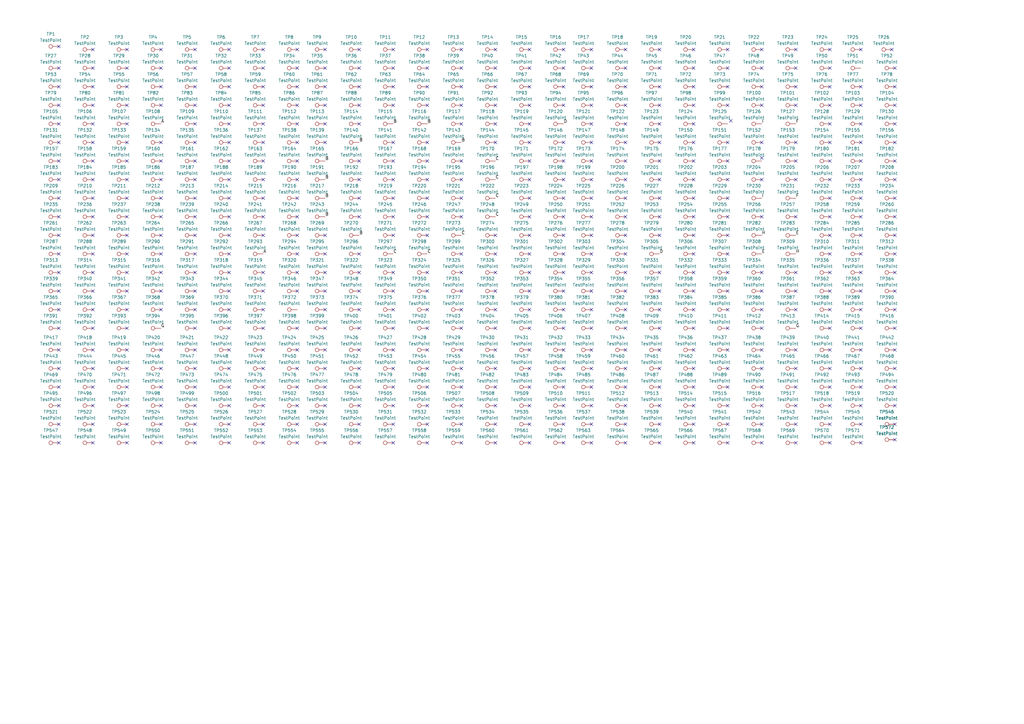
<source format=kicad_sch>
(kicad_sch (version 20250114) (generator "eeschema") (generator_version "9.0")
  (paper "A3")
  (title_block (title "Perfidy Board") (date "2025-08-09") (rev "1.1") (company "Osprey Instruments"))
  (no_connect (at 52.07 134.62))
  (no_connect (at 298.45 43.18))
  (no_connect (at 133.35 158.75))
  (no_connect (at 147.32 50.8))
  (no_connect (at 326.39 166.37))
  (no_connect (at 93.98 88.9))
  (no_connect (at 161.29 20.32))
  (no_connect (at 284.48 73.66))
  (no_connect (at 217.17 104.14))
  (no_connect (at 284.48 143.51))
  (no_connect (at 24.13 111.76))
  (no_connect (at 353.06 119.38))
  (no_connect (at 242.57 81.28))
  (no_connect (at 217.17 88.9))
  (no_connect (at 365.76 20.32))
  (no_connect (at 203.2 173.99))
  (no_connect (at 203.2 134.62))
  (no_connect (at 38.1 173.99))
  (no_connect (at 256.54 143.51))
  (no_connect (at 312.42 181.61))
  (no_connect (at 161.29 151.13))
  (no_connect (at 340.36 50.8))
  (no_connect (at 340.36 119.38))
  (no_connect (at 66.04 88.9))
  (no_connect (at 121.92 88.9))
  (no_connect (at 80.01 96.52))
  (no_connect (at 217.17 181.61))
  (no_connect (at 107.95 96.52))
  (no_connect (at 80.01 143.51))
  (no_connect (at 242.57 20.32))
  (no_connect (at 340.36 58.42))
  (no_connect (at 231.14 173.99))
  (no_connect (at 107.95 73.66))
  (no_connect (at 121.92 96.52))
  (no_connect (at 340.36 81.28))
  (no_connect (at 353.06 181.61))
  (no_connect (at 175.26 96.52))
  (no_connect (at 80.01 158.75))
  (no_connect (at 242.57 151.13))
  (no_connect (at 256.54 50.8))
  (no_connect (at 107.95 119.38))
  (no_connect (at 66.04 158.75))
  (no_connect (at 270.51 158.75))
  (no_connect (at 256.54 173.99))
  (no_connect (at 161.29 58.42))
  (no_connect (at 107.95 181.61))
  (no_connect (at 189.23 73.66))
  (no_connect (at 93.98 111.76))
  (no_connect (at 93.98 134.62))
  (no_connect (at 38.1 151.13))
  (no_connect (at 107.95 127))
  (no_connect (at 326.39 173.99))
  (no_connect (at 326.39 27.94))
  (no_connect (at 147.32 166.37))
  (no_connect (at 217.17 158.75))
  (no_connect (at 66.04 73.66))
  (no_connect (at 270.51 143.51))
  (no_connect (at 161.29 134.62))
  (no_connect (at 52.07 143.51))
  (no_connect (at 189.23 173.99))
  (no_connect (at 133.35 173.99))
  (no_connect (at 52.07 20.32))
  (no_connect (at 270.51 173.99))
  (no_connect (at 175.26 119.38))
  (no_connect (at 80.01 104.14))
  (no_connect (at 38.1 96.52))
  (no_connect (at 80.01 27.94))
  (no_connect (at 340.36 111.76))
  (no_connect (at 298.45 35.56))
  (no_connect (at 231.14 96.52))
  (no_connect (at 66.04 27.94))
  (no_connect (at 133.35 181.61))
  (no_connect (at 284.48 43.18))
  (no_connect (at 161.29 35.56))
  (no_connect (at 312.42 35.56))
  (no_connect (at 107.95 50.8))
  (no_connect (at 256.54 35.56))
  (no_connect (at 52.07 151.13))
  (no_connect (at 66.04 181.61))
  (no_connect (at 121.92 119.38))
  (no_connect (at 367.03 73.66))
  (no_connect (at 298.45 158.75))
  (no_connect (at 93.98 127))
  (no_connect (at 353.06 66.04))
  (no_connect (at 256.54 81.28))
  (no_connect (at 52.07 158.75))
  (no_connect (at 24.13 50.8))
  (no_connect (at 326.39 88.9))
  (no_connect (at 147.32 151.13))
  (no_connect (at 340.36 127))
  (no_connect (at 161.29 27.94))
  (no_connect (at 189.23 181.61))
  (no_connect (at 133.35 111.76))
  (no_connect (at 107.95 173.99))
  (no_connect (at 38.1 104.14))
  (no_connect (at 256.54 27.94))
  (no_connect (at 38.1 134.62))
  (no_connect (at 340.36 173.99))
  (no_connect (at 52.07 96.52))
  (no_connect (at 298.45 104.14))
  (no_connect (at 312.42 58.42))
  (no_connect (at 24.13 173.99))
  (no_connect (at 38.1 111.76))
  (no_connect (at 107.95 27.94))
  (no_connect (at 256.54 104.14))
  (no_connect (at 298.45 181.61))
  (no_connect (at 121.92 173.99))
  (no_connect (at 66.04 119.38))
  (no_connect (at 298.45 166.37))
  (no_connect (at 93.98 20.32))
  (no_connect (at 367.03 119.38))
  (no_connect (at 203.2 50.8))
  (no_connect (at 326.39 143.51))
  (no_connect (at 147.32 127))
  (no_connect (at 367.03 81.28))
  (no_connect (at 203.2 27.94))
  (no_connect (at 217.17 58.42))
  (no_connect (at 121.92 50.8))
  (no_connect (at 24.13 66.04))
  (no_connect (at 298.45 88.9))
  (no_connect (at 38.1 43.18))
  (no_connect (at 284.48 127))
  (no_connect (at 80.01 35.56))
  (no_connect (at 121.92 111.76))
  (no_connect (at 107.95 20.32))
  (no_connect (at 175.26 166.37))
  (no_connect (at 340.36 166.37))
  (no_connect (at 367.03 88.9))
  (no_connect (at 38.1 27.94))
  (no_connect (at 80.01 119.38))
  (no_connect (at 298.45 58.42))
  (no_connect (at 270.51 50.8))
  (no_connect (at 312.42 111.76))
  (no_connect (at 24.13 134.62))
  (no_connect (at 256.54 127))
  (no_connect (at 161.29 143.51))
  (no_connect (at 312.42 43.18))
  (no_connect (at 133.35 27.94))
  (no_connect (at 242.57 119.38))
  (no_connect (at 284.48 119.38))
  (no_connect (at 203.2 43.18))
  (no_connect (at 217.17 119.38))
  (no_connect (at 161.29 88.9))
  (no_connect (at 38.1 143.51))
  (no_connect (at 231.14 181.61))
  (no_connect (at 340.36 104.14))
  (no_connect (at 147.32 73.66))
  (no_connect (at 298.45 81.28))
  (no_connect (at 242.57 43.18))
  (no_connect (at 189.23 27.94))
  (no_connect (at 270.51 96.52))
  (no_connect (at 24.13 119.38))
  (no_connect (at 353.06 35.56))
  (no_connect (at 231.14 151.13))
  (no_connect (at 80.01 181.61))
  (no_connect (at 256.54 96.52))
  (no_connect (at 326.39 73.66))
  (no_connect (at 270.51 166.37))
  (no_connect (at 217.17 143.51))
  (no_connect (at 121.92 20.32))
  (no_connect (at 38.1 81.28))
  (no_connect (at 217.17 43.18))
  (no_connect (at 52.07 127))
  (no_connect (at 298.45 111.76))
  (no_connect (at 121.92 66.04))
  (no_connect (at 93.98 43.18))
  (no_connect (at 217.17 173.99))
  (no_connect (at 189.23 104.14))
  (no_connect (at 133.35 151.13))
  (no_connect (at 203.2 58.42))
  (no_connect (at 270.51 134.62))
  (no_connect (at 299.72 49.53))
  (no_connect (at 203.2 111.76))
  (no_connect (at 147.32 158.75))
  (no_connect (at 242.57 111.76))
  (no_connect (at 270.51 151.13))
  (no_connect (at 203.2 127))
  (no_connect (at 80.01 58.42))
  (no_connect (at 175.26 111.76))
  (no_connect (at 312.42 119.38))
  (no_connect (at 203.2 119.38))
  (no_connect (at 340.36 73.66))
  (no_connect (at 80.01 173.99))
  (no_connect (at 217.17 166.37))
  (no_connect (at 231.14 73.66))
  (no_connect (at 175.26 43.18))
  (no_connect (at 367.03 35.56))
  (no_connect (at 24.13 158.75))
  (no_connect (at 298.45 127))
  (no_connect (at 203.2 158.75))
  (no_connect (at 175.26 88.9))
  (no_connect (at 93.98 173.99))
  (no_connect (at 147.32 43.18))
  (no_connect (at 217.17 27.94))
  (no_connect (at 93.98 104.14))
  (no_connect (at 326.39 127))
  (no_connect (at 312.42 20.32))
  (no_connect (at 298.45 151.13))
  (no_connect (at 175.26 20.32))
  (no_connect (at 203.2 166.37))
  (no_connect (at 189.23 20.32))
  (no_connect (at 353.06 127))
  (no_connect (at 80.01 134.62))
  (no_connect (at 231.14 66.04))
  (no_connect (at 256.54 111.76))
  (no_connect (at 175.26 143.51))
  (no_connect (at 24.13 88.9))
  (no_connect (at 340.36 181.61))
  (no_connect (at 284.48 173.99))
  (no_connect (at 147.32 181.61))
  (no_connect (at 312.42 127))
  (no_connect (at 93.98 66.04))
  (no_connect (at 242.57 58.42))
  (no_connect (at 133.35 104.14))
  (no_connect (at 284.48 151.13))
  (no_connect (at 133.35 119.38))
  (no_connect (at 107.95 35.56))
  (no_connect (at 38.1 181.61))
  (no_connect (at 24.13 27.94))
  (no_connect (at 80.01 151.13))
  (no_connect (at 326.39 181.61))
  (no_connect (at 231.14 35.56))
  (no_connect (at 231.14 20.32))
  (no_connect (at 340.36 66.04))
  (no_connect (at 270.51 88.9))
  (no_connect (at 326.39 35.56))
  (no_connect (at 284.48 50.8))
  (no_connect (at 121.92 43.18))
  (no_connect (at 340.36 35.56))
  (no_connect (at 242.57 35.56))
  (no_connect (at 121.92 81.28))
  (no_connect (at 256.54 58.42))
  (no_connect (at 107.95 43.18))
  (no_connect (at 107.95 111.76))
  (no_connect (at 284.48 81.28))
  (no_connect (at 353.06 134.62))
  (no_connect (at 189.23 88.9))
  (no_connect (at 24.13 143.51))
  (no_connect (at 256.54 134.62))
  (no_connect (at 217.17 50.8))
  (no_connect (at 270.51 111.76))
  (no_connect (at 242.57 50.8))
  (no_connect (at 270.51 127))
  (no_connect (at 24.13 104.14))
  (no_connect (at 80.01 50.8))
  (no_connect (at 367.03 143.51))
  (no_connect (at 175.26 158.75))
  (no_connect (at 312.42 166.37))
  (no_connect (at 52.07 73.66))
  (no_connect (at 133.35 58.42))
  (no_connect (at 133.35 134.62))
  (no_connect (at 231.14 104.14))
  (no_connect (at 203.2 35.56))
  (no_connect (at 203.2 104.14))
  (no_connect (at 161.29 81.28))
  (no_connect (at 133.35 50.8))
  (no_connect (at 367.03 151.13))
  (no_connect (at 52.07 119.38))
  (no_connect (at 107.95 66.04))
  (no_connect (at 353.06 20.32))
  (no_connect (at 284.48 20.32))
  (no_connect (at 256.54 166.37))
  (no_connect (at 93.98 96.52))
  (no_connect (at 52.07 111.76))
  (no_connect (at 24.13 127))
  (no_connect (at 133.35 35.56))
  (no_connect (at 353.06 143.51))
  (no_connect (at 121.92 143.51))
  (no_connect (at 121.92 158.75))
  (no_connect (at 256.54 151.13))
  (no_connect (at 217.17 111.76))
  (no_connect (at 242.57 134.62))
  (no_connect (at 189.23 50.8))
  (no_connect (at 121.92 73.66))
  (no_connect (at 312.42 173.99))
  (no_connect (at 217.17 127))
  (no_connect (at 298.45 66.04))
  (no_connect (at 353.06 58.42))
  (no_connect (at 189.23 66.04))
  (no_connect (at 52.07 66.04))
  (no_connect (at 24.13 19.05))
  (no_connect (at 340.36 158.75))
  (no_connect (at 175.26 127))
  (no_connect (at 203.2 143.51))
  (no_connect (at 242.57 96.52))
  (no_connect (at 231.14 111.76))
  (no_connect (at 256.54 43.18))
  (no_connect (at 107.95 81.28))
  (no_connect (at 242.57 27.94))
  (no_connect (at 217.17 96.52))
  (no_connect (at 66.04 81.28))
  (no_connect (at 147.32 35.56))
  (no_connect (at 367.03 66.04))
  (no_connect (at 38.1 35.56))
  (no_connect (at 24.13 81.28))
  (no_connect (at 121.92 104.14))
  (no_connect (at 80.01 88.9))
  (no_connect (at 38.1 66.04))
  (no_connect (at 93.98 73.66))
  (no_connect (at 93.98 35.56))
  (no_connect (at 161.29 173.99))
  (no_connect (at 189.23 127))
  (no_connect (at 256.54 181.61))
  (no_connect (at 284.48 104.14))
  (no_connect (at 121.92 35.56))
  (no_connect (at 217.17 20.32))
  (no_connect (at 217.17 134.62))
  (no_connect (at 270.51 81.28))
  (no_connect (at 52.07 88.9))
  (no_connect (at 231.14 27.94))
  (no_connect (at 270.51 43.18))
  (no_connect (at 175.26 151.13))
  (no_connect (at 24.13 43.18))
  (no_connect (at 298.45 119.38))
  (no_connect (at 133.35 143.51))
  (no_connect (at 353.06 50.8))
  (no_connect (at 121.92 134.62))
  (no_connect (at 107.95 143.51))
  (no_connect (at 326.39 43.18))
  (no_connect (at 52.07 81.28))
  (no_connect (at 189.23 166.37))
  (no_connect (at 189.23 119.38))
  (no_connect (at 340.36 43.18))
  (no_connect (at 38.1 88.9))
  (no_connect (at 340.36 96.52))
  (no_connect (at 93.98 158.75))
  (no_connect (at 298.45 73.66))
  (no_connect (at 298.45 27.94))
  (no_connect (at 367.03 134.62))
  (no_connect (at 107.95 58.42))
  (no_connect (at 189.23 81.28))
  (no_connect (at 161.29 66.04))
  (no_connect (at 52.07 50.8))
  (no_connect (at 66.04 66.04))
  (no_connect (at 80.01 43.18))
  (no_connect (at 133.35 166.37))
  (no_connect (at 107.95 166.37))
  (no_connect (at 24.13 35.56))
  (no_connect (at 133.35 96.52))
  (no_connect (at 256.54 20.32))
  (no_connect (at 147.32 119.38))
  (no_connect (at 52.07 166.37))
  (no_connect (at 38.1 127))
  (no_connect (at 367.03 104.14))
  (no_connect (at 353.06 158.75))
  (no_connect (at 38.1 20.32))
  (no_connect (at 147.32 143.51))
  (no_connect (at 80.01 127))
  (no_connect (at 270.51 181.61))
  (no_connect (at 52.07 27.94))
  (no_connect (at 242.57 158.75))
  (no_connect (at 231.14 81.28))
  (no_connect (at 66.04 35.56))
  (no_connect (at 189.23 111.76))
  (no_connect (at 189.23 151.13))
  (no_connect (at 203.2 181.61))
  (no_connect (at 66.04 104.14))
  (no_connect (at 175.26 27.94))
  (no_connect (at 24.13 58.42))
  (no_connect (at 353.06 173.99))
  (no_connect (at 284.48 134.62))
  (no_connect (at 147.32 88.9))
  (no_connect (at 38.1 73.66))
  (no_connect (at 52.07 58.42))
  (no_connect (at 270.51 35.56))
  (no_connect (at 189.23 35.56))
  (no_connect (at 326.39 58.42))
  (no_connect (at 284.48 35.56))
  (no_connect (at 189.23 134.62))
  (no_connect (at 217.17 73.66))
  (no_connect (at 203.2 151.13))
  (no_connect (at 242.57 66.04))
  (no_connect (at 24.13 73.66))
  (no_connect (at 66.04 173.99))
  (no_connect (at 312.42 27.94))
  (no_connect (at 161.29 166.37))
  (no_connect (at 326.39 66.04))
  (no_connect (at 107.95 134.62))
  (no_connect (at 121.92 151.13))
  (no_connect (at 231.14 134.62))
  (no_connect (at 367.03 127))
  (no_connect (at 312.42 158.75))
  (no_connect (at 147.32 20.32))
  (no_connect (at 24.13 166.37))
  (no_connect (at 298.45 143.51))
  (no_connect (at 353.06 43.18))
  (no_connect (at 326.39 20.32))
  (no_connect (at 93.98 27.94))
  (no_connect (at 298.45 20.32))
  (no_connect (at 66.04 151.13))
  (no_connect (at 367.03 173.99))
  (no_connect (at 52.07 104.14))
  (no_connect (at 203.2 20.32))
  (no_connect (at 66.04 20.32))
  (no_connect (at 340.36 143.51))
  (no_connect (at 284.48 66.04))
  (no_connect (at 270.51 27.94))
  (no_connect (at 175.26 81.28))
  (no_connect (at 93.98 81.28))
  (no_connect (at 242.57 166.37))
  (no_connect (at 189.23 43.18))
  (no_connect (at 231.14 58.42))
  (no_connect (at 175.26 181.61))
  (no_connect (at 256.54 88.9))
  (no_connect (at 312.42 64.77))
  (no_connect (at 147.32 173.99))
  (no_connect (at 312.42 88.9))
  (no_connect (at 367.03 50.8))
  (no_connect (at 367.03 166.37))
  (no_connect (at 66.04 127))
  (no_connect (at 80.01 20.32))
  (no_connect (at 256.54 119.38))
  (no_connect (at 270.51 119.38))
  (no_connect (at 256.54 73.66))
  (no_connect (at 284.48 96.52))
  (no_connect (at 353.06 111.76))
  (no_connect (at 52.07 181.61))
  (no_connect (at 80.01 81.28))
  (no_connect (at 93.98 119.38))
  (no_connect (at 367.03 96.52))
  (no_connect (at 93.98 143.51))
  (no_connect (at 121.92 166.37))
  (no_connect (at 367.03 111.76))
  (no_connect (at 231.14 143.51))
  (no_connect (at 312.42 143.51))
  (no_connect (at 217.17 151.13))
  (no_connect (at 38.1 50.8))
  (no_connect (at 231.14 119.38))
  (no_connect (at 284.48 181.61))
  (no_connect (at 242.57 104.14))
  (no_connect (at 161.29 43.18))
  (no_connect (at 353.06 88.9))
  (no_connect (at 231.14 43.18))
  (no_connect (at 284.48 27.94))
  (no_connect (at 52.07 43.18))
  (no_connect (at 270.51 66.04))
  (no_connect (at 326.39 158.75))
  (no_connect (at 353.06 104.14))
  (no_connect (at 231.14 166.37))
  (no_connect (at 66.04 143.51))
  (no_connect (at 161.29 119.38))
  (no_connect (at 121.92 27.94))
  (no_connect (at 242.57 181.61))
  (no_connect (at 175.26 134.62))
  (no_connect (at 312.42 134.62))
  (no_connect (at 52.07 173.99))
  (no_connect (at 133.35 43.18))
  (no_connect (at 326.39 151.13))
  (no_connect (at 107.95 88.9))
  (no_connect (at 38.1 166.37))
  (no_connect (at 161.29 73.66))
  (no_connect (at 284.48 111.76))
  (no_connect (at 242.57 173.99))
  (no_connect (at 270.51 73.66))
  (no_connect (at 353.06 81.28))
  (no_connect (at 147.32 66.04))
  (no_connect (at 326.39 119.38))
  (no_connect (at 231.14 158.75))
  (no_connect (at 66.04 96.52))
  (no_connect (at 298.45 96.52))
  (no_connect (at 80.01 66.04))
  (no_connect (at 161.29 96.52))
  (no_connect (at 121.92 181.61))
  (no_connect (at 175.26 173.99))
  (no_connect (at 312.42 151.13))
  (no_connect (at 175.26 58.42))
  (no_connect (at 133.35 20.32))
  (no_connect (at 340.36 88.9))
  (no_connect (at 107.95 158.75))
  (no_connect (at 256.54 66.04))
  (no_connect (at 93.98 50.8))
  (no_connect (at 161.29 181.61))
  (no_connect (at 24.13 96.52))
  (no_connect (at 242.57 73.66))
  (no_connect (at 161.29 111.76))
  (no_connect (at 66.04 111.76))
  (no_connect (at 66.04 58.42))
  (no_connect (at 175.26 73.66))
  (no_connect (at 189.23 158.75))
  (no_connect (at 93.98 151.13))
  (no_connect (at 353.06 73.66))
  (no_connect (at 340.36 20.32))
  (no_connect (at 121.92 58.42))
  (no_connect (at 367.03 58.42))
  (no_connect (at 284.48 58.42))
  (no_connect (at 367.03 43.18))
  (no_connect (at 80.01 166.37))
  (no_connect (at 38.1 158.75))
  (no_connect (at 217.17 66.04))
  (no_connect (at 161.29 127))
  (no_connect (at 353.06 96.52))
  (no_connect (at 147.32 134.62))
  (no_connect (at 80.01 73.66))
  (no_connect (at 24.13 151.13))
  (no_connect (at 147.32 104.14))
  (no_connect (at 256.54 158.75))
  (no_connect (at 52.07 35.56))
  (no_connect (at 93.98 181.61))
  (no_connect (at 217.17 81.28))
  (no_connect (at 270.51 20.32))
  (no_connect (at 93.98 58.42))
  (no_connect (at 133.35 127))
  (no_connect (at 367.03 27.94))
  (no_connect (at 175.26 35.56))
  (no_connect (at 66.04 166.37))
  (no_connect (at 231.14 127))
  (no_connect (at 340.36 151.13))
  (no_connect (at 284.48 166.37))
  (no_connect (at 24.13 181.61))
  (no_connect (at 66.04 43.18))
  (no_connect (at 353.06 166.37))
  (no_connect (at 161.29 158.75))
  (no_connect (at 242.57 127))
  (no_connect (at 189.23 143.51))
  (no_connect (at 38.1 58.42))
  (no_connect (at 231.14 88.9))
  (no_connect (at 367.03 158.75))
  (no_connect (at 298.45 134.62))
  (no_connect (at 242.57 88.9))
  (no_connect (at 93.98 166.37))
  (no_connect (at 312.42 73.66))
  (no_connect (at 175.26 66.04))
  (no_connect (at 340.36 134.62))
  (no_connect (at 147.32 27.94))
  (no_connect (at 340.36 27.94))
  (no_connect (at 367.03 180.34))
  (no_connect (at 217.17 35.56))
  (no_connect (at 353.06 151.13))
  (no_connect (at 203.2 96.52))
  (no_connect (at 147.32 81.28))
  (no_connect (at 298.45 173.99))
  (no_connect (at 107.95 151.13))
  (no_connect (at 242.57 143.51))
  (no_connect (at 80.01 111.76))
  (no_connect (at 270.51 58.42))
  (no_connect (at 38.1 119.38))
  (no_connect (at 284.48 158.75))
  (no_connect (at 326.39 111.76))
  (no_connect (at 147.32 111.76))
  (no_connect (at 284.48 88.9))
  (label "C" (at 203.2 73.66 0))
  (label "B" (at 133.35 73.66 0))
  (label "I" (at 312.42 50.8 0))
  (label "G" (at 326.39 134.62 0))
  (label "C" (at 161.29 104.14 0))
  (label "A" (at 107.95 104.14 0))
  (label "B" (at 147.32 58.42 0))
  (label "C" (at 203.2 66.04 0))
  (label "D" (at 270.51 104.14 0))
  (label "C" (at 189.23 96.52 0))
  (label "C" (at 203.2 88.9 0))
  (label "D" (at 231.14 50.8 0))
  (label "E" (at 326.39 96.52 0))
  (label "B" (at 133.35 88.9 0))
  (label "I" (at 312.42 81.28 0))
  (label "B" (at 161.29 50.8 0))
  (label "E" (at 312.42 104.14 0))
  (label "H" (at 312.42 96.52 0))
  (label "B" (at 133.35 66.04 0))
  (label "G" (at 66.04 134.62 0))
  (label "C" (at 203.2 81.28 0))
  (label "B" (at 175.26 50.8 0))
  (label "A" (at 66.04 50.8 0))
  (label "H" (at 326.39 104.14 0))
  (label "C" (at 175.26 104.14 0))
  (label "B" (at 189.23 58.42 0))
  (label "B" (at 133.35 81.28 0))
  (label "F" (at 326.39 50.8 0))
  (label "B" (at 147.32 96.52 0))
  (label "F" (at 326.39 81.28 0))
  (symbol (lib_id "Connector:TestPoint") (at 107.95 134.62 90) (unit 1)
    (property "Reference" "TP397" (at 104.648 129.54 90))
    (property "Value" "TestPoint" (at 104.648 132.08 90))
    (property "Footprint" "Library:Modified_TestPoint_THTPad_2.0x2.0mm_Drill1.0mm" (effects (hide yes)))
    (property "Description" "test point" (effects (hide yes)))
  )
  (symbol (lib_id "Connector:TestPoint") (at 38.1 181.61 90) (unit 1)
    (property "Reference" "TP548" (at 34.798 176.53 90))
    (property "Value" "TestPoint" (at 34.798 179.07 90))
    (property "Footprint" "Library:Modified_TestPoint_THTPad_2.0x2.0mm_Drill1.0mm" (effects (hide yes)))
    (property "Description" "test point" (effects (hide yes)))
  )
  (symbol (lib_id "Connector:TestPoint") (at 217.17 66.04 90) (unit 1)
    (property "Reference" "TP171" (at 213.868 60.96 90))
    (property "Value" "TestPoint" (at 213.868 63.5 90))
    (property "Footprint" "Library:Modified_TestPoint_THTPad_2.0x2.0mm_Drill1.0mm" (effects (hide yes)))
    (property "Description" "test point" (effects (hide yes)))
  )
  (symbol (lib_id "Connector:TestPoint") (at 24.13 43.18 90) (unit 1)
    (property "Reference" "TP79" (at 20.828 38.1 90))
    (property "Value" "TestPoint" (at 20.828 40.64 90))
    (property "Footprint" "Library:Modified_TestPoint_THTPad_2.0x2.0mm_Drill1.0mm" (effects (hide yes)))
    (property "Description" "test point" (effects (hide yes)))
  )
  (symbol (lib_id "Connector:TestPoint") (at 256.54 143.51 90) (unit 1)
    (property "Reference" "TP434" (at 253.238 138.43 90))
    (property "Value" "TestPoint" (at 253.238 140.97 90))
    (property "Footprint" "Library:Modified_TestPoint_THTPad_2.0x2.0mm_Drill1.0mm" (effects (hide yes)))
    (property "Description" "test point" (effects (hide yes)))
  )
  (symbol (lib_id "Connector:TestPoint") (at 367.03 134.62 90) (unit 1)
    (property "Reference" "TP416" (at 363.728 129.54 90))
    (property "Value" "TestPoint" (at 363.728 132.08 90))
    (property "Footprint" "Library:Modified_TestPoint_THTPad_2.0x2.0mm_Drill1.0mm" (effects (hide yes)))
    (property "Description" "test point" (effects (hide yes)))
  )
  (symbol (lib_id "Connector:TestPoint") (at 147.32 58.42 90) (unit 1)
    (property "Reference" "TP140" (at 144.018 53.34 90))
    (property "Value" "TestPoint" (at 144.018 55.88 90))
    (property "Footprint" "Library:Modified_TestPoint_THTPad_2.0x2.0mm_Drill1.0mm" (effects (hide yes)))
    (property "Description" "test point" (effects (hide yes)))
  )
  (symbol (lib_id "Connector:TestPoint") (at 189.23 43.18 90) (unit 1)
    (property "Reference" "TP91" (at 185.928 38.1 90))
    (property "Value" "TestPoint" (at 185.928 40.64 90))
    (property "Footprint" "Library:Modified_TestPoint_THTPad_2.0x2.0mm_Drill1.0mm" (effects (hide yes)))
    (property "Description" "test point" (effects (hide yes)))
  )
  (symbol (lib_id "Connector:TestPoint") (at 217.17 127 90) (unit 1)
    (property "Reference" "TP379" (at 213.868 121.92 90))
    (property "Value" "TestPoint" (at 213.868 124.46 90))
    (property "Footprint" "Library:Modified_TestPoint_THTPad_2.0x2.0mm_Drill1.0mm" (effects (hide yes)))
    (property "Description" "test point" (effects (hide yes)))
  )
  (symbol (lib_id "Connector:TestPoint") (at 231.14 88.9 90) (unit 1)
    (property "Reference" "TP250" (at 227.838 83.82 90))
    (property "Value" "TestPoint" (at 227.838 86.36 90))
    (property "Footprint" "Library:Modified_TestPoint_THTPad_2.0x2.0mm_Drill1.0mm" (effects (hide yes)))
    (property "Description" "test point" (effects (hide yes)))
  )
  (symbol (lib_id "Connector:TestPoint") (at 365.76 20.32 90) (unit 1)
    (property "Reference" "TP26" (at 362.458 15.24 90))
    (property "Value" "TestPoint" (at 362.458 17.78 90))
    (property "Footprint" "Library:Modified_MountingHole_3.2mm_M3_DIN965_Pad" (effects (hide yes)))
    (property "Description" "test point" (effects (hide yes)))
  )
  (symbol (lib_id "Connector:TestPoint") (at 340.36 143.51 90) (unit 1)
    (property "Reference" "TP440" (at 337.058 138.43 90))
    (property "Value" "TestPoint" (at 337.058 140.97 90))
    (property "Footprint" "Library:Modified_TestPoint_THTPad_2.0x2.0mm_Drill1.0mm" (effects (hide yes)))
    (property "Description" "test point" (effects (hide yes)))
  )
  (symbol (lib_id "Connector:TestPoint") (at 66.04 104.14 90) (unit 1)
    (property "Reference" "TP290" (at 62.738 99.06 90))
    (property "Value" "TestPoint" (at 62.738 101.6 90))
    (property "Footprint" "Library:Modified_TestPoint_THTPad_2.0x2.0mm_Drill1.0mm" (effects (hide yes)))
    (property "Description" "test point" (effects (hide yes)))
  )
  (symbol (lib_id "Connector:TestPoint") (at 312.42 166.37 90) (unit 1)
    (property "Reference" "TP516" (at 309.118 161.29 90))
    (property "Value" "TestPoint" (at 309.118 163.83 90))
    (property "Footprint" "Library:Modified_TestPoint_THTPad_2.0x2.0mm_Drill1.0mm" (effects (hide yes)))
    (property "Description" "test point" (effects (hide yes)))
  )
  (symbol (lib_id "Connector:TestPoint") (at 284.48 143.51 90) (unit 1)
    (property "Reference" "TP436" (at 281.178 138.43 90))
    (property "Value" "TestPoint" (at 281.178 140.97 90))
    (property "Footprint" "Library:Modified_TestPoint_THTPad_2.0x2.0mm_Drill1.0mm" (effects (hide yes)))
    (property "Description" "test point" (effects (hide yes)))
  )
  (symbol (lib_id "Connector:TestPoint") (at 312.42 43.18 90) (unit 1)
    (property "Reference" "TP100" (at 309.118 38.1 90))
    (property "Value" "TestPoint" (at 309.118 40.64 90))
    (property "Footprint" "Library:Modified_TestPoint_THTPad_2.0x2.0mm_Drill1.0mm" (effects (hide yes)))
    (property "Description" "test point" (effects (hide yes)))
  )
  (symbol (lib_id "Connector:TestPoint") (at 312.42 151.13 90) (unit 1)
    (property "Reference" "TP464" (at 309.118 146.05 90))
    (property "Value" "TestPoint" (at 309.118 148.59 90))
    (property "Footprint" "Library:Modified_TestPoint_THTPad_2.0x2.0mm_Drill1.0mm" (effects (hide yes)))
    (property "Description" "test point" (effects (hide yes)))
  )
  (symbol (lib_id "Connector:TestPoint") (at 203.2 151.13 90) (unit 1)
    (property "Reference" "TP456" (at 199.898 146.05 90))
    (property "Value" "TestPoint" (at 199.898 148.59 90))
    (property "Footprint" "Library:Modified_TestPoint_THTPad_2.0x2.0mm_Drill1.0mm" (effects (hide yes)))
    (property "Description" "test point" (effects (hide yes)))
  )
  (symbol (lib_id "Connector:TestPoint") (at 326.39 27.94 90) (unit 1)
    (property "Reference" "TP49" (at 323.088 22.86 90))
    (property "Value" "TestPoint" (at 323.088 25.4 90))
    (property "Footprint" "Library:Modified_TestPoint_THTPad_2.0x2.0mm_Drill1.0mm" (effects (hide yes)))
    (property "Description" "test point" (effects (hide yes)))
  )
  (symbol (lib_id "Connector:TestPoint") (at 256.54 58.42 90) (unit 1)
    (property "Reference" "TP148" (at 253.238 53.34 90))
    (property "Value" "TestPoint" (at 253.238 55.88 90))
    (property "Footprint" "Library:Modified_TestPoint_THTPad_2.0x2.0mm_Drill1.0mm" (effects (hide yes)))
    (property "Description" "test point" (effects (hide yes)))
  )
  (symbol (lib_id "Connector:TestPoint") (at 312.42 181.61 90) (unit 1)
    (property "Reference" "TP568" (at 309.118 176.53 90))
    (property "Value" "TestPoint" (at 309.118 179.07 90))
    (property "Footprint" "Library:Modified_TestPoint_THTPad_2.0x2.0mm_Drill1.0mm" (effects (hide yes)))
    (property "Description" "test point" (effects (hide yes)))
  )
  (symbol (lib_id "Connector:TestPoint") (at 270.51 166.37 90) (unit 1)
    (property "Reference" "TP513" (at 267.208 161.29 90))
    (property "Value" "TestPoint" (at 267.208 163.83 90))
    (property "Footprint" "Library:Modified_TestPoint_THTPad_2.0x2.0mm_Drill1.0mm" (effects (hide yes)))
    (property "Description" "test point" (effects (hide yes)))
  )
  (symbol (lib_id "Connector:TestPoint") (at 38.1 35.56 90) (unit 1)
    (property "Reference" "TP54" (at 34.798 30.48 90))
    (property "Value" "TestPoint" (at 34.798 33.02 90))
    (property "Footprint" "Library:Modified_TestPoint_THTPad_2.0x2.0mm_Drill1.0mm" (effects (hide yes)))
    (property "Description" "test point" (effects (hide yes)))
  )
  (symbol (lib_id "Connector:TestPoint") (at 217.17 73.66 90) (unit 1)
    (property "Reference" "TP197" (at 213.868 68.58 90))
    (property "Value" "TestPoint" (at 213.868 71.12 90))
    (property "Footprint" "Library:Modified_TestPoint_THTPad_2.0x2.0mm_Drill1.0mm" (effects (hide yes)))
    (property "Description" "test point" (effects (hide yes)))
  )
  (symbol (lib_id "Connector:TestPoint") (at 52.07 151.13 90) (unit 1)
    (property "Reference" "TP445" (at 48.768 146.05 90))
    (property "Value" "TestPoint" (at 48.768 148.59 90))
    (property "Footprint" "Library:Modified_TestPoint_THTPad_2.0x2.0mm_Drill1.0mm" (effects (hide yes)))
    (property "Description" "test point" (effects (hide yes)))
  )
  (symbol (lib_id "Connector:TestPoint") (at 133.35 151.13 90) (unit 1)
    (property "Reference" "TP451" (at 130.048 146.05 90))
    (property "Value" "TestPoint" (at 130.048 148.59 90))
    (property "Footprint" "Library:Modified_TestPoint_THTPad_2.0x2.0mm_Drill1.0mm" (effects (hide yes)))
    (property "Description" "test point" (effects (hide yes)))
  )
  (symbol (lib_id "Connector:TestPoint") (at 312.42 88.9 90) (unit 1)
    (property "Reference" "TP256" (at 309.118 83.82 90))
    (property "Value" "TestPoint" (at 309.118 86.36 90))
    (property "Footprint" "Library:Modified_TestPoint_THTPad_2.0x2.0mm_Drill1.0mm" (effects (hide yes)))
    (property "Description" "test point" (effects (hide yes)))
  )
  (symbol (lib_id "Connector:TestPoint") (at 217.17 96.52 90) (unit 1)
    (property "Reference" "TP275" (at 213.868 91.44 90))
    (property "Value" "TestPoint" (at 213.868 93.98 90))
    (property "Footprint" "Library:Modified_TestPoint_THTPad_2.0x2.0mm_Drill1.0mm" (effects (hide yes)))
    (property "Description" "test point" (effects (hide yes)))
  )
  (symbol (lib_id "Connector:TestPoint") (at 52.07 119.38 90) (unit 1)
    (property "Reference" "TP341" (at 48.768 114.3 90))
    (property "Value" "TestPoint" (at 48.768 116.84 90))
    (property "Footprint" "Library:Modified_TestPoint_THTPad_2.0x2.0mm_Drill1.0mm" (effects (hide yes)))
    (property "Description" "test point" (effects (hide yes)))
  )
  (symbol (lib_id "Connector:TestPoint") (at 161.29 181.61 90) (unit 1)
    (property "Reference" "TP557" (at 157.988 176.53 90))
    (property "Value" "TestPoint" (at 157.988 179.07 90))
    (property "Footprint" "Library:Modified_TestPoint_THTPad_2.0x2.0mm_Drill1.0mm" (effects (hide yes)))
    (property "Description" "test point" (effects (hide yes)))
  )
  (symbol (lib_id "Connector:TestPoint") (at 298.45 88.9 90) (unit 1)
    (property "Reference" "TP255" (at 295.148 83.82 90))
    (property "Value" "TestPoint" (at 295.148 86.36 90))
    (property "Footprint" "Library:Modified_TestPoint_THTPad_2.0x2.0mm_Drill1.0mm" (effects (hide yes)))
    (property "Description" "test point" (effects (hide yes)))
  )
  (symbol (lib_id "Connector:TestPoint") (at 298.45 111.76 90) (unit 1)
    (property "Reference" "TP333" (at 295.148 106.68 90))
    (property "Value" "TestPoint" (at 295.148 109.22 90))
    (property "Footprint" "Library:Modified_TestPoint_THTPad_2.0x2.0mm_Drill1.0mm" (effects (hide yes)))
    (property "Description" "test point" (effects (hide yes)))
  )
  (symbol (lib_id "Connector:TestPoint") (at 231.14 119.38 90) (unit 1)
    (property "Reference" "TP354" (at 227.838 114.3 90))
    (property "Value" "TestPoint" (at 227.838 116.84 90))
    (property "Footprint" "Library:Modified_TestPoint_THTPad_2.0x2.0mm_Drill1.0mm" (effects (hide yes)))
    (property "Description" "test point" (effects (hide yes)))
  )
  (symbol (lib_id "Connector:TestPoint") (at 242.57 35.56 90) (unit 1)
    (property "Reference" "TP69" (at 239.268 30.48 90))
    (property "Value" "TestPoint" (at 239.268 33.02 90))
    (property "Footprint" "Library:Modified_TestPoint_THTPad_2.0x2.0mm_Drill1.0mm" (effects (hide yes)))
    (property "Description" "test point" (effects (hide yes)))
  )
  (symbol (lib_id "Connector:TestPoint") (at 38.1 58.42 90) (unit 1)
    (property "Reference" "TP132" (at 34.798 53.34 90))
    (property "Value" "TestPoint" (at 34.798 55.88 90))
    (property "Footprint" "Library:Modified_TestPoint_THTPad_2.0x2.0mm_Drill1.0mm" (effects (hide yes)))
    (property "Description" "test point" (effects (hide yes)))
  )
  (symbol (lib_id "Connector:TestPoint") (at 231.14 50.8 90) (unit 1)
    (property "Reference" "TP120" (at 227.838 45.72 90))
    (property "Value" "TestPoint" (at 227.838 48.26 90))
    (property "Footprint" "Library:Modified_TestPoint_THTPad_2.0x2.0mm_Drill1.0mm" (effects (hide yes)))
    (property "Description" "test point" (effects (hide yes)))
  )
  (symbol (lib_id "Connector:TestPoint") (at 133.35 181.61 90) (unit 1)
    (property "Reference" "TP555" (at 130.048 176.53 90))
    (property "Value" "TestPoint" (at 130.048 179.07 90))
    (property "Footprint" "Library:Modified_TestPoint_THTPad_2.0x2.0mm_Drill1.0mm" (effects (hide yes)))
    (property "Description" "test point" (effects (hide yes)))
  )
  (symbol (lib_id "Connector:TestPoint") (at 353.06 58.42 90) (unit 1)
    (property "Reference" "TP155" (at 349.758 53.34 90))
    (property "Value" "TestPoint" (at 349.758 55.88 90))
    (property "Footprint" "Library:Modified_TestPoint_THTPad_2.0x2.0mm_Drill1.0mm" (effects (hide yes)))
    (property "Description" "test point" (effects (hide yes)))
  )
  (symbol (lib_id "Connector:TestPoint") (at 312.42 81.28 90) (unit 1)
    (property "Reference" "TP230" (at 309.118 76.2 90))
    (property "Value" "TestPoint" (at 309.118 78.74 90))
    (property "Footprint" "Library:Modified_TestPoint_THTPad_2.0x2.0mm_Drill1.0mm" (effects (hide yes)))
    (property "Description" "test point" (effects (hide yes)))
  )
  (symbol (lib_id "Connector:TestPoint") (at 80.01 88.9 90) (unit 1)
    (property "Reference" "TP239" (at 76.708 83.82 90))
    (property "Value" "TestPoint" (at 76.708 86.36 90))
    (property "Footprint" "Library:Modified_TestPoint_THTPad_2.0x2.0mm_Drill1.0mm" (effects (hide yes)))
    (property "Description" "test point" (effects (hide yes)))
  )
  (symbol (lib_id "Connector:TestPoint") (at 175.26 88.9 90) (unit 1)
    (property "Reference" "TP246" (at 171.958 83.82 90))
    (property "Value" "TestPoint" (at 171.958 86.36 90))
    (property "Footprint" "Library:Modified_TestPoint_THTPad_2.0x2.0mm_Drill1.0mm" (effects (hide yes)))
    (property "Description" "test point" (effects (hide yes)))
  )
  (symbol (lib_id "Connector:TestPoint") (at 189.23 151.13 90) (unit 1)
    (property "Reference" "TP455" (at 185.928 146.05 90))
    (property "Value" "TestPoint" (at 185.928 148.59 90))
    (property "Footprint" "Library:Modified_TestPoint_THTPad_2.0x2.0mm_Drill1.0mm" (effects (hide yes)))
    (property "Description" "test point" (effects (hide yes)))
  )
  (symbol (lib_id "Connector:TestPoint") (at 66.04 73.66 90) (unit 1)
    (property "Reference" "TP186" (at 62.738 68.58 90))
    (property "Value" "TestPoint" (at 62.738 71.12 90))
    (property "Footprint" "Library:Modified_TestPoint_THTPad_2.0x2.0mm_Drill1.0mm" (effects (hide yes)))
    (property "Description" "test point" (effects (hide yes)))
  )
  (symbol (lib_id "Connector:TestPoint") (at 256.54 50.8 90) (unit 1)
    (property "Reference" "TP122" (at 253.238 45.72 90))
    (property "Value" "TestPoint" (at 253.238 48.26 90))
    (property "Footprint" "Library:Modified_TestPoint_THTPad_2.0x2.0mm_Drill1.0mm" (effects (hide yes)))
    (property "Description" "test point" (effects (hide yes)))
  )
  (symbol (lib_id "Connector:TestPoint") (at 326.39 58.42 90) (unit 1)
    (property "Reference" "TP153" (at 323.088 53.34 90))
    (property "Value" "TestPoint" (at 323.088 55.88 90))
    (property "Footprint" "Library:Modified_TestPoint_THTPad_2.0x2.0mm_Drill1.0mm" (effects (hide yes)))
    (property "Description" "test point" (effects (hide yes)))
  )
  (symbol (lib_id "Connector:TestPoint") (at 231.14 181.61 90) (unit 1)
    (property "Reference" "TP562" (at 227.838 176.53 90))
    (property "Value" "TestPoint" (at 227.838 179.07 90))
    (property "Footprint" "Library:Modified_TestPoint_THTPad_2.0x2.0mm_Drill1.0mm" (effects (hide yes)))
    (property "Description" "test point" (effects (hide yes)))
  )
  (symbol (lib_id "Connector:TestPoint") (at 38.1 66.04 90) (unit 1)
    (property "Reference" "TP158" (at 34.798 60.96 90))
    (property "Value" "TestPoint" (at 34.798 63.5 90))
    (property "Footprint" "Library:Modified_TestPoint_THTPad_2.0x2.0mm_Drill1.0mm" (effects (hide yes)))
    (property "Description" "test point" (effects (hide yes)))
  )
  (symbol (lib_id "Connector:TestPoint") (at 93.98 35.56 90) (unit 1)
    (property "Reference" "TP58" (at 90.678 30.48 90))
    (property "Value" "TestPoint" (at 90.678 33.02 90))
    (property "Footprint" "Library:Modified_TestPoint_THTPad_2.0x2.0mm_Drill1.0mm" (effects (hide yes)))
    (property "Description" "test point" (effects (hide yes)))
  )
  (symbol (lib_id "Connector:TestPoint") (at 161.29 58.42 90) (unit 1)
    (property "Reference" "TP141" (at 157.988 53.34 90))
    (property "Value" "TestPoint" (at 157.988 55.88 90))
    (property "Footprint" "Library:Modified_TestPoint_THTPad_2.0x2.0mm_Drill1.0mm" (effects (hide yes)))
    (property "Description" "test point" (effects (hide yes)))
  )
  (symbol (lib_id "Connector:TestPoint") (at 80.01 43.18 90) (unit 1)
    (property "Reference" "TP83" (at 76.708 38.1 90))
    (property "Value" "TestPoint" (at 76.708 40.64 90))
    (property "Footprint" "Library:Modified_TestPoint_THTPad_2.0x2.0mm_Drill1.0mm" (effects (hide yes)))
    (property "Description" "test point" (effects (hide yes)))
  )
  (symbol (lib_id "Connector:TestPoint") (at 340.36 173.99 90) (unit 1)
    (property "Reference" "TP544" (at 337.058 168.91 90))
    (property "Value" "TestPoint" (at 337.058 171.45 90))
    (property "Footprint" "Library:Modified_TestPoint_THTPad_2.0x2.0mm_Drill1.0mm" (effects (hide yes)))
    (property "Description" "test point" (effects (hide yes)))
  )
  (symbol (lib_id "Connector:TestPoint") (at 217.17 58.42 90) (unit 1)
    (property "Reference" "TP145" (at 213.868 53.34 90))
    (property "Value" "TestPoint" (at 213.868 55.88 90))
    (property "Footprint" "Library:Modified_TestPoint_THTPad_2.0x2.0mm_Drill1.0mm" (effects (hide yes)))
    (property "Description" "test point" (effects (hide yes)))
  )
  (symbol (lib_id "Connector:TestPoint") (at 284.48 181.61 90) (unit 1)
    (property "Reference" "TP566" (at 281.178 176.53 90))
    (property "Value" "TestPoint" (at 281.178 179.07 90))
    (property "Footprint" "Library:Modified_TestPoint_THTPad_2.0x2.0mm_Drill1.0mm" (effects (hide yes)))
    (property "Description" "test point" (effects (hide yes)))
  )
  (symbol (lib_id "Connector:TestPoint") (at 203.2 20.32 90) (unit 1)
    (property "Reference" "TP14" (at 199.898 15.24 90))
    (property "Value" "TestPoint" (at 199.898 17.78 90))
    (property "Footprint" "Library:Modified_TestPoint_THTPad_2.0x2.0mm_Drill1.0mm" (effects (hide yes)))
    (property "Description" "test point" (effects (hide yes)))
  )
  (symbol (lib_id "Connector:TestPoint") (at 270.51 151.13 90) (unit 1)
    (property "Reference" "TP461" (at 267.208 146.05 90))
    (property "Value" "TestPoint" (at 267.208 148.59 90))
    (property "Footprint" "Library:Modified_TestPoint_THTPad_2.0x2.0mm_Drill1.0mm" (effects (hide yes)))
    (property "Description" "test point" (effects (hide yes)))
  )
  (symbol (lib_id "Connector:TestPoint") (at 161.29 127 90) (unit 1)
    (property "Reference" "TP375" (at 157.988 121.92 90))
    (property "Value" "TestPoint" (at 157.988 124.46 90))
    (property "Footprint" "Library:Modified_TestPoint_THTPad_2.0x2.0mm_Drill1.0mm" (effects (hide yes)))
    (property "Description" "test point" (effects (hide yes)))
  )
  (symbol (lib_id "Connector:TestPoint") (at 133.35 111.76 90) (unit 1)
    (property "Reference" "TP321" (at 130.048 106.68 90))
    (property "Value" "TestPoint" (at 130.048 109.22 90))
    (property "Footprint" "Library:Modified_TestPoint_THTPad_2.0x2.0mm_Drill1.0mm" (effects (hide yes)))
    (property "Description" "test point" (effects (hide yes)))
  )
  (symbol (lib_id "Connector:TestPoint") (at 231.14 35.56 90) (unit 1)
    (property "Reference" "TP68" (at 227.838 30.48 90))
    (property "Value" "TestPoint" (at 227.838 33.02 90))
    (property "Footprint" "Library:Modified_TestPoint_THTPad_2.0x2.0mm_Drill1.0mm" (effects (hide yes)))
    (property "Description" "test point" (effects (hide yes)))
  )
  (symbol (lib_id "Connector:TestPoint") (at 107.95 173.99 90) (unit 1)
    (property "Reference" "TP527" (at 104.648 168.91 90))
    (property "Value" "TestPoint" (at 104.648 171.45 90))
    (property "Footprint" "Library:Modified_TestPoint_THTPad_2.0x2.0mm_Drill1.0mm" (effects (hide yes)))
    (property "Description" "test point" (effects (hide yes)))
  )
  (symbol (lib_id "Connector:TestPoint") (at 367.03 104.14 90) (unit 1)
    (property "Reference" "TP312" (at 363.728 99.06 90))
    (property "Value" "TestPoint" (at 363.728 101.6 90))
    (property "Footprint" "Library:Modified_TestPoint_THTPad_2.0x2.0mm_Drill1.0mm" (effects (hide yes)))
    (property "Description" "test point" (effects (hide yes)))
  )
  (symbol (lib_id "Connector:TestPoint") (at 270.51 88.9 90) (unit 1)
    (property "Reference" "TP253" (at 267.208 83.82 90))
    (property "Value" "TestPoint" (at 267.208 86.36 90))
    (property "Footprint" "Library:Modified_TestPoint_THTPad_2.0x2.0mm_Drill1.0mm" (effects (hide yes)))
    (property "Description" "test point" (effects (hide yes)))
  )
  (symbol (lib_id "Connector:TestPoint") (at 147.32 181.61 90) (unit 1)
    (property "Reference" "TP556" (at 144.018 176.53 90))
    (property "Value" "TestPoint" (at 144.018 179.07 90))
    (property "Footprint" "Library:Modified_TestPoint_THTPad_2.0x2.0mm_Drill1.0mm" (effects (hide yes)))
    (property "Description" "test point" (effects (hide yes)))
  )
  (symbol (lib_id "Connector:TestPoint") (at 121.92 158.75 90) (unit 1)
    (property "Reference" "TP476" (at 118.618 153.67 90))
    (property "Value" "TestPoint" (at 118.618 156.21 90))
    (property "Footprint" "Library:Modified_TestPoint_THTPad_2.0x2.0mm_Drill1.0mm" (effects (hide yes)))
    (property "Description" "test point" (effects (hide yes)))
  )
  (symbol (lib_id "Connector:TestPoint") (at 231.14 43.18 90) (unit 1)
    (property "Reference" "TP94" (at 227.838 38.1 90))
    (property "Value" "TestPoint" (at 227.838 40.64 90))
    (property "Footprint" "Library:Modified_TestPoint_THTPad_2.0x2.0mm_Drill1.0mm" (effects (hide yes)))
    (property "Description" "test point" (effects (hide yes)))
  )
  (symbol (lib_id "Connector:TestPoint") (at 80.01 158.75 90) (unit 1)
    (property "Reference" "TP473" (at 76.708 153.67 90))
    (property "Value" "TestPoint" (at 76.708 156.21 90))
    (property "Footprint" "Library:Modified_TestPoint_THTPad_2.0x2.0mm_Drill1.0mm" (effects (hide yes)))
    (property "Description" "test point" (effects (hide yes)))
  )
  (symbol (lib_id "Connector:TestPoint") (at 80.01 20.32 90) (unit 1)
    (property "Reference" "TP5" (at 76.708 15.24 90))
    (property "Value" "TestPoint" (at 76.708 17.78 90))
    (property "Footprint" "Library:Modified_TestPoint_THTPad_2.0x2.0mm_Drill1.0mm" (effects (hide yes)))
    (property "Description" "test point" (effects (hide yes)))
  )
  (symbol (lib_id "Connector:TestPoint") (at 175.26 81.28 90) (unit 1)
    (property "Reference" "TP220" (at 171.958 76.2 90))
    (property "Value" "TestPoint" (at 171.958 78.74 90))
    (property "Footprint" "Library:Modified_TestPoint_THTPad_2.0x2.0mm_Drill1.0mm" (effects (hide yes)))
    (property "Description" "test point" (effects (hide yes)))
  )
  (symbol (lib_id "Connector:TestPoint") (at 298.45 143.51 90) (unit 1)
    (property "Reference" "TP437" (at 295.148 138.43 90))
    (property "Value" "TestPoint" (at 295.148 140.97 90))
    (property "Footprint" "Library:Modified_TestPoint_THTPad_2.0x2.0mm_Drill1.0mm" (effects (hide yes)))
    (property "Description" "test point" (effects (hide yes)))
  )
  (symbol (lib_id "Connector:TestPoint") (at 312.42 58.42 90) (unit 1)
    (property "Reference" "TP152" (at 309.118 53.34 90))
    (property "Value" "TestPoint" (at 309.118 55.88 90))
    (property "Footprint" "Library:Modified_TestPoint_THTPad_2.0x2.0mm_Drill1.0mm" (effects (hide yes)))
    (property "Description" "test point" (effects (hide yes)))
  )
  (symbol (lib_id "Connector:TestPoint") (at 175.26 104.14 90) (unit 1)
    (property "Reference" "TP298" (at 171.958 99.06 90))
    (property "Value" "TestPoint" (at 171.958 101.6 90))
    (property "Footprint" "Library:Modified_TestPoint_THTPad_2.0x2.0mm_Drill1.0mm" (effects (hide yes)))
    (property "Description" "test point" (effects (hide yes)))
  )
  (symbol (lib_id "Connector:TestPoint") (at 93.98 58.42 90) (unit 1)
    (property "Reference" "TP136" (at 90.678 53.34 90))
    (property "Value" "TestPoint" (at 90.678 55.88 90))
    (property "Footprint" "Library:Modified_TestPoint_THTPad_2.0x2.0mm_Drill1.0mm" (effects (hide yes)))
    (property "Description" "test point" (effects (hide yes)))
  )
  (symbol (lib_id "Connector:TestPoint") (at 133.35 88.9 90) (unit 1)
    (property "Reference" "TP243" (at 130.048 83.82 90))
    (property "Value" "TestPoint" (at 130.048 86.36 90))
    (property "Footprint" "Library:Modified_TestPoint_THTPad_2.0x2.0mm_Drill1.0mm" (effects (hide yes)))
    (property "Description" "test point" (effects (hide yes)))
  )
  (symbol (lib_id "Connector:TestPoint") (at 284.48 166.37 90) (unit 1)
    (property "Reference" "TP514" (at 281.178 161.29 90))
    (property "Value" "TestPoint" (at 281.178 163.83 90))
    (property "Footprint" "Library:Modified_TestPoint_THTPad_2.0x2.0mm_Drill1.0mm" (effects (hide yes)))
    (property "Description" "test point" (effects (hide yes)))
  )
  (symbol (lib_id "Connector:TestPoint") (at 367.03 73.66 90) (unit 1)
    (property "Reference" "TP208" (at 363.728 68.58 90))
    (property "Value" "TestPoint" (at 363.728 71.12 90))
    (property "Footprint" "Library:Modified_TestPoint_THTPad_2.0x2.0mm_Drill1.0mm" (effects (hide yes)))
    (property "Description" "test point" (effects (hide yes)))
  )
  (symbol (lib_id "Connector:TestPoint") (at 231.14 20.32 90) (unit 1)
    (property "Reference" "TP16" (at 227.838 15.24 90))
    (property "Value" "TestPoint" (at 227.838 17.78 90))
    (property "Footprint" "Library:Modified_TestPoint_THTPad_2.0x2.0mm_Drill1.0mm" (effects (hide yes)))
    (property "Description" "test point" (effects (hide yes)))
  )
  (symbol (lib_id "Connector:TestPoint") (at 256.54 35.56 90) (unit 1)
    (property "Reference" "TP70" (at 253.238 30.48 90))
    (property "Value" "TestPoint" (at 253.238 33.02 90))
    (property "Footprint" "Library:Modified_TestPoint_THTPad_2.0x2.0mm_Drill1.0mm" (effects (hide yes)))
    (property "Description" "test point" (effects (hide yes)))
  )
  (symbol (lib_id "Connector:TestPoint") (at 133.35 96.52 90) (unit 1)
    (property "Reference" "TP269" (at 130.048 91.44 90))
    (property "Value" "TestPoint" (at 130.048 93.98 90))
    (property "Footprint" "Library:Modified_TestPoint_THTPad_2.0x2.0mm_Drill1.0mm" (effects (hide yes)))
    (property "Description" "test point" (effects (hide yes)))
  )
  (symbol (lib_id "Connector:TestPoint") (at 270.51 143.51 90) (unit 1)
    (property "Reference" "TP435" (at 267.208 138.43 90))
    (property "Value" "TestPoint" (at 267.208 140.97 90))
    (property "Footprint" "Library:Modified_TestPoint_THTPad_2.0x2.0mm_Drill1.0mm" (effects (hide yes)))
    (property "Description" "test point" (effects (hide yes)))
  )
  (symbol (lib_id "Connector:TestPoint") (at 312.42 66.04 90) (unit 1)
    (property "Reference" "TP178" (at 309.118 60.96 90))
    (property "Value" "TestPoint" (at 309.118 63.5 90))
    (property "Footprint" "Library:Modified_TestPoint_THTPad_2.0x2.0mm_Drill1.0mm" (effects (hide yes)))
    (property "Description" "test point" (effects (hide yes)))
  )
  (symbol (lib_id "Connector:TestPoint") (at 24.13 134.62 90) (unit 1)
    (property "Reference" "TP391" (at 20.828 129.54 90))
    (property "Value" "TestPoint" (at 20.828 132.08 90))
    (property "Footprint" "Library:Modified_TestPoint_THTPad_2.0x2.0mm_Drill1.0mm" (effects (hide yes)))
    (property "Description" "test point" (effects (hide yes)))
  )
  (symbol (lib_id "Connector:TestPoint") (at 231.14 27.94 90) (unit 1)
    (property "Reference" "TP42" (at 227.838 22.86 90))
    (property "Value" "TestPoint" (at 227.838 25.4 90))
    (property "Footprint" "Library:Modified_TestPoint_THTPad_2.0x2.0mm_Drill1.0mm" (effects (hide yes)))
    (property "Description" "test point" (effects (hide yes)))
  )
  (symbol (lib_id "Connector:TestPoint") (at 52.07 158.75 90) (unit 1)
    (property "Reference" "TP471" (at 48.768 153.67 90))
    (property "Value" "TestPoint" (at 48.768 156.21 90))
    (property "Footprint" "Library:Modified_TestPoint_THTPad_2.0x2.0mm_Drill1.0mm" (effects (hide yes)))
    (property "Description" "test point" (effects (hide yes)))
  )
  (symbol (lib_id "Connector:TestPoint") (at 121.92 119.38 90) (unit 1)
    (property "Reference" "TP346" (at 118.618 114.3 90))
    (property "Value" "TestPoint" (at 118.618 116.84 90))
    (property "Footprint" "Library:Modified_TestPoint_THTPad_2.0x2.0mm_Drill1.0mm" (effects (hide yes)))
    (property "Description" "test point" (effects (hide yes)))
  )
  (symbol (lib_id "Connector:TestPoint") (at 147.32 151.13 90) (unit 1)
    (property "Reference" "TP452" (at 144.018 146.05 90))
    (property "Value" "TestPoint" (at 144.018 148.59 90))
    (property "Footprint" "Library:Modified_TestPoint_THTPad_2.0x2.0mm_Drill1.0mm" (effects (hide yes)))
    (property "Description" "test point" (effects (hide yes)))
  )
  (symbol (lib_id "Connector:TestPoint") (at 121.92 50.8 90) (unit 1)
    (property "Reference" "TP112" (at 118.618 45.72 90))
    (property "Value" "TestPoint" (at 118.618 48.26 90))
    (property "Footprint" "Library:Modified_TestPoint_THTPad_2.0x2.0mm_Drill1.0mm" (effects (hide yes)))
    (property "Description" "test point" (effects (hide yes)))
  )
  (symbol (lib_id "Connector:TestPoint") (at 326.39 35.56 90) (unit 1)
    (property "Reference" "TP75" (at 323.088 30.48 90))
    (property "Value" "TestPoint" (at 323.088 33.02 90))
    (property "Footprint" "Library:Modified_TestPoint_THTPad_2.0x2.0mm_Drill1.0mm" (effects (hide yes)))
    (property "Description" "test point" (effects (hide yes)))
  )
  (symbol (lib_id "Connector:TestPoint") (at 24.13 19.05 90) (unit 1)
    (property "Reference" "TP1" (at 20.828 13.97 90))
    (property "Value" "TestPoint" (at 20.828 16.51 90))
    (property "Footprint" "Library:Modified_MountingHole_3.2mm_M3_DIN965_Pad" (effects (hide yes)))
    (property "Description" "test point" (effects (hide yes)))
  )
  (symbol (lib_id "Connector:TestPoint") (at 93.98 20.32 90) (unit 1)
    (property "Reference" "TP6" (at 90.678 15.24 90))
    (property "Value" "TestPoint" (at 90.678 17.78 90))
    (property "Footprint" "Library:Modified_TestPoint_THTPad_2.0x2.0mm_Drill1.0mm" (effects (hide yes)))
    (property "Description" "test point" (effects (hide yes)))
  )
  (symbol (lib_id "Connector:TestPoint") (at 203.2 81.28 90) (unit 1)
    (property "Reference" "TP222" (at 199.898 76.2 90))
    (property "Value" "TestPoint" (at 199.898 78.74 90))
    (property "Footprint" "Library:Modified_TestPoint_THTPad_2.0x2.0mm_Drill1.0mm" (effects (hide yes)))
    (property "Description" "test point" (effects (hide yes)))
  )
  (symbol (lib_id "Connector:TestPoint") (at 147.32 119.38 90) (unit 1)
    (property "Reference" "TP348" (at 144.018 114.3 90))
    (property "Value" "TestPoint" (at 144.018 116.84 90))
    (property "Footprint" "Library:Modified_TestPoint_THTPad_2.0x2.0mm_Drill1.0mm" (effects (hide yes)))
    (property "Description" "test point" (effects (hide yes)))
  )
  (symbol (lib_id "Connector:TestPoint") (at 66.04 81.28 90) (unit 1)
    (property "Reference" "TP212" (at 62.738 76.2 90))
    (property "Value" "TestPoint" (at 62.738 78.74 90))
    (property "Footprint" "Library:Modified_TestPoint_THTPad_2.0x2.0mm_Drill1.0mm" (effects (hide yes)))
    (property "Description" "test point" (effects (hide yes)))
  )
  (symbol (lib_id "Connector:TestPoint") (at 367.03 111.76 90) (unit 1)
    (property "Reference" "TP338" (at 363.728 106.68 90))
    (property "Value" "TestPoint" (at 363.728 109.22 90))
    (property "Footprint" "Library:Modified_TestPoint_THTPad_2.0x2.0mm_Drill1.0mm" (effects (hide yes)))
    (property "Description" "test point" (effects (hide yes)))
  )
  (symbol (lib_id "Connector:TestPoint") (at 242.57 66.04 90) (unit 1)
    (property "Reference" "TP173" (at 239.268 60.96 90))
    (property "Value" "TestPoint" (at 239.268 63.5 90))
    (property "Footprint" "Library:Modified_TestPoint_THTPad_2.0x2.0mm_Drill1.0mm" (effects (hide yes)))
    (property "Description" "test point" (effects (hide yes)))
  )
  (symbol (lib_id "Connector:TestPoint") (at 133.35 166.37 90) (unit 1)
    (property "Reference" "TP503" (at 130.048 161.29 90))
    (property "Value" "TestPoint" (at 130.048 163.83 90))
    (property "Footprint" "Library:Modified_TestPoint_THTPad_2.0x2.0mm_Drill1.0mm" (effects (hide yes)))
    (property "Description" "test point" (effects (hide yes)))
  )
  (symbol (lib_id "Connector:TestPoint") (at 189.23 66.04 90) (unit 1)
    (property "Reference" "TP169" (at 185.928 60.96 90))
    (property "Value" "TestPoint" (at 185.928 63.5 90))
    (property "Footprint" "Library:Modified_TestPoint_THTPad_2.0x2.0mm_Drill1.0mm" (effects (hide yes)))
    (property "Description" "test point" (effects (hide yes)))
  )
  (symbol (lib_id "Connector:TestPoint") (at 217.17 166.37 90) (unit 1)
    (property "Reference" "TP509" (at 213.868 161.29 90))
    (property "Value" "TestPoint" (at 213.868 163.83 90))
    (property "Footprint" "Library:Modified_TestPoint_THTPad_2.0x2.0mm_Drill1.0mm" (effects (hide yes)))
    (property "Description" "test point" (effects (hide yes)))
  )
  (symbol (lib_id "Connector:TestPoint") (at 256.54 66.04 90) (unit 1)
    (property "Reference" "TP174" (at 253.238 60.96 90))
    (property "Value" "TestPoint" (at 253.238 63.5 90))
    (property "Footprint" "Library:Modified_TestPoint_THTPad_2.0x2.0mm_Drill1.0mm" (effects (hide yes)))
    (property "Description" "test point" (effects (hide yes)))
  )
  (symbol (lib_id "Connector:TestPoint") (at 242.57 88.9 90) (unit 1)
    (property "Reference" "TP251" (at 239.268 83.82 90))
    (property "Value" "TestPoint" (at 239.268 86.36 90))
    (property "Footprint" "Library:Modified_TestPoint_THTPad_2.0x2.0mm_Drill1.0mm" (effects (hide yes)))
    (property "Description" "test point" (effects (hide yes)))
  )
  (symbol (lib_id "Connector:TestPoint") (at 24.13 181.61 90) (unit 1)
    (property "Reference" "TP547" (at 20.828 176.53 90))
    (property "Value" "TestPoint" (at 20.828 179.07 90))
    (property "Footprint" "Library:Modified_MountingHole_3.2mm_M3_DIN965_Pad" (effects (hide yes)))
    (property "Description" "test point" (effects (hide yes)))
  )
  (symbol (lib_id "Connector:TestPoint") (at 24.13 143.51 90) (unit 1)
    (property "Reference" "TP417" (at 20.828 138.43 90))
    (property "Value" "TestPoint" (at 20.828 140.97 90))
    (property "Footprint" "Library:Modified_TestPoint_THTPad_2.0x2.0mm_Drill1.0mm" (effects (hide yes)))
    (property "Description" "test point" (effects (hide yes)))
  )
  (symbol (lib_id "Connector:TestPoint") (at 175.26 35.56 90) (unit 1)
    (property "Reference" "TP64" (at 171.958 30.48 90))
    (property "Value" "TestPoint" (at 171.958 33.02 90))
    (property "Footprint" "Library:Modified_TestPoint_THTPad_2.0x2.0mm_Drill1.0mm" (effects (hide yes)))
    (property "Description" "test point" (effects (hide yes)))
  )
  (symbol (lib_id "Connector:TestPoint") (at 340.36 111.76 90) (unit 1)
    (property "Reference" "TP336" (at 337.058 106.68 90))
    (property "Value" "TestPoint" (at 337.058 109.22 90))
    (property "Footprint" "Library:Modified_TestPoint_THTPad_2.0x2.0mm_Drill1.0mm" (effects (hide yes)))
    (property "Description" "test point" (effects (hide yes)))
  )
  (symbol (lib_id "Connector:TestPoint") (at 284.48 173.99 90) (unit 1)
    (property "Reference" "TP540" (at 281.178 168.91 90))
    (property "Value" "TestPoint" (at 281.178 171.45 90))
    (property "Footprint" "Library:Modified_TestPoint_THTPad_2.0x2.0mm_Drill1.0mm" (effects (hide yes)))
    (property "Description" "test point" (effects (hide yes)))
  )
  (symbol (lib_id "Connector:TestPoint") (at 175.26 58.42 90) (unit 1)
    (property "Reference" "TP142" (at 171.958 53.34 90))
    (property "Value" "TestPoint" (at 171.958 55.88 90))
    (property "Footprint" "Library:Modified_TestPoint_THTPad_2.0x2.0mm_Drill1.0mm" (effects (hide yes)))
    (property "Description" "test point" (effects (hide yes)))
  )
  (symbol (lib_id "Connector:TestPoint") (at 353.06 96.52 90) (unit 1)
    (property "Reference" "TP285" (at 349.758 91.44 90))
    (property "Value" "TestPoint" (at 349.758 93.98 90))
    (property "Footprint" "Library:Modified_TestPoint_THTPad_2.0x2.0mm_Drill1.0mm" (effects (hide yes)))
    (property "Description" "test point" (effects (hide yes)))
  )
  (symbol (lib_id "Connector:TestPoint") (at 147.32 111.76 90) (unit 1)
    (property "Reference" "TP322" (at 144.018 106.68 90))
    (property "Value" "TestPoint" (at 144.018 109.22 90))
    (property "Footprint" "Library:Modified_TestPoint_THTPad_2.0x2.0mm_Drill1.0mm" (effects (hide yes)))
    (property "Description" "test point" (effects (hide yes)))
  )
  (symbol (lib_id "Connector:TestPoint") (at 66.04 173.99 90) (unit 1)
    (property "Reference" "TP524" (at 62.738 168.91 90))
    (property "Value" "TestPoint" (at 62.738 171.45 90))
    (property "Footprint" "Library:Modified_TestPoint_THTPad_2.0x2.0mm_Drill1.0mm" (effects (hide yes)))
    (property "Description" "test point" (effects (hide yes)))
  )
  (symbol (lib_id "Connector:TestPoint") (at 107.95 111.76 90) (unit 1)
    (property "Reference" "TP319" (at 104.648 106.68 90))
    (property "Value" "TestPoint" (at 104.648 109.22 90))
    (property "Footprint" "Library:Modified_TestPoint_THTPad_2.0x2.0mm_Drill1.0mm" (effects (hide yes)))
    (property "Description" "test point" (effects (hide yes)))
  )
  (symbol (lib_id "Connector:TestPoint") (at 133.35 134.62 90) (unit 1)
    (property "Reference" "TP399" (at 130.048 129.54 90))
    (property "Value" "TestPoint" (at 130.048 132.08 90))
    (property "Footprint" "Library:Modified_TestPoint_THTPad_2.0x2.0mm_Drill1.0mm" (effects (hide yes)))
    (property "Description" "test point" (effects (hide yes)))
  )
  (symbol (lib_id "Connector:TestPoint") (at 353.06 181.61 90) (unit 1)
    (property "Reference" "TP571" (at 349.758 176.53 90))
    (property "Value" "TestPoint" (at 349.758 179.07 90))
    (property "Footprint" "Library:Modified_TestPoint_THTPad_2.0x2.0mm_Drill1.0mm" (effects (hide yes)))
    (property "Description" "test point" (effects (hide yes)))
  )
  (symbol (lib_id "Connector:TestPoint") (at 24.13 166.37 90) (unit 1)
    (property "Reference" "TP495" (at 20.828 161.29 90))
    (property "Value" "TestPoint" (at 20.828 163.83 90))
    (property "Footprint" "Library:Modified_TestPoint_THTPad_2.0x2.0mm_Drill1.0mm" (effects (hide yes)))
    (property "Description" "test point" (effects (hide yes)))
  )
  (symbol (lib_id "Connector:TestPoint") (at 66.04 20.32 90) (unit 1)
    (property "Reference" "TP4" (at 62.738 15.24 90))
    (property "Value" "TestPoint" (at 62.738 17.78 90))
    (property "Footprint" "Library:Modified_TestPoint_THTPad_2.0x2.0mm_Drill1.0mm" (effects (hide yes)))
    (property "Description" "test point" (effects (hide yes)))
  )
  (symbol (lib_id "Connector:TestPoint") (at 133.35 158.75 90) (unit 1)
    (property "Reference" "TP477" (at 130.048 153.67 90))
    (property "Value" "TestPoint" (at 130.048 156.21 90))
    (property "Footprint" "Library:Modified_TestPoint_THTPad_2.0x2.0mm_Drill1.0mm" (effects (hide yes)))
    (property "Description" "test point" (effects (hide yes)))
  )
  (symbol (lib_id "Connector:TestPoint") (at 80.01 181.61 90) (unit 1)
    (property "Reference" "TP551" (at 76.708 176.53 90))
    (property "Value" "TestPoint" (at 76.708 179.07 90))
    (property "Footprint" "Library:Modified_TestPoint_THTPad_2.0x2.0mm_Drill1.0mm" (effects (hide yes)))
    (property "Description" "test point" (effects (hide yes)))
  )
  (symbol (lib_id "Connector:TestPoint") (at 231.14 104.14 90) (unit 1)
    (property "Reference" "TP302" (at 227.838 99.06 90))
    (property "Value" "TestPoint" (at 227.838 101.6 90))
    (property "Footprint" "Library:Modified_TestPoint_THTPad_2.0x2.0mm_Drill1.0mm" (effects (hide yes)))
    (property "Description" "test point" (effects (hide yes)))
  )
  (symbol (lib_id "Connector:TestPoint") (at 203.2 181.61 90) (unit 1)
    (property "Reference" "TP560" (at 199.898 176.53 90))
    (property "Value" "TestPoint" (at 199.898 179.07 90))
    (property "Footprint" "Library:Modified_TestPoint_THTPad_2.0x2.0mm_Drill1.0mm" (effects (hide yes)))
    (property "Description" "test point" (effects (hide yes)))
  )
  (symbol (lib_id "Connector:TestPoint") (at 203.2 127 90) (unit 1)
    (property "Reference" "TP378" (at 199.898 121.92 90))
    (property "Value" "TestPoint" (at 199.898 124.46 90))
    (property "Footprint" "Library:Modified_TestPoint_THTPad_2.0x2.0mm_Drill1.0mm" (effects (hide yes)))
    (property "Description" "test point" (effects (hide yes)))
  )
  (symbol (lib_id "Connector:TestPoint") (at 203.2 58.42 90) (unit 1)
    (property "Reference" "TP144" (at 199.898 53.34 90))
    (property "Value" "TestPoint" (at 199.898 55.88 90))
    (property "Footprint" "Library:Modified_TestPoint_THTPad_2.0x2.0mm_Drill1.0mm" (effects (hide yes)))
    (property "Description" "test point" (effects (hide yes)))
  )
  (symbol (lib_id "Connector:TestPoint") (at 161.29 158.75 90) (unit 1)
    (property "Reference" "TP479" (at 157.988 153.67 90))
    (property "Value" "TestPoint" (at 157.988 156.21 90))
    (property "Footprint" "Library:Modified_TestPoint_THTPad_2.0x2.0mm_Drill1.0mm" (effects (hide yes)))
    (property "Description" "test point" (effects (hide yes)))
  )
  (symbol (lib_id "Connector:TestPoint") (at 107.95 66.04 90) (unit 1)
    (property "Reference" "TP163" (at 104.648 60.96 90))
    (property "Value" "TestPoint" (at 104.648 63.5 90))
    (property "Footprint" "Library:Modified_TestPoint_THTPad_2.0x2.0mm_Drill1.0mm" (effects (hide yes)))
    (property "Description" "test point" (effects (hide yes)))
  )
  (symbol (lib_id "Connector:TestPoint") (at 107.95 104.14 90) (unit 1)
    (property "Reference" "TP293" (at 104.648 99.06 90))
    (property "Value" "TestPoint" (at 104.648 101.6 90))
    (property "Footprint" "Library:Modified_TestPoint_THTPad_2.0x2.0mm_Drill1.0mm" (effects (hide yes)))
    (property "Description" "test point" (effects (hide yes)))
  )
  (symbol (lib_id "Connector:TestPoint") (at 24.13 66.04 90) (unit 1)
    (property "Reference" "TP157" (at 20.828 60.96 90))
    (property "Value" "TestPoint" (at 20.828 63.5 90))
    (property "Footprint" "Library:Modified_TestPoint_THTPad_2.0x2.0mm_Drill1.0mm" (effects (hide yes)))
    (property "Description" "test point" (effects (hide yes)))
  )
  (symbol (lib_id "Connector:TestPoint") (at 231.14 66.04 90) (unit 1)
    (property "Reference" "TP172" (at 227.838 60.96 90))
    (property "Value" "TestPoint" (at 227.838 63.5 90))
    (property "Footprint" "Library:Modified_TestPoint_THTPad_2.0x2.0mm_Drill1.0mm" (effects (hide yes)))
    (property "Description" "test point" (effects (hide yes)))
  )
  (symbol (lib_id "Connector:TestPoint") (at 312.42 27.94 90) (unit 1)
    (property "Reference" "TP48" (at 309.118 22.86 90))
    (property "Value" "TestPoint" (at 309.118 25.4 90))
    (property "Footprint" "Library:Modified_TestPoint_THTPad_2.0x2.0mm_Drill1.0mm" (effects (hide yes)))
    (property "Description" "test point" (effects (hide yes)))
  )
  (symbol (lib_id "Connector:TestPoint") (at 367.03 96.52 90) (unit 1)
    (property "Reference" "TP286" (at 363.728 91.44 90))
    (property "Value" "TestPoint" (at 363.728 93.98 90))
    (property "Footprint" "Library:Modified_TestPoint_THTPad_2.0x2.0mm_Drill1.0mm" (effects (hide yes)))
    (property "Description" "test point" (effects (hide yes)))
  )
  (symbol (lib_id "Connector:TestPoint") (at 24.13 119.38 90) (unit 1)
    (property "Reference" "TP339" (at 20.828 114.3 90))
    (property "Value" "TestPoint" (at 20.828 116.84 90))
    (property "Footprint" "Library:Modified_TestPoint_THTPad_2.0x2.0mm_Drill1.0mm" (effects (hide yes)))
    (property "Description" "test point" (effects (hide yes)))
  )
  (symbol (lib_id "Connector:TestPoint") (at 133.35 119.38 90) (unit 1)
    (property "Reference" "TP347" (at 130.048 114.3 90))
    (property "Value" "TestPoint" (at 130.048 116.84 90))
    (property "Footprint" "Library:Modified_TestPoint_THTPad_2.0x2.0mm_Drill1.0mm" (effects (hide yes)))
    (property "Description" "test point" (effects (hide yes)))
  )
  (symbol (lib_id "Connector:TestPoint") (at 66.04 181.61 90) (unit 1)
    (property "Reference" "TP550" (at 62.738 176.53 90))
    (property "Value" "TestPoint" (at 62.738 179.07 90))
    (property "Footprint" "Library:Modified_TestPoint_THTPad_2.0x2.0mm_Drill1.0mm" (effects (hide yes)))
    (property "Description" "test point" (effects (hide yes)))
  )
  (symbol (lib_id "Connector:TestPoint") (at 367.03 81.28 90) (unit 1)
    (property "Reference" "TP234" (at 363.728 76.2 90))
    (property "Value" "TestPoint" (at 363.728 78.74 90))
    (property "Footprint" "Library:Modified_TestPoint_THTPad_2.0x2.0mm_Drill1.0mm" (effects (hide yes)))
    (property "Description" "test point" (effects (hide yes)))
  )
  (symbol (lib_id "Connector:TestPoint") (at 298.45 27.94 90) (unit 1)
    (property "Reference" "TP47" (at 295.148 22.86 90))
    (property "Value" "TestPoint" (at 295.148 25.4 90))
    (property "Footprint" "Library:Modified_TestPoint_THTPad_2.0x2.0mm_Drill1.0mm" (effects (hide yes)))
    (property "Description" "test point" (effects (hide yes)))
  )
  (symbol (lib_id "Connector:TestPoint") (at 284.48 111.76 90) (unit 1)
    (property "Reference" "TP332" (at 281.178 106.68 90))
    (property "Value" "TestPoint" (at 281.178 109.22 90))
    (property "Footprint" "Library:Modified_TestPoint_THTPad_2.0x2.0mm_Drill1.0mm" (effects (hide yes)))
    (property "Description" "test point" (effects (hide yes)))
  )
  (symbol (lib_id "Connector:TestPoint") (at 340.36 27.94 90) (unit 1)
    (property "Reference" "TP50" (at 337.058 22.86 90))
    (property "Value" "TestPoint" (at 337.058 25.4 90))
    (property "Footprint" "Library:Modified_TestPoint_THTPad_2.0x2.0mm_Drill1.0mm" (effects (hide yes)))
    (property "Description" "test point" (effects (hide yes)))
  )
  (symbol (lib_id "Connector:TestPoint") (at 312.42 127 90) (unit 1)
    (property "Reference" "TP386" (at 309.118 121.92 90))
    (property "Value" "TestPoint" (at 309.118 124.46 90))
    (property "Footprint" "Library:Modified_TestPoint_THTPad_2.0x2.0mm_Drill1.0mm" (effects (hide yes)))
    (property "Description" "test point" (effects (hide yes)))
  )
  (symbol (lib_id "Connector:TestPoint") (at 147.32 88.9 90) (unit 1)
    (property "Reference" "TP244" (at 144.018 83.82 90))
    (property "Value" "TestPoint" (at 144.018 86.36 90))
    (property "Footprint" "Library:Modified_TestPoint_THTPad_2.0x2.0mm_Drill1.0mm" (effects (hide yes)))
    (property "Description" "test point" (effects (hide yes)))
  )
  (symbol (lib_id "Connector:TestPoint") (at 231.14 96.52 90) (unit 1)
    (property "Reference" "TP276" (at 227.838 91.44 90))
    (property "Value" "TestPoint" (at 227.838 93.98 90))
    (property "Footprint" "Library:Modified_TestPoint_THTPad_2.0x2.0mm_Drill1.0mm" (effects (hide yes)))
    (property "Description" "test point" (effects (hide yes)))
  )
  (symbol (lib_id "Connector:TestPoint") (at 353.06 88.9 90) (unit 1)
    (property "Reference" "TP259" (at 349.758 83.82 90))
    (property "Value" "TestPoint" (at 349.758 86.36 90))
    (property "Footprint" "Library:Modified_TestPoint_THTPad_2.0x2.0mm_Drill1.0mm" (effects (hide yes)))
    (property "Description" "test point" (effects (hide yes)))
  )
  (symbol (lib_id "Connector:TestPoint") (at 147.32 134.62 90) (unit 1)
    (property "Reference" "TP400" (at 144.018 129.54 90))
    (property "Value" "TestPoint" (at 144.018 132.08 90))
    (property "Footprint" "Library:Modified_TestPoint_THTPad_2.0x2.0mm_Drill1.0mm" (effects (hide yes)))
    (property "Description" "test point" (effects (hide yes)))
  )
  (symbol (lib_id "Connector:TestPoint") (at 52.07 50.8 90) (unit 1)
    (property "Reference" "TP107" (at 48.768 45.72 90))
    (property "Value" "TestPoint" (at 48.768 48.26 90))
    (property "Footprint" "Library:Modified_TestPoint_THTPad_2.0x2.0mm_Drill1.0mm" (effects (hide yes)))
    (property "Description" "test point" (effects (hide yes)))
  )
  (symbol (lib_id "Connector:TestPoint") (at 353.06 119.38 90) (unit 1)
    (property "Reference" "TP363" (at 349.758 114.3 90))
    (property "Value" "TestPoint" (at 349.758 116.84 90))
    (property "Footprint" "Library:Modified_TestPoint_THTPad_2.0x2.0mm_Drill1.0mm" (effects (hide yes)))
    (property "Description" "test point" (effects (hide yes)))
  )
  (symbol (lib_id "Connector:TestPoint") (at 66.04 58.42 90) (unit 1)
    (property "Reference" "TP134" (at 62.738 53.34 90))
    (property "Value" "TestPoint" (at 62.738 55.88 90))
    (property "Footprint" "Library:Modified_TestPoint_THTPad_2.0x2.0mm_Drill1.0mm" (effects (hide yes)))
    (property "Description" "test point" (effects (hide yes)))
  )
  (symbol (lib_id "Connector:TestPoint") (at 367.03 127 90) (unit 1)
    (property "Reference" "TP390" (at 363.728 121.92 90))
    (property "Value" "TestPoint" (at 363.728 124.46 90))
    (property "Footprint" "Library:Modified_TestPoint_THTPad_2.0x2.0mm_Drill1.0mm" (effects (hide yes)))
    (property "Description" "test point" (effects (hide yes)))
  )
  (symbol (lib_id "Connector:TestPoint") (at 121.92 35.56 90) (unit 1)
    (property "Reference" "TP60" (at 118.618 30.48 90))
    (property "Value" "TestPoint" (at 118.618 33.02 90))
    (property "Footprint" "Library:Modified_TestPoint_THTPad_2.0x2.0mm_Drill1.0mm" (effects (hide yes)))
    (property "Description" "test point" (effects (hide yes)))
  )
  (symbol (lib_id "Connector:TestPoint") (at 284.48 88.9 90) (unit 1)
    (property "Reference" "TP254" (at 281.178 83.82 90))
    (property "Value" "TestPoint" (at 281.178 86.36 90))
    (property "Footprint" "Library:Modified_TestPoint_THTPad_2.0x2.0mm_Drill1.0mm" (effects (hide yes)))
    (property "Description" "test point" (effects (hide yes)))
  )
  (symbol (lib_id "Connector:TestPoint") (at 340.36 96.52 90) (unit 1)
    (property "Reference" "TP284" (at 337.058 91.44 90))
    (property "Value" "TestPoint" (at 337.058 93.98 90))
    (property "Footprint" "Library:Modified_TestPoint_THTPad_2.0x2.0mm_Drill1.0mm" (effects (hide yes)))
    (property "Description" "test point" (effects (hide yes)))
  )
  (symbol (lib_id "Connector:TestPoint") (at 284.48 104.14 90) (unit 1)
    (property "Reference" "TP306" (at 281.178 99.06 90))
    (property "Value" "TestPoint" (at 281.178 101.6 90))
    (property "Footprint" "Library:Modified_TestPoint_THTPad_2.0x2.0mm_Drill1.0mm" (effects (hide yes)))
    (property "Description" "test point" (effects (hide yes)))
  )
  (symbol (lib_id "Connector:TestPoint") (at 231.14 158.75 90) (unit 1)
    (property "Reference" "TP484" (at 227.838 153.67 90))
    (property "Value" "TestPoint" (at 227.838 156.21 90))
    (property "Footprint" "Library:Modified_TestPoint_THTPad_2.0x2.0mm_Drill1.0mm" (effects (hide yes)))
    (property "Description" "test point" (effects (hide yes)))
  )
  (symbol (lib_id "Connector:TestPoint") (at 284.48 58.42 90) (unit 1)
    (property "Reference" "TP150" (at 281.178 53.34 90))
    (property "Value" "TestPoint" (at 281.178 55.88 90))
    (property "Footprint" "Library:Modified_TestPoint_THTPad_2.0x2.0mm_Drill1.0mm" (effects (hide yes)))
    (property "Description" "test point" (effects (hide yes)))
  )
  (symbol (lib_id "Connector:TestPoint") (at 340.36 151.13 90) (unit 1)
    (property "Reference" "TP466" (at 337.058 146.05 90))
    (property "Value" "TestPoint" (at 337.058 148.59 90))
    (property "Footprint" "Library:Modified_TestPoint_THTPad_2.0x2.0mm_Drill1.0mm" (effects (hide yes)))
    (property "Description" "test point" (effects (hide yes)))
  )
  (symbol (lib_id "Connector:TestPoint") (at 38.1 73.66 90) (unit 1)
    (property "Reference" "TP184" (at 34.798 68.58 90))
    (property "Value" "TestPoint" (at 34.798 71.12 90))
    (property "Footprint" "Library:Modified_TestPoint_THTPad_2.0x2.0mm_Drill1.0mm" (effects (hide yes)))
    (property "Description" "test point" (effects (hide yes)))
  )
  (symbol (lib_id "Connector:TestPoint") (at 175.26 151.13 90) (unit 1)
    (property "Reference" "TP454" (at 171.958 146.05 90))
    (property "Value" "TestPoint" (at 171.958 148.59 90))
    (property "Footprint" "Library:Modified_TestPoint_THTPad_2.0x2.0mm_Drill1.0mm" (effects (hide yes)))
    (property "Description" "test point" (effects (hide yes)))
  )
  (symbol (lib_id "Connector:TestPoint") (at 24.13 73.66 90) (unit 1)
    (property "Reference" "TP183" (at 20.828 68.58 90))
    (property "Value" "TestPoint" (at 20.828 71.12 90))
    (property "Footprint" "Library:Modified_TestPoint_THTPad_2.0x2.0mm_Drill1.0mm" (effects (hide yes)))
    (property "Description" "test point" (effects (hide yes)))
  )
  (symbol (lib_id "Connector:TestPoint") (at 367.03 173.99 90) (unit 1)
    (property "Reference" "TP546" (at 363.728 168.91 90))
    (property "Value" "TestPoint" (at 363.728 171.45 90))
    (property "Footprint" "Library:Modified_TestPoint_THTPad_2.0x2.0mm_Drill1.0mm" (effects (hide yes)))
    (property "Description" "test point" (effects (hide yes)))
  )
  (symbol (lib_id "Connector:TestPoint") (at 353.06 158.75 90) (unit 1)
    (property "Reference" "TP493" (at 349.758 153.67 90))
    (property "Value" "TestPoint" (at 349.758 156.21 90))
    (property "Footprint" "Library:Modified_TestPoint_THTPad_2.0x2.0mm_Drill1.0mm" (effects (hide yes)))
    (property "Description" "test point" (effects (hide yes)))
  )
  (symbol (lib_id "Connector:TestPoint") (at 175.26 143.51 90) (unit 1)
    (property "Reference" "TP428" (at 171.958 138.43 90))
    (property "Value" "TestPoint" (at 171.958 140.97 90))
    (property "Footprint" "Library:Modified_TestPoint_THTPad_2.0x2.0mm_Drill1.0mm" (effects (hide yes)))
    (property "Description" "test point" (effects (hide yes)))
  )
  (symbol (lib_id "Connector:TestPoint") (at 121.92 20.32 90) (unit 1)
    (property "Reference" "TP8" (at 118.618 15.24 90))
    (property "Value" "TestPoint" (at 118.618 17.78 90))
    (property "Footprint" "Library:Modified_TestPoint_THTPad_2.0x2.0mm_Drill1.0mm" (effects (hide yes)))
    (property "Description" "test point" (effects (hide yes)))
  )
  (symbol (lib_id "Connector:TestPoint") (at 189.23 173.99 90) (unit 1)
    (property "Reference" "TP533" (at 185.928 168.91 90))
    (property "Value" "TestPoint" (at 185.928 171.45 90))
    (property "Footprint" "Library:Modified_TestPoint_THTPad_2.0x2.0mm_Drill1.0mm" (effects (hide yes)))
    (property "Description" "test point" (effects (hide yes)))
  )
  (symbol (lib_id "Connector:TestPoint") (at 175.26 134.62 90) (unit 1)
    (property "Reference" "TP402" (at 171.958 129.54 90))
    (property "Value" "TestPoint" (at 171.958 132.08 90))
    (property "Footprint" "Library:Modified_TestPoint_THTPad_2.0x2.0mm_Drill1.0mm" (effects (hide yes)))
    (property "Description" "test point" (effects (hide yes)))
  )
  (symbol (lib_id "Connector:TestPoint") (at 161.29 111.76 90) (unit 1)
    (property "Reference" "TP323" (at 157.988 106.68 90))
    (property "Value" "TestPoint" (at 157.988 109.22 90))
    (property "Footprint" "Library:Modified_TestPoint_THTPad_2.0x2.0mm_Drill1.0mm" (effects (hide yes)))
    (property "Description" "test point" (effects (hide yes)))
  )
  (symbol (lib_id "Connector:TestPoint") (at 93.98 43.18 90) (unit 1)
    (property "Reference" "TP84" (at 90.678 38.1 90))
    (property "Value" "TestPoint" (at 90.678 40.64 90))
    (property "Footprint" "Library:Modified_TestPoint_THTPad_2.0x2.0mm_Drill1.0mm" (effects (hide yes)))
    (property "Description" "test point" (effects (hide yes)))
  )
  (symbol (lib_id "Connector:TestPoint") (at 203.2 111.76 90) (unit 1)
    (property "Reference" "TP326" (at 199.898 106.68 90))
    (property "Value" "TestPoint" (at 199.898 109.22 90))
    (property "Footprint" "Library:Modified_TestPoint_THTPad_2.0x2.0mm_Drill1.0mm" (effects (hide yes)))
    (property "Description" "test point" (effects (hide yes)))
  )
  (symbol (lib_id "Connector:TestPoint") (at 256.54 119.38 90) (unit 1)
    (property "Reference" "TP356" (at 253.238 114.3 90))
    (property "Value" "TestPoint" (at 253.238 116.84 90))
    (property "Footprint" "Library:Modified_TestPoint_THTPad_2.0x2.0mm_Drill1.0mm" (effects (hide yes)))
    (property "Description" "test point" (effects (hide yes)))
  )
  (symbol (lib_id "Connector:TestPoint") (at 217.17 104.14 90) (unit 1)
    (property "Reference" "TP301" (at 213.868 99.06 90))
    (property "Value" "TestPoint" (at 213.868 101.6 90))
    (property "Footprint" "Library:Modified_TestPoint_THTPad_2.0x2.0mm_Drill1.0mm" (effects (hide yes)))
    (property "Description" "test point" (effects (hide yes)))
  )
  (symbol (lib_id "Connector:TestPoint") (at 121.92 127 90) (unit 1)
    (property "Reference" "TP372" (at 118.618 121.92 90))
    (property "Value" "TestPoint" (at 118.618 124.46 90))
    (property "Footprint" "Library:Modified_TestPoint_THTPad_2.0x2.0mm_Drill1.0mm" (effects (hide yes)))
    (property "Description" "test point" (effects (hide yes)))
  )
  (symbol (lib_id "Connector:TestPoint") (at 189.23 143.51 90) (unit 1)
    (property "Reference" "TP429" (at 185.928 138.43 90))
    (property "Value" "TestPoint" (at 185.928 140.97 90))
    (property "Footprint" "Library:Modified_TestPoint_THTPad_2.0x2.0mm_Drill1.0mm" (effects (hide yes)))
    (property "Description" "test point" (effects (hide yes)))
  )
  (symbol (lib_id "Connector:TestPoint") (at 52.07 73.66 90) (unit 1)
    (property "Reference" "TP185" (at 48.768 68.58 90))
    (property "Value" "TestPoint" (at 48.768 71.12 90))
    (property "Footprint" "Library:Modified_TestPoint_THTPad_2.0x2.0mm_Drill1.0mm" (effects (hide yes)))
    (property "Description" "test point" (effects (hide yes)))
  )
  (symbol (lib_id "Connector:TestPoint") (at 367.03 158.75 90) (unit 1)
    (property "Reference" "TP494" (at 363.728 153.67 90))
    (property "Value" "TestPoint" (at 363.728 156.21 90))
    (property "Footprint" "Library:Modified_TestPoint_THTPad_2.0x2.0mm_Drill1.0mm" (effects (hide yes)))
    (property "Description" "test point" (effects (hide yes)))
  )
  (symbol (lib_id "Connector:TestPoint") (at 93.98 181.61 90) (unit 1)
    (property "Reference" "TP552" (at 90.678 176.53 90))
    (property "Value" "TestPoint" (at 90.678 179.07 90))
    (property "Footprint" "Library:Modified_TestPoint_THTPad_2.0x2.0mm_Drill1.0mm" (effects (hide yes)))
    (property "Description" "test point" (effects (hide yes)))
  )
  (symbol (lib_id "Connector:TestPoint") (at 121.92 173.99 90) (unit 1)
    (property "Reference" "TP528" (at 118.618 168.91 90))
    (property "Value" "TestPoint" (at 118.618 171.45 90))
    (property "Footprint" "Library:Modified_TestPoint_THTPad_2.0x2.0mm_Drill1.0mm" (effects (hide yes)))
    (property "Description" "test point" (effects (hide yes)))
  )
  (symbol (lib_id "Connector:TestPoint") (at 231.14 143.51 90) (unit 1)
    (property "Reference" "TP432" (at 227.838 138.43 90))
    (property "Value" "TestPoint" (at 227.838 140.97 90))
    (property "Footprint" "Library:Modified_TestPoint_THTPad_2.0x2.0mm_Drill1.0mm" (effects (hide yes)))
    (property "Description" "test point" (effects (hide yes)))
  )
  (symbol (lib_id "Connector:TestPoint") (at 256.54 181.61 90) (unit 1)
    (property "Reference" "TP564" (at 253.238 176.53 90))
    (property "Value" "TestPoint" (at 253.238 179.07 90))
    (property "Footprint" "Library:Modified_TestPoint_THTPad_2.0x2.0mm_Drill1.0mm" (effects (hide yes)))
    (property "Description" "test point" (effects (hide yes)))
  )
  (symbol (lib_id "Connector:TestPoint") (at 147.32 143.51 90) (unit 1)
    (property "Reference" "TP426" (at 144.018 138.43 90))
    (property "Value" "TestPoint" (at 144.018 140.97 90))
    (property "Footprint" "Library:Modified_TestPoint_THTPad_2.0x2.0mm_Drill1.0mm" (effects (hide yes)))
    (property "Description" "test point" (effects (hide yes)))
  )
  (symbol (lib_id "Connector:TestPoint") (at 121.92 66.04 90) (unit 1)
    (property "Reference" "TP164" (at 118.618 60.96 90))
    (property "Value" "TestPoint" (at 118.618 63.5 90))
    (property "Footprint" "Library:Modified_TestPoint_THTPad_2.0x2.0mm_Drill1.0mm" (effects (hide yes)))
    (property "Description" "test point" (effects (hide yes)))
  )
  (symbol (lib_id "Connector:TestPoint") (at 353.06 81.28 90) (unit 1)
    (property "Reference" "TP233" (at 349.758 76.2 90))
    (property "Value" "TestPoint" (at 349.758 78.74 90))
    (property "Footprint" "Library:Modified_TestPoint_THTPad_2.0x2.0mm_Drill1.0mm" (effects (hide yes)))
    (property "Description" "test point" (effects (hide yes)))
  )
  (symbol (lib_id "Connector:TestPoint") (at 340.36 88.9 90) (unit 1)
    (property "Reference" "TP258" (at 337.058 83.82 90))
    (property "Value" "TestPoint" (at 337.058 86.36 90))
    (property "Footprint" "Library:Modified_TestPoint_THTPad_2.0x2.0mm_Drill1.0mm" (effects (hide yes)))
    (property "Description" "test point" (effects (hide yes)))
  )
  (symbol (lib_id "Connector:TestPoint") (at 121.92 88.9 90) (unit 1)
    (property "Reference" "TP242" (at 118.618 83.82 90))
    (property "Value" "TestPoint" (at 118.618 86.36 90))
    (property "Footprint" "Library:Modified_TestPoint_THTPad_2.0x2.0mm_Drill1.0mm" (effects (hide yes)))
    (property "Description" "test point" (effects (hide yes)))
  )
  (symbol (lib_id "Connector:TestPoint") (at 93.98 134.62 90) (unit 1)
    (property "Reference" "TP396" (at 90.678 129.54 90))
    (property "Value" "TestPoint" (at 90.678 132.08 90))
    (property "Footprint" "Library:Modified_TestPoint_THTPad_2.0x2.0mm_Drill1.0mm" (effects (hide yes)))
    (property "Description" "test point" (effects (hide yes)))
  )
  (symbol (lib_id "Connector:TestPoint") (at 326.39 134.62 90) (unit 1)
    (property "Reference" "TP413" (at 323.088 129.54 90))
    (property "Value" "TestPoint" (at 323.088 132.08 90))
    (property "Footprint" "Library:Modified_TestPoint_THTPad_2.0x2.0mm_Drill1.0mm" (effects (hide yes)))
    (property "Description" "test point" (effects (hide yes)))
  )
  (symbol (lib_id "Connector:TestPoint") (at 80.01 143.51 90) (unit 1)
    (property "Reference" "TP421" (at 76.708 138.43 90))
    (property "Value" "TestPoint" (at 76.708 140.97 90))
    (property "Footprint" "Library:Modified_TestPoint_THTPad_2.0x2.0mm_Drill1.0mm" (effects (hide yes)))
    (property "Description" "test point" (effects (hide yes)))
  )
  (symbol (lib_id "Connector:TestPoint") (at 231.14 173.99 90) (unit 1)
    (property "Reference" "TP536" (at 227.838 168.91 90))
    (property "Value" "TestPoint" (at 227.838 171.45 90))
    (property "Footprint" "Library:Modified_TestPoint_THTPad_2.0x2.0mm_Drill1.0mm" (effects (hide yes)))
    (property "Description" "test point" (effects (hide yes)))
  )
  (symbol (lib_id "Connector:TestPoint") (at 231.14 58.42 90) (unit 1)
    (property "Reference" "TP146" (at 227.838 53.34 90))
    (property "Value" "TestPoint" (at 227.838 55.88 90))
    (property "Footprint" "Library:Modified_TestPoint_THTPad_2.0x2.0mm_Drill1.0mm" (effects (hide yes)))
    (property "Description" "test point" (effects (hide yes)))
  )
  (symbol (lib_id "Connector:TestPoint") (at 256.54 104.14 90) (unit 1)
    (property "Reference" "TP304" (at 253.238 99.06 90))
    (property "Value" "TestPoint" (at 253.238 101.6 90))
    (property "Footprint" "Library:Modified_TestPoint_THTPad_2.0x2.0mm_Drill1.0mm" (effects (hide yes)))
    (property "Description" "test point" (effects (hide yes)))
  )
  (symbol (lib_id "Connector:TestPoint") (at 326.39 66.04 90) (unit 1)
    (property "Reference" "TP179" (at 323.088 60.96 90))
    (property "Value" "TestPoint" (at 323.088 63.5 90))
    (property "Footprint" "Library:Modified_TestPoint_THTPad_2.0x2.0mm_Drill1.0mm" (effects (hide yes)))
    (property "Description" "test point" (effects (hide yes)))
  )
  (symbol (lib_id "Connector:TestPoint") (at 326.39 81.28 90) (unit 1)
    (property "Reference" "TP231" (at 323.088 76.2 90))
    (property "Value" "TestPoint" (at 323.088 78.74 90))
    (property "Footprint" "Library:Modified_TestPoint_THTPad_2.0x2.0mm_Drill1.0mm" (effects (hide yes)))
    (property "Description" "test point" (effects (hide yes)))
  )
  (symbol (lib_id "Connector:TestPoint") (at 353.06 20.32 90) (unit 1)
    (property "Reference" "TP25" (at 349.758 15.24 90))
    (property "Value" "TestPoint" (at 349.758 17.78 90))
    (property "Footprint" "Library:Modified_TestPoint_THTPad_2.0x2.0mm_Drill1.0mm" (effects (hide yes)))
    (property "Description" "test point" (effects (hide yes)))
  )
  (symbol (lib_id "Connector:TestPoint") (at 284.48 96.52 90) (unit 1)
    (property "Reference" "TP280" (at 281.178 91.44 90))
    (property "Value" "TestPoint" (at 281.178 93.98 90))
    (property "Footprint" "Library:Modified_TestPoint_THTPad_2.0x2.0mm_Drill1.0mm" (effects (hide yes)))
    (property "Description" "test point" (effects (hide yes)))
  )
  (symbol (lib_id "Connector:TestPoint") (at 93.98 27.94 90) (unit 1)
    (property "Reference" "TP32" (at 90.678 22.86 90))
    (property "Value" "TestPoint" (at 90.678 25.4 90))
    (property "Footprint" "Library:Modified_TestPoint_THTPad_2.0x2.0mm_Drill1.0mm" (effects (hide yes)))
    (property "Description" "test point" (effects (hide yes)))
  )
  (symbol (lib_id "Connector:TestPoint") (at 326.39 43.18 90) (unit 1)
    (property "Reference" "TP101" (at 323.088 38.1 90))
    (property "Value" "TestPoint" (at 323.088 40.64 90))
    (property "Footprint" "Library:Modified_TestPoint_THTPad_2.0x2.0mm_Drill1.0mm" (effects (hide yes)))
    (property "Description" "test point" (effects (hide yes)))
  )
  (symbol (lib_id "Connector:TestPoint") (at 24.13 50.8 90) (unit 1)
    (property "Reference" "TP105" (at 20.828 45.72 90))
    (property "Value" "TestPoint" (at 20.828 48.26 90))
    (property "Footprint" "Library:Modified_TestPoint_THTPad_2.0x2.0mm_Drill1.0mm" (effects (hide yes)))
    (property "Description" "test point" (effects (hide yes)))
  )
  (symbol (lib_id "Connector:TestPoint") (at 161.29 88.9 90) (unit 1)
    (property "Reference" "TP245" (at 157.988 83.82 90))
    (property "Value" "TestPoint" (at 157.988 86.36 90))
    (property "Footprint" "Library:Modified_TestPoint_THTPad_2.0x2.0mm_Drill1.0mm" (effects (hide yes)))
    (property "Description" "test point" (effects (hide yes)))
  )
  (symbol (lib_id "Connector:TestPoint") (at 107.95 20.32 90) (unit 1)
    (property "Reference" "TP7" (at 104.648 15.24 90))
    (property "Value" "TestPoint" (at 104.648 17.78 90))
    (property "Footprint" "Library:Modified_TestPoint_THTPad_2.0x2.0mm_Drill1.0mm" (effects (hide yes)))
    (property "Description" "test point" (effects (hide yes)))
  )
  (symbol (lib_id "Connector:TestPoint") (at 107.95 158.75 90) (unit 1)
    (property "Reference" "TP475" (at 104.648 153.67 90))
    (property "Value" "TestPoint" (at 104.648 156.21 90))
    (property "Footprint" "Library:Modified_TestPoint_THTPad_2.0x2.0mm_Drill1.0mm" (effects (hide yes)))
    (property "Description" "test point" (effects (hide yes)))
  )
  (symbol (lib_id "Connector:TestPoint") (at 242.57 50.8 90) (unit 1)
    (property "Reference" "TP121" (at 239.268 45.72 90))
    (property "Value" "TestPoint" (at 239.268 48.26 90))
    (property "Footprint" "Library:Modified_TestPoint_THTPad_2.0x2.0mm_Drill1.0mm" (effects (hide yes)))
    (property "Description" "test point" (effects (hide yes)))
  )
  (symbol (lib_id "Connector:TestPoint") (at 66.04 27.94 90) (unit 1)
    (property "Reference" "TP30" (at 62.738 22.86 90))
    (property "Value" "TestPoint" (at 62.738 25.4 90))
    (property "Footprint" "Library:Modified_TestPoint_THTPad_2.0x2.0mm_Drill1.0mm" (effects (hide yes)))
    (property "Description" "test point" (effects (hide yes)))
  )
  (symbol (lib_id "Connector:TestPoint") (at 270.51 127 90) (unit 1)
    (property "Reference" "TP383" (at 267.208 121.92 90))
    (property "Value" "TestPoint" (at 267.208 124.46 90))
    (property "Footprint" "Library:Modified_TestPoint_THTPad_2.0x2.0mm_Drill1.0mm" (effects (hide yes)))
    (property "Description" "test point" (effects (hide yes)))
  )
  (symbol (lib_id "Connector:TestPoint") (at 231.14 134.62 90) (unit 1)
    (property "Reference" "TP406" (at 227.838 129.54 90))
    (property "Value" "TestPoint" (at 227.838 132.08 90))
    (property "Footprint" "Library:Modified_TestPoint_THTPad_2.0x2.0mm_Drill1.0mm" (effects (hide yes)))
    (property "Description" "test point" (effects (hide yes)))
  )
  (symbol (lib_id "Connector:TestPoint") (at 270.51 96.52 90) (unit 1)
    (property "Reference" "TP279" (at 267.208 91.44 90))
    (property "Value" "TestPoint" (at 267.208 93.98 90))
    (property "Footprint" "Library:Modified_TestPoint_THTPad_2.0x2.0mm_Drill1.0mm" (effects (hide yes)))
    (property "Description" "test point" (effects (hide yes)))
  )
  (symbol (lib_id "Connector:TestPoint") (at 24.13 35.56 90) (unit 1)
    (property "Reference" "TP53" (at 20.828 30.48 90))
    (property "Value" "TestPoint" (at 20.828 33.02 90))
    (property "Footprint" "Library:Modified_TestPoint_THTPad_2.0x2.0mm_Drill1.0mm" (effects (hide yes)))
    (property "Description" "test point" (effects (hide yes)))
  )
  (symbol (lib_id "Connector:TestPoint") (at 203.2 96.52 90) (unit 1)
    (property "Reference" "TP274" (at 199.898 91.44 90))
    (property "Value" "TestPoint" (at 199.898 93.98 90))
    (property "Footprint" "Library:Modified_TestPoint_THTPad_2.0x2.0mm_Drill1.0mm" (effects (hide yes)))
    (property "Description" "test point" (effects (hide yes)))
  )
  (symbol (lib_id "Connector:TestPoint") (at 298.45 81.28 90) (unit 1)
    (property "Reference" "TP229" (at 295.148 76.2 90))
    (property "Value" "TestPoint" (at 295.148 78.74 90))
    (property "Footprint" "Library:Modified_TestPoint_THTPad_2.0x2.0mm_Drill1.0mm" (effects (hide yes)))
    (property "Description" "test point" (effects (hide yes)))
  )
  (symbol (lib_id "Connector:TestPoint") (at 161.29 96.52 90) (unit 1)
    (property "Reference" "TP271" (at 157.988 91.44 90))
    (property "Value" "TestPoint" (at 157.988 93.98 90))
    (property "Footprint" "Library:Modified_TestPoint_THTPad_2.0x2.0mm_Drill1.0mm" (effects (hide yes)))
    (property "Description" "test point" (effects (hide yes)))
  )
  (symbol (lib_id "Connector:TestPoint") (at 161.29 20.32 90) (unit 1)
    (property "Reference" "TP11" (at 157.988 15.24 90))
    (property "Value" "TestPoint" (at 157.988 17.78 90))
    (property "Footprint" "Library:Modified_TestPoint_THTPad_2.0x2.0mm_Drill1.0mm" (effects (hide yes)))
    (property "Description" "test point" (effects (hide yes)))
  )
  (symbol (lib_id "Connector:TestPoint") (at 38.1 104.14 90) (unit 1)
    (property "Reference" "TP288" (at 34.798 99.06 90))
    (property "Value" "TestPoint" (at 34.798 101.6 90))
    (property "Footprint" "Library:Modified_TestPoint_THTPad_2.0x2.0mm_Drill1.0mm" (effects (hide yes)))
    (property "Description" "test point" (effects (hide yes)))
  )
  (symbol (lib_id "Connector:TestPoint") (at 80.01 73.66 90) (unit 1)
    (property "Reference" "TP187" (at 76.708 68.58 90))
    (property "Value" "TestPoint" (at 76.708 71.12 90))
    (property "Footprint" "Library:Modified_TestPoint_THTPad_2.0x2.0mm_Drill1.0mm" (effects (hide yes)))
    (property "Description" "test point" (effects (hide yes)))
  )
  (symbol (lib_id "Connector:TestPoint") (at 93.98 104.14 90) (unit 1)
    (property "Reference" "TP292" (at 90.678 99.06 90))
    (property "Value" "TestPoint" (at 90.678 101.6 90))
    (property "Footprint" "Library:Modified_TestPoint_THTPad_2.0x2.0mm_Drill1.0mm" (effects (hide yes)))
    (property "Description" "test point" (effects (hide yes)))
  )
  (symbol (lib_id "Connector:TestPoint") (at 242.57 119.38 90) (unit 1)
    (property "Reference" "TP355" (at 239.268 114.3 90))
    (property "Value" "TestPoint" (at 239.268 116.84 90))
    (property "Footprint" "Library:Modified_TestPoint_THTPad_2.0x2.0mm_Drill1.0mm" (effects (hide yes)))
    (property "Description" "test point" (effects (hide yes)))
  )
  (symbol (lib_id "Connector:TestPoint") (at 256.54 158.75 90) (unit 1)
    (property "Reference" "TP486" (at 253.238 153.67 90))
    (property "Value" "TestPoint" (at 253.238 156.21 90))
    (property "Footprint" "Library:Modified_TestPoint_THTPad_2.0x2.0mm_Drill1.0mm" (effects (hide yes)))
    (property "Description" "test point" (effects (hide yes)))
  )
  (symbol (lib_id "Connector:TestPoint") (at 93.98 66.04 90) (unit 1)
    (property "Reference" "TP162" (at 90.678 60.96 90))
    (property "Value" "TestPoint" (at 90.678 63.5 90))
    (property "Footprint" "Library:Modified_TestPoint_THTPad_2.0x2.0mm_Drill1.0mm" (effects (hide yes)))
    (property "Description" "test point" (effects (hide yes)))
  )
  (symbol (lib_id "Connector:TestPoint") (at 147.32 35.56 90) (unit 1)
    (property "Reference" "TP62" (at 144.018 30.48 90))
    (property "Value" "TestPoint" (at 144.018 33.02 90))
    (property "Footprint" "Library:Modified_TestPoint_THTPad_2.0x2.0mm_Drill1.0mm" (effects (hide yes)))
    (property "Description" "test point" (effects (hide yes)))
  )
  (symbol (lib_id "Connector:TestPoint") (at 326.39 181.61 90) (unit 1)
    (property "Reference" "TP569" (at 323.088 176.53 90))
    (property "Value" "TestPoint" (at 323.088 179.07 90))
    (property "Footprint" "Library:Modified_TestPoint_THTPad_2.0x2.0mm_Drill1.0mm" (effects (hide yes)))
    (property "Description" "test point" (effects (hide yes)))
  )
  (symbol (lib_id "Connector:TestPoint") (at 52.07 20.32 90) (unit 1)
    (property "Reference" "TP3" (at 48.768 15.24 90))
    (property "Value" "TestPoint" (at 48.768 17.78 90))
    (property "Footprint" "Library:Modified_TestPoint_THTPad_2.0x2.0mm_Drill1.0mm" (effects (hide yes)))
    (property "Description" "test point" (effects (hide yes)))
  )
  (symbol (lib_id "Connector:TestPoint") (at 203.2 66.04 90) (unit 1)
    (property "Reference" "TP170" (at 199.898 60.96 90))
    (property "Value" "TestPoint" (at 199.898 63.5 90))
    (property "Footprint" "Library:Modified_TestPoint_THTPad_2.0x2.0mm_Drill1.0mm" (effects (hide yes)))
    (property "Description" "test point" (effects (hide yes)))
  )
  (symbol (lib_id "Connector:TestPoint") (at 52.07 35.56 90) (unit 1)
    (property "Reference" "TP55" (at 48.768 30.48 90))
    (property "Value" "TestPoint" (at 48.768 33.02 90))
    (property "Footprint" "Library:Modified_TestPoint_THTPad_2.0x2.0mm_Drill1.0mm" (effects (hide yes)))
    (property "Description" "test point" (effects (hide yes)))
  )
  (symbol (lib_id "Connector:TestPoint") (at 203.2 43.18 90) (unit 1)
    (property "Reference" "TP92" (at 199.898 38.1 90))
    (property "Value" "TestPoint" (at 199.898 40.64 90))
    (property "Footprint" "Library:Modified_TestPoint_THTPad_2.0x2.0mm_Drill1.0mm" (effects (hide yes)))
    (property "Description" "test point" (effects (hide yes)))
  )
  (symbol (lib_id "Connector:TestPoint") (at 298.45 66.04 90) (unit 1)
    (property "Reference" "TP177" (at 295.148 60.96 90))
    (property "Value" "TestPoint" (at 295.148 63.5 90))
    (property "Footprint" "Library:Modified_TestPoint_THTPad_2.0x2.0mm_Drill1.0mm" (effects (hide yes)))
    (property "Description" "test point" (effects (hide yes)))
  )
  (symbol (lib_id "Connector:TestPoint") (at 367.03 35.56 90) (unit 1)
    (property "Reference" "TP78" (at 363.728 30.48 90))
    (property "Value" "TestPoint" (at 363.728 33.02 90))
    (property "Footprint" "Library:Modified_TestPoint_THTPad_2.0x2.0mm_Drill1.0mm" (effects (hide yes)))
    (property "Description" "test point" (effects (hide yes)))
  )
  (symbol (lib_id "Connector:TestPoint") (at 133.35 50.8 90) (unit 1)
    (property "Reference" "TP113" (at 130.048 45.72 90))
    (property "Value" "TestPoint" (at 130.048 48.26 90))
    (property "Footprint" "Library:Modified_TestPoint_THTPad_2.0x2.0mm_Drill1.0mm" (effects (hide yes)))
    (property "Description" "test point" (effects (hide yes)))
  )
  (symbol (lib_id "Connector:TestPoint") (at 38.1 111.76 90) (unit 1)
    (property "Reference" "TP314" (at 34.798 106.68 90))
    (property "Value" "TestPoint" (at 34.798 109.22 90))
    (property "Footprint" "Library:Modified_TestPoint_THTPad_2.0x2.0mm_Drill1.0mm" (effects (hide yes)))
    (property "Description" "test point" (effects (hide yes)))
  )
  (symbol (lib_id "Connector:TestPoint") (at 38.1 27.94 90) (unit 1)
    (property "Reference" "TP28" (at 34.798 22.86 90))
    (property "Value" "TestPoint" (at 34.798 25.4 90))
    (property "Footprint" "Library:Modified_TestPoint_THTPad_2.0x2.0mm_Drill1.0mm" (effects (hide yes)))
    (property "Description" "test point" (effects (hide yes)))
  )
  (symbol (lib_id "Connector:TestPoint") (at 80.01 81.28 90) (unit 1)
    (property "Reference" "TP213" (at 76.708 76.2 90))
    (property "Value" "TestPoint" (at 76.708 78.74 90))
    (property "Footprint" "Library:Modified_TestPoint_THTPad_2.0x2.0mm_Drill1.0mm" (effects (hide yes)))
    (property "Description" "test point" (effects (hide yes)))
  )
  (symbol (lib_id "Connector:TestPoint") (at 175.26 66.04 90) (unit 1)
    (property "Reference" "TP168" (at 171.958 60.96 90))
    (property "Value" "TestPoint" (at 171.958 63.5 90))
    (property "Footprint" "Library:Modified_TestPoint_THTPad_2.0x2.0mm_Drill1.0mm" (effects (hide yes)))
    (property "Description" "test point" (effects (hide yes)))
  )
  (symbol (lib_id "Connector:TestPoint") (at 256.54 81.28 90) (unit 1)
    (property "Reference" "TP226" (at 253.238 76.2 90))
    (property "Value" "TestPoint" (at 253.238 78.74 90))
    (property "Footprint" "Library:Modified_TestPoint_THTPad_2.0x2.0mm_Drill1.0mm" (effects (hide yes)))
    (property "Description" "test point" (effects (hide yes)))
  )
  (symbol (lib_id "Connector:TestPoint") (at 161.29 119.38 90) (unit 1)
    (property "Reference" "TP349" (at 157.988 114.3 90))
    (property "Value" "TestPoint" (at 157.988 116.84 90))
    (property "Footprint" "Library:Modified_TestPoint_THTPad_2.0x2.0mm_Drill1.0mm" (effects (hide yes)))
    (property "Description" "test point" (effects (hide yes)))
  )
  (symbol (lib_id "Connector:TestPoint") (at 52.07 173.99 90) (unit 1)
    (property "Reference" "TP523" (at 48.768 168.91 90))
    (property "Value" "TestPoint" (at 48.768 171.45 90))
    (property "Footprint" "Library:Modified_TestPoint_THTPad_2.0x2.0mm_Drill1.0mm" (effects (hide yes)))
    (property "Description" "test point" (effects (hide yes)))
  )
  (symbol (lib_id "Connector:TestPoint") (at 340.36 35.56 90) (unit 1)
    (property "Reference" "TP76" (at 337.058 30.48 90))
    (property "Value" "TestPoint" (at 337.058 33.02 90))
    (property "Footprint" "Library:Modified_TestPoint_THTPad_2.0x2.0mm_Drill1.0mm" (effects (hide yes)))
    (property "Description" "test point" (effects (hide yes)))
  )
  (symbol (lib_id "Connector:TestPoint") (at 284.48 158.75 90) (unit 1)
    (property "Reference" "TP488" (at 281.178 153.67 90))
    (property "Value" "TestPoint" (at 281.178 156.21 90))
    (property "Footprint" "Library:Modified_TestPoint_THTPad_2.0x2.0mm_Drill1.0mm" (effects (hide yes)))
    (property "Description" "test point" (effects (hide yes)))
  )
  (symbol (lib_id "Connector:TestPoint") (at 52.07 134.62 90) (unit 1)
    (property "Reference" "TP393" (at 48.768 129.54 90))
    (property "Value" "TestPoint" (at 48.768 132.08 90))
    (property "Footprint" "Library:Modified_TestPoint_THTPad_2.0x2.0mm_Drill1.0mm" (effects (hide yes)))
    (property "Description" "test point" (effects (hide yes)))
  )
  (symbol (lib_id "Connector:TestPoint") (at 270.51 119.38 90) (unit 1)
    (property "Reference" "TP357" (at 267.208 114.3 90))
    (property "Value" "TestPoint" (at 267.208 116.84 90))
    (property "Footprint" "Library:Modified_TestPoint_THTPad_2.0x2.0mm_Drill1.0mm" (effects (hide yes)))
    (property "Description" "test point" (effects (hide yes)))
  )
  (symbol (lib_id "Connector:TestPoint") (at 121.92 181.61 90) (unit 1)
    (property "Reference" "TP554" (at 118.618 176.53 90))
    (property "Value" "TestPoint" (at 118.618 179.07 90))
    (property "Footprint" "Library:Modified_TestPoint_THTPad_2.0x2.0mm_Drill1.0mm" (effects (hide yes)))
    (property "Description" "test point" (effects (hide yes)))
  )
  (symbol (lib_id "Connector:TestPoint") (at 66.04 166.37 90) (unit 1)
    (property "Reference" "TP498" (at 62.738 161.29 90))
    (property "Value" "TestPoint" (at 62.738 163.83 90))
    (property "Footprint" "Library:Modified_TestPoint_THTPad_2.0x2.0mm_Drill1.0mm" (effects (hide yes)))
    (property "Description" "test point" (effects (hide yes)))
  )
  (symbol (lib_id "Connector:TestPoint") (at 298.45 73.66 90) (unit 1)
    (property "Reference" "TP203" (at 295.148 68.58 90))
    (property "Value" "TestPoint" (at 295.148 71.12 90))
    (property "Footprint" "Library:Modified_TestPoint_THTPad_2.0x2.0mm_Drill1.0mm" (effects (hide yes)))
    (property "Description" "test point" (effects (hide yes)))
  )
  (symbol (lib_id "Connector:TestPoint") (at 175.26 73.66 90) (unit 1)
    (property "Reference" "TP194" (at 171.958 68.58 90))
    (property "Value" "TestPoint" (at 171.958 71.12 90))
    (property "Footprint" "Library:Modified_TestPoint_THTPad_2.0x2.0mm_Drill1.0mm" (effects (hide yes)))
    (property "Description" "test point" (effects (hide yes)))
  )
  (symbol (lib_id "Connector:TestPoint") (at 161.29 134.62 90) (unit 1)
    (property "Reference" "TP401" (at 157.988 129.54 90))
    (property "Value" "TestPoint" (at 157.988 132.08 90))
    (property "Footprint" "Library:Modified_TestPoint_THTPad_2.0x2.0mm_Drill1.0mm" (effects (hide yes)))
    (property "Description" "test point" (effects (hide yes)))
  )
  (symbol (lib_id "Connector:TestPoint") (at 161.29 50.8 90) (unit 1)
    (property "Reference" "TP115" (at 157.988 45.72 90))
    (property "Value" "TestPoint" (at 157.988 48.26 90))
    (property "Footprint" "Library:Modified_TestPoint_THTPad_2.0x2.0mm_Drill1.0mm" (effects (hide yes)))
    (property "Description" "test point" (effects (hide yes)))
  )
  (symbol (lib_id "Connector:TestPoint") (at 133.35 66.04 90) (unit 1)
    (property "Reference" "TP165" (at 130.048 60.96 90))
    (property "Value" "TestPoint" (at 130.048 63.5 90))
    (property "Footprint" "Library:Modified_TestPoint_THTPad_2.0x2.0mm_Drill1.0mm" (effects (hide yes)))
    (property "Description" "test point" (effects (hide yes)))
  )
  (symbol (lib_id "Connector:TestPoint") (at 93.98 166.37 90) (unit 1)
    (property "Reference" "TP500" (at 90.678 161.29 90))
    (property "Value" "TestPoint" (at 90.678 163.83 90))
    (property "Footprint" "Library:Modified_TestPoint_THTPad_2.0x2.0mm_Drill1.0mm" (effects (hide yes)))
    (property "Description" "test point" (effects (hide yes)))
  )
  (symbol (lib_id "Connector:TestPoint") (at 353.06 166.37 90) (unit 1)
    (property "Reference" "TP519" (at 349.758 161.29 90))
    (property "Value" "TestPoint" (at 349.758 163.83 90))
    (property "Footprint" "Library:Modified_TestPoint_THTPad_2.0x2.0mm_Drill1.0mm" (effects (hide yes)))
    (property "Description" "test point" (effects (hide yes)))
  )
  (symbol (lib_id "Connector:TestPoint") (at 93.98 73.66 90) (unit 1)
    (property "Reference" "TP188" (at 90.678 68.58 90))
    (property "Value" "TestPoint" (at 90.678 71.12 90))
    (property "Footprint" "Library:Modified_TestPoint_THTPad_2.0x2.0mm_Drill1.0mm" (effects (hide yes)))
    (property "Description" "test point" (effects (hide yes)))
  )
  (symbol (lib_id "Connector:TestPoint") (at 270.51 158.75 90) (unit 1)
    (property "Reference" "TP487" (at 267.208 153.67 90))
    (property "Value" "TestPoint" (at 267.208 156.21 90))
    (property "Footprint" "Library:Modified_TestPoint_THTPad_2.0x2.0mm_Drill1.0mm" (effects (hide yes)))
    (property "Description" "test point" (effects (hide yes)))
  )
  (symbol (lib_id "Connector:TestPoint") (at 203.2 50.8 90) (unit 1)
    (property "Reference" "TP118" (at 199.898 45.72 90))
    (property "Value" "TestPoint" (at 199.898 48.26 90))
    (property "Footprint" "Library:Modified_TestPoint_THTPad_2.0x2.0mm_Drill1.0mm" (effects (hide yes)))
    (property "Description" "test point" (effects (hide yes)))
  )
  (symbol (lib_id "Connector:TestPoint") (at 231.14 151.13 90) (unit 1)
    (property "Reference" "TP458" (at 227.838 146.05 90))
    (property "Value" "TestPoint" (at 227.838 148.59 90))
    (property "Footprint" "Library:Modified_TestPoint_THTPad_2.0x2.0mm_Drill1.0mm" (effects (hide yes)))
    (property "Description" "test point" (effects (hide yes)))
  )
  (symbol (lib_id "Connector:TestPoint") (at 93.98 151.13 90) (unit 1)
    (property "Reference" "TP448" (at 90.678 146.05 90))
    (property "Value" "TestPoint" (at 90.678 148.59 90))
    (property "Footprint" "Library:Modified_TestPoint_THTPad_2.0x2.0mm_Drill1.0mm" (effects (hide yes)))
    (property "Description" "test point" (effects (hide yes)))
  )
  (symbol (lib_id "Connector:TestPoint") (at 147.32 104.14 90) (unit 1)
    (property "Reference" "TP296" (at 144.018 99.06 90))
    (property "Value" "TestPoint" (at 144.018 101.6 90))
    (property "Footprint" "Library:Modified_TestPoint_THTPad_2.0x2.0mm_Drill1.0mm" (effects (hide yes)))
    (property "Description" "test point" (effects (hide yes)))
  )
  (symbol (lib_id "Connector:TestPoint") (at 340.36 73.66 90) (unit 1)
    (property "Reference" "TP206" (at 337.058 68.58 90))
    (property "Value" "TestPoint" (at 337.058 71.12 90))
    (property "Footprint" "Library:Modified_TestPoint_THTPad_2.0x2.0mm_Drill1.0mm" (effects (hide yes)))
    (property "Description" "test point" (effects (hide yes)))
  )
  (symbol (lib_id "Connector:TestPoint") (at 284.48 127 90) (unit 1)
    (property "Reference" "TP384" (at 281.178 121.92 90))
    (property "Value" "TestPoint" (at 281.178 124.46 90))
    (property "Footprint" "Library:Modified_TestPoint_THTPad_2.0x2.0mm_Drill1.0mm" (effects (hide yes)))
    (property "Description" "test point" (effects (hide yes)))
  )
  (symbol (lib_id "Connector:TestPoint") (at 367.03 151.13 90) (unit 1)
    (property "Reference" "TP468" (at 363.728 146.05 90))
    (property "Value" "TestPoint" (at 363.728 148.59 90))
    (property "Footprint" "Library:Modified_TestPoint_THTPad_2.0x2.0mm_Drill1.0mm" (effects (hide yes)))
    (property "Description" "test point" (effects (hide yes)))
  )
  (symbol (lib_id "Connector:TestPoint") (at 52.07 127 90) (unit 1)
    (property "Reference" "TP367" (at 48.768 121.92 90))
    (property "Value" "TestPoint" (at 48.768 124.46 90))
    (property "Footprint" "Library:Modified_TestPoint_THTPad_2.0x2.0mm_Drill1.0mm" (effects (hide yes)))
    (property "Description" "test point" (effects (hide yes)))
  )
  (symbol (lib_id "Connector:TestPoint") (at 284.48 151.13 90) (unit 1)
    (property "Reference" "TP462" (at 281.178 146.05 90))
    (property "Value" "TestPoint" (at 281.178 148.59 90))
    (property "Footprint" "Library:Modified_TestPoint_THTPad_2.0x2.0mm_Drill1.0mm" (effects (hide yes)))
    (property "Description" "test point" (effects (hide yes)))
  )
  (symbol (lib_id "Connector:TestPoint") (at 256.54 151.13 90) (unit 1)
    (property "Reference" "TP460" (at 253.238 146.05 90))
    (property "Value" "TestPoint" (at 253.238 148.59 90))
    (property "Footprint" "Library:Modified_TestPoint_THTPad_2.0x2.0mm_Drill1.0mm" (effects (hide yes)))
    (property "Description" "test point" (effects (hide yes)))
  )
  (symbol (lib_id "Connector:TestPoint") (at 93.98 127 90) (unit 1)
    (property "Reference" "TP370" (at 90.678 121.92 90))
    (property "Value" "TestPoint" (at 90.678 124.46 90))
    (property "Footprint" "Library:Modified_TestPoint_THTPad_2.0x2.0mm_Drill1.0mm" (effects (hide yes)))
    (property "Description" "test point" (effects (hide yes)))
  )
  (symbol (lib_id "Connector:TestPoint") (at 298.45 119.38 90) (unit 1)
    (property "Reference" "TP359" (at 295.148 114.3 90))
    (property "Value" "TestPoint" (at 295.148 116.84 90))
    (property "Footprint" "Library:Modified_TestPoint_THTPad_2.0x2.0mm_Drill1.0mm" (effects (hide yes)))
    (property "Description" "test point" (effects (hide yes)))
  )
  (symbol (lib_id "Connector:TestPoint") (at 217.17 143.51 90) (unit 1)
    (property "Reference" "TP431" (at 213.868 138.43 90))
    (property "Value" "TestPoint" (at 213.868 140.97 90))
    (property "Footprint" "Library:Modified_TestPoint_THTPad_2.0x2.0mm_Drill1.0mm" (effects (hide yes)))
    (property "Description" "test point" (effects (hide yes)))
  )
  (symbol (lib_id "Connector:TestPoint") (at 121.92 43.18 90) (unit 1)
    (property "Reference" "TP86" (at 118.618 38.1 90))
    (property "Value" "TestPoint" (at 118.618 40.64 90))
    (property "Footprint" "Library:Modified_TestPoint_THTPad_2.0x2.0mm_Drill1.0mm" (effects (hide yes)))
    (property "Description" "test point" (effects (hide yes)))
  )
  (symbol (lib_id "Connector:TestPoint") (at 147.32 50.8 90) (unit 1)
    (property "Reference" "TP114" (at 144.018 45.72 90))
    (property "Value" "TestPoint" (at 144.018 48.26 90))
    (property "Footprint" "Library:Modified_TestPoint_THTPad_2.0x2.0mm_Drill1.0mm" (effects (hide yes)))
    (property "Description" "test point" (effects (hide yes)))
  )
  (symbol (lib_id "Connector:TestPoint") (at 217.17 50.8 90) (unit 1)
    (property "Reference" "TP119" (at 213.868 45.72 90))
    (property "Value" "TestPoint" (at 213.868 48.26 90))
    (property "Footprint" "Library:Modified_TestPoint_THTPad_2.0x2.0mm_Drill1.0mm" (effects (hide yes)))
    (property "Description" "test point" (effects (hide yes)))
  )
  (symbol (lib_id "Connector:TestPoint") (at 326.39 151.13 90) (unit 1)
    (property "Reference" "TP465" (at 323.088 146.05 90))
    (property "Value" "TestPoint" (at 323.088 148.59 90))
    (property "Footprint" "Library:Modified_TestPoint_THTPad_2.0x2.0mm_Drill1.0mm" (effects (hide yes)))
    (property "Description" "test point" (effects (hide yes)))
  )
  (symbol (lib_id "Connector:TestPoint") (at 93.98 119.38 90) (unit 1)
    (property "Reference" "TP344" (at 90.678 114.3 90))
    (property "Value" "TestPoint" (at 90.678 116.84 90))
    (property "Footprint" "Library:Modified_TestPoint_THTPad_2.0x2.0mm_Drill1.0mm" (effects (hide yes)))
    (property "Description" "test point" (effects (hide yes)))
  )
  (symbol (lib_id "Connector:TestPoint") (at 242.57 81.28 90) (unit 1)
    (property "Reference" "TP225" (at 239.268 76.2 90))
    (property "Value" "TestPoint" (at 239.268 78.74 90))
    (property "Footprint" "Library:Modified_TestPoint_THTPad_2.0x2.0mm_Drill1.0mm" (effects (hide yes)))
    (property "Description" "test point" (effects (hide yes)))
  )
  (symbol (lib_id "Connector:TestPoint") (at 256.54 173.99 90) (unit 1)
    (property "Reference" "TP538" (at 253.238 168.91 90))
    (property "Value" "TestPoint" (at 253.238 171.45 90))
    (property "Footprint" "Library:Modified_TestPoint_THTPad_2.0x2.0mm_Drill1.0mm" (effects (hide yes)))
    (property "Description" "test point" (effects (hide yes)))
  )
  (symbol (lib_id "Connector:TestPoint") (at 312.42 173.99 90) (unit 1)
    (property "Reference" "TP542" (at 309.118 168.91 90))
    (property "Value" "TestPoint" (at 309.118 171.45 90))
    (property "Footprint" "Library:Modified_TestPoint_THTPad_2.0x2.0mm_Drill1.0mm" (effects (hide yes)))
    (property "Description" "test point" (effects (hide yes)))
  )
  (symbol (lib_id "Connector:TestPoint") (at 107.95 35.56 90) (unit 1)
    (property "Reference" "TP59" (at 104.648 30.48 90))
    (property "Value" "TestPoint" (at 104.648 33.02 90))
    (property "Footprint" "Library:Modified_TestPoint_THTPad_2.0x2.0mm_Drill1.0mm" (effects (hide yes)))
    (property "Description" "test point" (effects (hide yes)))
  )
  (symbol (lib_id "Connector:TestPoint") (at 24.13 81.28 90) (unit 1)
    (property "Reference" "TP209" (at 20.828 76.2 90))
    (property "Value" "TestPoint" (at 20.828 78.74 90))
    (property "Footprint" "Library:Modified_TestPoint_THTPad_2.0x2.0mm_Drill1.0mm" (effects (hide yes)))
    (property "Description" "test point" (effects (hide yes)))
  )
  (symbol (lib_id "Connector:TestPoint") (at 189.23 96.52 90) (unit 1)
    (property "Reference" "TP273" (at 185.928 91.44 90))
    (property "Value" "TestPoint" (at 185.928 93.98 90))
    (property "Footprint" "Library:Modified_TestPoint_THTPad_2.0x2.0mm_Drill1.0mm" (effects (hide yes)))
    (property "Description" "test point" (effects (hide yes)))
  )
  (symbol (lib_id "Connector:TestPoint") (at 52.07 66.04 90) (unit 1)
    (property "Reference" "TP159" (at 48.768 60.96 90))
    (property "Value" "TestPoint" (at 48.768 63.5 90))
    (property "Footprint" "Library:Modified_TestPoint_THTPad_2.0x2.0mm_Drill1.0mm" (effects (hide yes)))
    (property "Description" "test point" (effects (hide yes)))
  )
  (symbol (lib_id "Connector:TestPoint") (at 270.51 58.42 90) (unit 1)
    (property "Reference" "TP149" (at 267.208 53.34 90))
    (property "Value" "TestPoint" (at 267.208 55.88 90))
    (property "Footprint" "Library:Modified_TestPoint_THTPad_2.0x2.0mm_Drill1.0mm" (effects (hide yes)))
    (property "Description" "test point" (effects (hide yes)))
  )
  (symbol (lib_id "Connector:TestPoint") (at 203.2 158.75 90) (unit 1)
    (property "Reference" "TP482" (at 199.898 153.67 90))
    (property "Value" "TestPoint" (at 199.898 156.21 90))
    (property "Footprint" "Library:Modified_TestPoint_THTPad_2.0x2.0mm_Drill1.0mm" (effects (hide yes)))
    (property "Description" "test point" (effects (hide yes)))
  )
  (symbol (lib_id "Connector:TestPoint") (at 38.1 173.99 90) (unit 1)
    (property "Reference" "TP522" (at 34.798 168.91 90))
    (property "Value" "TestPoint" (at 34.798 171.45 90))
    (property "Footprint" "Library:Modified_TestPoint_THTPad_2.0x2.0mm_Drill1.0mm" (effects (hide yes)))
    (property "Description" "test point" (effects (hide yes)))
  )
  (symbol (lib_id "Connector:TestPoint") (at 256.54 20.32 90) (unit 1)
    (property "Reference" "TP18" (at 253.238 15.24 90))
    (property "Value" "TestPoint" (at 253.238 17.78 90))
    (property "Footprint" "Library:Modified_TestPoint_THTPad_2.0x2.0mm_Drill1.0mm" (effects (hide yes)))
    (property "Description" "test point" (effects (hide yes)))
  )
  (symbol (lib_id "Connector:TestPoint") (at 38.1 88.9 90) (unit 1)
    (property "Reference" "TP236" (at 34.798 83.82 90))
    (property "Value" "TestPoint" (at 34.798 86.36 90))
    (property "Footprint" "Library:Modified_TestPoint_THTPad_2.0x2.0mm_Drill1.0mm" (effects (hide yes)))
    (property "Description" "test point" (effects (hide yes)))
  )
  (symbol (lib_id "Connector:TestPoint") (at 298.45 43.18 90) (unit 1)
    (property "Reference" "TP99" (at 295.148 38.1 90))
    (property "Value" "TestPoint" (at 295.148 40.64 90))
    (property "Footprint" "Library:Modified_TestPoint_THTPad_2.0x2.0mm_Drill1.0mm" (effects (hide yes)))
    (property "Description" "test point" (effects (hide yes)))
  )
  (symbol (lib_id "Connector:TestPoint") (at 80.01 127 90) (unit 1)
    (property "Reference" "TP369" (at 76.708 121.92 90))
    (property "Value" "TestPoint" (at 76.708 124.46 90))
    (property "Footprint" "Library:Modified_TestPoint_THTPad_2.0x2.0mm_Drill1.0mm" (effects (hide yes)))
    (property "Description" "test point" (effects (hide yes)))
  )
  (symbol (lib_id "Connector:TestPoint") (at 189.23 166.37 90) (unit 1)
    (property "Reference" "TP507" (at 185.928 161.29 90))
    (property "Value" "TestPoint" (at 185.928 163.83 90))
    (property "Footprint" "Library:Modified_TestPoint_THTPad_2.0x2.0mm_Drill1.0mm" (effects (hide yes)))
    (property "Description" "test point" (effects (hide yes)))
  )
  (symbol (lib_id "Connector:TestPoint") (at 284.48 50.8 90) (unit 1)
    (property "Reference" "TP124" (at 281.178 45.72 90))
    (property "Value" "TestPoint" (at 281.178 48.26 90))
    (property "Footprint" "Library:Modified_TestPoint_THTPad_2.0x2.0mm_Drill1.0mm" (effects (hide yes)))
    (property "Description" "test point" (effects (hide yes)))
  )
  (symbol (lib_id "Connector:TestPoint") (at 203.2 143.51 90) (unit 1)
    (property "Reference" "TP430" (at 199.898 138.43 90))
    (property "Value" "TestPoint" (at 199.898 140.97 90))
    (property "Footprint" "Library:Modified_TestPoint_THTPad_2.0x2.0mm_Drill1.0mm" (effects (hide yes)))
    (property "Description" "test point" (effects (hide yes)))
  )
  (symbol (lib_id "Connector:TestPoint") (at 217.17 158.75 90) (unit 1)
    (property "Reference" "TP483" (at 213.868 153.67 90))
    (property "Value" "TestPoint" (at 213.868 156.21 90))
    (property "Footprint" "Library:Modified_TestPoint_THTPad_2.0x2.0mm_Drill1.0mm" (effects (hide yes)))
    (property "Description" "test point" (effects (hide yes)))
  )
  (symbol (lib_id "Connector:TestPoint") (at 203.2 119.38 90) (unit 1)
    (property "Reference" "TP352" (at 199.898 114.3 90))
    (property "Value" "TestPoint" (at 199.898 116.84 90))
    (property "Footprint" "Library:Modified_TestPoint_THTPad_2.0x2.0mm_Drill1.0mm" (effects (hide yes)))
    (property "Description" "test point" (effects (hide yes)))
  )
  (symbol (lib_id "Connector:TestPoint") (at 52.07 181.61 90) (unit 1)
    (property "Reference" "TP549" (at 48.768 176.53 90))
    (property "Value" "TestPoint" (at 48.768 179.07 90))
    (property "Footprint" "Library:Modified_TestPoint_THTPad_2.0x2.0mm_Drill1.0mm" (effects (hide yes)))
    (property "Description" "test point" (effects (hide yes)))
  )
  (symbol (lib_id "Connector:TestPoint") (at 189.23 73.66 90) (unit 1)
    (property "Reference" "TP195" (at 185.928 68.58 90))
    (property "Value" "TestPoint" (at 185.928 71.12 90))
    (property "Footprint" "Library:Modified_TestPoint_THTPad_2.0x2.0mm_Drill1.0mm" (effects (hide yes)))
    (property "Description" "test point" (effects (hide yes)))
  )
  (symbol (lib_id "Connector:TestPoint") (at 340.36 66.04 90) (unit 1)
    (property "Reference" "TP180" (at 337.058 60.96 90))
    (property "Value" "TestPoint" (at 337.058 63.5 90))
    (property "Footprint" "Library:Modified_TestPoint_THTPad_2.0x2.0mm_Drill1.0mm" (effects (hide yes)))
    (property "Description" "test point" (effects (hide yes)))
  )
  (symbol (lib_id "Connector:TestPoint") (at 161.29 104.14 90) (unit 1)
    (property "Reference" "TP297" (at 157.988 99.06 90))
    (property "Value" "TestPoint" (at 157.988 101.6 90))
    (property "Footprint" "Library:Modified_TestPoint_THTPad_2.0x2.0mm_Drill1.0mm" (effects (hide yes)))
    (property "Description" "test point" (effects (hide yes)))
  )
  (symbol (lib_id "Connector:TestPoint") (at 147.32 73.66 90) (unit 1)
    (property "Reference" "TP192" (at 144.018 68.58 90))
    (property "Value" "TestPoint" (at 144.018 71.12 90))
    (property "Footprint" "Library:Modified_TestPoint_THTPad_2.0x2.0mm_Drill1.0mm" (effects (hide yes)))
    (property "Description" "test point" (effects (hide yes)))
  )
  (symbol (lib_id "Connector:TestPoint") (at 93.98 96.52 90) (unit 1)
    (property "Reference" "TP266" (at 90.678 91.44 90))
    (property "Value" "TestPoint" (at 90.678 93.98 90))
    (property "Footprint" "Library:Modified_TestPoint_THTPad_2.0x2.0mm_Drill1.0mm" (effects (hide yes)))
    (property "Description" "test point" (effects (hide yes)))
  )
  (symbol (lib_id "Connector:TestPoint") (at 242.57 43.18 90) (unit 1)
    (property "Reference" "TP95" (at 239.268 38.1 90))
    (property "Value" "TestPoint" (at 239.268 40.64 90))
    (property "Footprint" "Library:Modified_TestPoint_THTPad_2.0x2.0mm_Drill1.0mm" (effects (hide yes)))
    (property "Description" "test point" (effects (hide yes)))
  )
  (symbol (lib_id "Connector:TestPoint") (at 147.32 173.99 90) (unit 1)
    (property "Reference" "TP530" (at 144.018 168.91 90))
    (property "Value" "TestPoint" (at 144.018 171.45 90))
    (property "Footprint" "Library:Modified_TestPoint_THTPad_2.0x2.0mm_Drill1.0mm" (effects (hide yes)))
    (property "Description" "test point" (effects (hide yes)))
  )
  (symbol (lib_id "Connector:TestPoint") (at 242.57 58.42 90) (unit 1)
    (property "Reference" "TP147" (at 239.268 53.34 90))
    (property "Value" "TestPoint" (at 239.268 55.88 90))
    (property "Footprint" "Library:Modified_TestPoint_THTPad_2.0x2.0mm_Drill1.0mm" (effects (hide yes)))
    (property "Description" "test point" (effects (hide yes)))
  )
  (symbol (lib_id "Connector:TestPoint") (at 270.51 43.18 90) (unit 1)
    (property "Reference" "TP97" (at 267.208 38.1 90))
    (property "Value" "TestPoint" (at 267.208 40.64 90))
    (property "Footprint" "Library:Modified_TestPoint_THTPad_2.0x2.0mm_Drill1.0mm" (effects (hide yes)))
    (property "Description" "test point" (effects (hide yes)))
  )
  (symbol (lib_id "Connector:TestPoint") (at 312.42 111.76 90) (unit 1)
    (property "Reference" "TP334" (at 309.118 106.68 90))
    (property "Value" "TestPoint" (at 309.118 109.22 90))
    (property "Footprint" "Library:Modified_TestPoint_THTPad_2.0x2.0mm_Drill1.0mm" (effects (hide yes)))
    (property "Description" "test point" (effects (hide yes)))
  )
  (symbol (lib_id "Connector:TestPoint") (at 217.17 173.99 90) (unit 1)
    (property "Reference" "TP535" (at 213.868 168.91 90))
    (property "Value" "TestPoint" (at 213.868 171.45 90))
    (property "Footprint" "Library:Modified_TestPoint_THTPad_2.0x2.0mm_Drill1.0mm" (effects (hide yes)))
    (property "Description" "test point" (effects (hide yes)))
  )
  (symbol (lib_id "Connector:TestPoint") (at 66.04 134.62 90) (unit 1)
    (property "Reference" "TP394" (at 62.738 129.54 90))
    (property "Value" "TestPoint" (at 62.738 132.08 90))
    (property "Footprint" "Library:Modified_TestPoint_THTPad_2.0x2.0mm_Drill1.0mm" (effects (hide yes)))
    (property "Description" "test point" (effects (hide yes)))
  )
  (symbol (lib_id "Connector:TestPoint") (at 133.35 81.28 90) (unit 1)
    (property "Reference" "TP217" (at 130.048 76.2 90))
    (property "Value" "TestPoint" (at 130.048 78.74 90))
    (property "Footprint" "Library:Modified_TestPoint_THTPad_2.0x2.0mm_Drill1.0mm" (effects (hide yes)))
    (property "Description" "test point" (effects (hide yes)))
  )
  (symbol (lib_id "Connector:TestPoint") (at 175.26 166.37 90) (unit 1)
    (property "Reference" "TP506" (at 171.958 161.29 90))
    (property "Value" "TestPoint" (at 171.958 163.83 90))
    (property "Footprint" "Library:Modified_TestPoint_THTPad_2.0x2.0mm_Drill1.0mm" (effects (hide yes)))
    (property "Description" "test point" (effects (hide yes)))
  )
  (symbol (lib_id "Connector:TestPoint") (at 121.92 134.62 90) (unit 1)
    (property "Reference" "TP398" (at 118.618 129.54 90))
    (property "Value" "TestPoint" (at 118.618 132.08 90))
    (property "Footprint" "Library:Modified_TestPoint_THTPad_2.0x2.0mm_Drill1.0mm" (effects (hide yes)))
    (property "Description" "test point" (effects (hide yes)))
  )
  (symbol (lib_id "Connector:TestPoint") (at 80.01 58.42 90) (unit 1)
    (property "Reference" "TP135" (at 76.708 53.34 90))
    (property "Value" "TestPoint" (at 76.708 55.88 90))
    (property "Footprint" "Library:Modified_TestPoint_THTPad_2.0x2.0mm_Drill1.0mm" (effects (hide yes)))
    (property "Description" "test point" (effects (hide yes)))
  )
  (symbol (lib_id "Connector:TestPoint") (at 242.57 181.61 90) (unit 1)
    (property "Reference" "TP563" (at 239.268 176.53 90))
    (property "Value" "TestPoint" (at 239.268 179.07 90))
    (property "Footprint" "Library:Modified_TestPoint_THTPad_2.0x2.0mm_Drill1.0mm" (effects (hide yes)))
    (property "Description" "test point" (effects (hide yes)))
  )
  (symbol (lib_id "Connector:TestPoint") (at 217.17 119.38 90) (unit 1)
    (property "Reference" "TP353" (at 213.868 114.3 90))
    (property "Value" "TestPoint" (at 213.868 116.84 90))
    (property "Footprint" "Library:Modified_TestPoint_THTPad_2.0x2.0mm_Drill1.0mm" (effects (hide yes)))
    (property "Description" "test point" (effects (hide yes)))
  )
  (symbol (lib_id "Connector:TestPoint") (at 66.04 127 90) (unit 1)
    (property "Reference" "TP368" (at 62.738 121.92 90))
    (property "Value" "TestPoint" (at 62.738 124.46 90))
    (property "Footprint" "Library:Modified_TestPoint_THTPad_2.0x2.0mm_Drill1.0mm" (effects (hide yes)))
    (property "Description" "test point" (effects (hide yes)))
  )
  (symbol (lib_id "Connector:TestPoint") (at 231.14 73.66 90) (unit 1)
    (property "Reference" "TP198" (at 227.838 68.58 90))
    (property "Value" "TestPoint" (at 227.838 71.12 90))
    (property "Footprint" "Library:Modified_TestPoint_THTPad_2.0x2.0mm_Drill1.0mm" (effects (hide yes)))
    (property "Description" "test point" (effects (hide yes)))
  )
  (symbol (lib_id "Connector:TestPoint") (at 93.98 81.28 90) (unit 1)
    (property "Reference" "TP214" (at 90.678 76.2 90))
    (property "Value" "TestPoint" (at 90.678 78.74 90))
    (property "Footprint" "Library:Modified_TestPoint_THTPad_2.0x2.0mm_Drill1.0mm" (effects (hide yes)))
    (property "Description" "test point" (effects (hide yes)))
  )
  (symbol (lib_id "Connector:TestPoint") (at 121.92 151.13 90) (unit 1)
    (property "Reference" "TP450" (at 118.618 146.05 90))
    (property "Value" "TestPoint" (at 118.618 148.59 90))
    (property "Footprint" "Library:Modified_TestPoint_THTPad_2.0x2.0mm_Drill1.0mm" (effects (hide yes)))
    (property "Description" "test point" (effects (hide yes)))
  )
  (symbol (lib_id "Connector:TestPoint") (at 270.51 50.8 90) (unit 1)
    (property "Reference" "TP123" (at 267.208 45.72 90))
    (property "Value" "TestPoint" (at 267.208 48.26 90))
    (property "Footprint" "Library:Modified_TestPoint_THTPad_2.0x2.0mm_Drill1.0mm" (effects (hide yes)))
    (property "Description" "test point" (effects (hide yes)))
  )
  (symbol (lib_id "Connector:TestPoint") (at 80.01 35.56 90) (unit 1)
    (property "Reference" "TP57" (at 76.708 30.48 90))
    (property "Value" "TestPoint" (at 76.708 33.02 90))
    (property "Footprint" "Library:Modified_TestPoint_THTPad_2.0x2.0mm_Drill1.0mm" (effects (hide yes)))
    (property "Description" "test point" (effects (hide yes)))
  )
  (symbol (lib_id "Connector:TestPoint") (at 161.29 35.56 90) (unit 1)
    (property "Reference" "TP63" (at 157.988 30.48 90))
    (property "Value" "TestPoint" (at 157.988 33.02 90))
    (property "Footprint" "Library:Modified_TestPoint_THTPad_2.0x2.0mm_Drill1.0mm" (effects (hide yes)))
    (property "Description" "test point" (effects (hide yes)))
  )
  (symbol (lib_id "Connector:TestPoint") (at 242.57 151.13 90) (unit 1)
    (property "Reference" "TP459" (at 239.268 146.05 90))
    (property "Value" "TestPoint" (at 239.268 148.59 90))
    (property "Footprint" "Library:Modified_TestPoint_THTPad_2.0x2.0mm_Drill1.0mm" (effects (hide yes)))
    (property "Description" "test point" (effects (hide yes)))
  )
  (symbol (lib_id "Connector:TestPoint") (at 353.06 73.66 90) (unit 1)
    (property "Reference" "TP207" (at 349.758 68.58 90))
    (property "Value" "TestPoint" (at 349.758 71.12 90))
    (property "Footprint" "Library:Modified_TestPoint_THTPad_2.0x2.0mm_Drill1.0mm" (effects (hide yes)))
    (property "Description" "test point" (effects (hide yes)))
  )
  (symbol (lib_id "Connector:TestPoint") (at 217.17 27.94 90) (unit 1)
    (property "Reference" "TP41" (at 213.868 22.86 90))
    (property "Value" "TestPoint" (at 213.868 25.4 90))
    (property "Footprint" "Library:Modified_TestPoint_THTPad_2.0x2.0mm_Drill1.0mm" (effects (hide yes)))
    (property "Description" "test point" (effects (hide yes)))
  )
  (symbol (lib_id "Connector:TestPoint") (at 107.95 73.66 90) (unit 1)
    (property "Reference" "TP189" (at 104.648 68.58 90))
    (property "Value" "TestPoint" (at 104.648 71.12 90))
    (property "Footprint" "Library:Modified_TestPoint_THTPad_2.0x2.0mm_Drill1.0mm" (effects (hide yes)))
    (property "Description" "test point" (effects (hide yes)))
  )
  (symbol (lib_id "Connector:TestPoint") (at 147.32 166.37 90) (unit 1)
    (property "Reference" "TP504" (at 144.018 161.29 90))
    (property "Value" "TestPoint" (at 144.018 163.83 90))
    (property "Footprint" "Library:Modified_TestPoint_THTPad_2.0x2.0mm_Drill1.0mm" (effects (hide yes)))
    (property "Description" "test point" (effects (hide yes)))
  )
  (symbol (lib_id "Connector:TestPoint") (at 353.06 143.51 90) (unit 1)
    (property "Reference" "TP441" (at 349.758 138.43 90))
    (property "Value" "TestPoint" (at 349.758 140.97 90))
    (property "Footprint" "Library:Modified_TestPoint_THTPad_2.0x2.0mm_Drill1.0mm" (effects (hide yes)))
    (property "Description" "test point" (effects (hide yes)))
  )
  (symbol (lib_id "Connector:TestPoint") (at 340.36 158.75 90) (unit 1)
    (property "Reference" "TP492" (at 337.058 153.67 90))
    (property "Value" "TestPoint" (at 337.058 156.21 90))
    (property "Footprint" "Library:Modified_TestPoint_THTPad_2.0x2.0mm_Drill1.0mm" (effects (hide yes)))
    (property "Description" "test point" (effects (hide yes)))
  )
  (symbol (lib_id "Connector:TestPoint") (at 121.92 27.94 90) (unit 1)
    (property "Reference" "TP34" (at 118.618 22.86 90))
    (property "Value" "TestPoint" (at 118.618 25.4 90))
    (property "Footprint" "Library:Modified_TestPoint_THTPad_2.0x2.0mm_Drill1.0mm" (effects (hide yes)))
    (property "Description" "test point" (effects (hide yes)))
  )
  (symbol (lib_id "Connector:TestPoint") (at 147.32 96.52 90) (unit 1)
    (property "Reference" "TP270" (at 144.018 91.44 90))
    (property "Value" "TestPoint" (at 144.018 93.98 90))
    (property "Footprint" "Library:Modified_TestPoint_THTPad_2.0x2.0mm_Drill1.0mm" (effects (hide yes)))
    (property "Description" "test point" (effects (hide yes)))
  )
  (symbol (lib_id "Connector:TestPoint") (at 270.51 20.32 90) (unit 1)
    (property "Reference" "TP19" (at 267.208 15.24 90))
    (property "Value" "TestPoint" (at 267.208 17.78 90))
    (property "Footprint" "Library:Modified_TestPoint_THTPad_2.0x2.0mm_Drill1.0mm" (effects (hide yes)))
    (property "Description" "test point" (effects (hide yes)))
  )
  (symbol (lib_id "Connector:TestPoint") (at 175.26 50.8 90) (unit 1)
    (property "Reference" "TP116" (at 171.958 45.72 90))
    (property "Value" "TestPoint" (at 171.958 48.26 90))
    (property "Footprint" "Library:Modified_TestPoint_THTPad_2.0x2.0mm_Drill1.0mm" (effects (hide yes)))
    (property "Description" "test point" (effects (hide yes)))
  )
  (symbol (lib_id "Connector:TestPoint") (at 326.39 166.37 90) (unit 1)
    (property "Reference" "TP517" (at 323.088 161.29 90))
    (property "Value" "TestPoint" (at 323.088 163.83 90))
    (property "Footprint" "Library:Modified_TestPoint_THTPad_2.0x2.0mm_Drill1.0mm" (effects (hide yes)))
    (property "Description" "test point" (effects (hide yes)))
  )
  (symbol (lib_id "Connector:TestPoint") (at 66.04 119.38 90) (unit 1)
    (property "Reference" "TP342" (at 62.738 114.3 90))
    (property "Value" "TestPoint" (at 62.738 116.84 90))
    (property "Footprint" "Library:Modified_TestPoint_THTPad_2.0x2.0mm_Drill1.0mm" (effects (hide yes)))
    (property "Description" "test point" (effects (hide yes)))
  )
  (symbol (lib_id "Connector:TestPoint") (at 284.48 35.56 90) (unit 1)
    (property "Reference" "TP72" (at 281.178 30.48 90))
    (property "Value" "TestPoint" (at 281.178 33.02 90))
    (property "Footprint" "Library:Modified_TestPoint_THTPad_2.0x2.0mm_Drill1.0mm" (effects (hide yes)))
    (property "Description" "test point" (effects (hide yes)))
  )
  (symbol (lib_id "Connector:TestPoint") (at 107.95 27.94 90) (unit 1)
    (property "Reference" "TP33" (at 104.648 22.86 90))
    (property "Value" "TestPoint" (at 104.648 25.4 90))
    (property "Footprint" "Library:Modified_TestPoint_THTPad_2.0x2.0mm_Drill1.0mm" (effects (hide yes)))
    (property "Description" "test point" (effects (hide yes)))
  )
  (symbol (lib_id "Connector:TestPoint") (at 353.06 35.56 90) (unit 1)
    (property "Reference" "TP77" (at 349.758 30.48 90))
    (property "Value" "TestPoint" (at 349.758 33.02 90))
    (property "Footprint" "Library:Modified_TestPoint_THTPad_2.0x2.0mm_Drill1.0mm" (effects (hide yes)))
    (property "Description" "test point" (effects (hide yes)))
  )
  (symbol (lib_id "Connector:TestPoint") (at 133.35 20.32 90) (unit 1)
    (property "Reference" "TP9" (at 130.048 15.24 90))
    (property "Value" "TestPoint" (at 130.048 17.78 90))
    (property "Footprint" "Library:Modified_TestPoint_THTPad_2.0x2.0mm_Drill1.0mm" (effects (hide yes)))
    (property "Description" "test point" (effects (hide yes)))
  )
  (symbol (lib_id "Connector:TestPoint") (at 147.32 158.75 90) (unit 1)
    (property "Reference" "TP478" (at 144.018 153.67 90))
    (property "Value" "TestPoint" (at 144.018 156.21 90))
    (property "Footprint" "Library:Modified_TestPoint_THTPad_2.0x2.0mm_Drill1.0mm" (effects (hide yes)))
    (property "Description" "test point" (effects (hide yes)))
  )
  (symbol (lib_id "Connector:TestPoint") (at 189.23 88.9 90) (unit 1)
    (property "Reference" "TP247" (at 185.928 83.82 90))
    (property "Value" "TestPoint" (at 185.928 86.36 90))
    (property "Footprint" "Library:Modified_TestPoint_THTPad_2.0x2.0mm_Drill1.0mm" (effects (hide yes)))
    (property "Description" "test point" (effects (hide yes)))
  )
  (symbol (lib_id "Connector:TestPoint") (at 52.07 143.51 90) (unit 1)
    (property "Reference" "TP419" (at 48.768 138.43 90))
    (property "Value" "TestPoint" (at 48.768 140.97 90))
    (property "Footprint" "Library:Modified_TestPoint_THTPad_2.0x2.0mm_Drill1.0mm" (effects (hide yes)))
    (property "Description" "test point" (effects (hide yes)))
  )
  (symbol (lib_id "Connector:TestPoint") (at 312.42 119.38 90) (unit 1)
    (property "Reference" "TP360" (at 309.118 114.3 90))
    (property "Value" "TestPoint" (at 309.118 116.84 90))
    (property "Footprint" "Library:Modified_TestPoint_THTPad_2.0x2.0mm_Drill1.0mm" (effects (hide yes)))
    (property "Description" "test point" (effects (hide yes)))
  )
  (symbol (lib_id "Connector:TestPoint") (at 121.92 111.76 90) (unit 1)
    (property "Reference" "TP320" (at 118.618 106.68 90))
    (property "Value" "TestPoint" (at 118.618 109.22 90))
    (property "Footprint" "Library:Modified_TestPoint_THTPad_2.0x2.0mm_Drill1.0mm" (effects (hide yes)))
    (property "Description" "test point" (effects (hide yes)))
  )
  (symbol (lib_id "Connector:TestPoint") (at 80.01 119.38 90) (unit 1)
    (property "Reference" "TP343" (at 76.708 114.3 90))
    (property "Value" "TestPoint" (at 76.708 116.84 90))
    (property "Footprint" "Library:Modified_TestPoint_THTPad_2.0x2.0mm_Drill1.0mm" (effects (hide yes)))
    (property "Description" "test point" (effects (hide yes)))
  )
  (symbol (lib_id "Connector:TestPoint") (at 175.26 173.99 90) (unit 1)
    (property "Reference" "TP532" (at 171.958 168.91 90))
    (property "Value" "TestPoint" (at 171.958 171.45 90))
    (property "Footprint" "Library:Modified_TestPoint_THTPad_2.0x2.0mm_Drill1.0mm" (effects (hide yes)))
    (property "Description" "test point" (effects (hide yes)))
  )
  (symbol (lib_id "Connector:TestPoint") (at 203.2 134.62 90) (unit 1)
    (property "Reference" "TP404" (at 199.898 129.54 90))
    (property "Value" "TestPoint" (at 199.898 132.08 90))
    (property "Footprint" "Library:Modified_TestPoint_THTPad_2.0x2.0mm_Drill1.0mm" (effects (hide yes)))
    (property "Description" "test point" (effects (hide yes)))
  )
  (symbol (lib_id "Connector:TestPoint") (at 242.57 134.62 90) (unit 1)
    (property "Reference" "TP407" (at 239.268 129.54 90))
    (property "Value" "TestPoint" (at 239.268 132.08 90))
    (property "Footprint" "Library:Modified_TestPoint_THTPad_2.0x2.0mm_Drill1.0mm" (effects (hide yes)))
    (property "Description" "test point" (effects (hide yes)))
  )
  (symbol (lib_id "Connector:TestPoint") (at 107.95 81.28 90) (unit 1)
    (property "Reference" "TP215" (at 104.648 76.2 90))
    (property "Value" "TestPoint" (at 104.648 78.74 90))
    (property "Footprint" "Library:Modified_TestPoint_THTPad_2.0x2.0mm_Drill1.0mm" (effects (hide yes)))
    (property "Description" "test point" (effects (hide yes)))
  )
  (symbol (lib_id "Connector:TestPoint") (at 340.36 119.38 90) (unit 1)
    (property "Reference" "TP362" (at 337.058 114.3 90))
    (property "Value" "TestPoint" (at 337.058 116.84 90))
    (property "Footprint" "Library:Modified_TestPoint_THTPad_2.0x2.0mm_Drill1.0mm" (effects (hide yes)))
    (property "Description" "test point" (effects (hide yes)))
  )
  (symbol (lib_id "Connector:TestPoint") (at 367.03 88.9 90) (unit 1)
    (property "Reference" "TP260" (at 363.728 83.82 90))
    (property "Value" "TestPoint" (at 363.728 86.36 90))
    (property "Footprint" "Library:Modified_TestPoint_THTPad_2.0x2.0mm_Drill1.0mm" (effects (hide yes)))
    (property "Description" "test point" (effects (hide yes)))
  )
  (symbol (lib_id "Connector:TestPoint") (at 298.45 173.99 90) (unit 1)
    (property "Reference" "TP541" (at 295.148 168.91 90))
    (property "Value" "TestPoint" (at 295.148 171.45 90))
    (property "Footprint" "Library:Modified_TestPoint_THTPad_2.0x2.0mm_Drill1.0mm" (effects (hide yes)))
    (property "Description" "test point" (effects (hide yes)))
  )
  (symbol (lib_id "Connector:TestPoint") (at 284.48 134.62 90) (unit 1)
    (property "Reference" "TP410" (at 281.178 129.54 90))
    (property "Value" "TestPoint" (at 281.178 132.08 90))
    (property "Footprint" "Library:Modified_TestPoint_THTPad_2.0x2.0mm_Drill1.0mm" (effects (hide yes)))
    (property "Description" "test point" (effects (hide yes)))
  )
  (symbol (lib_id "Connector:TestPoint") (at 231.14 81.28 90) (unit 1)
    (property "Reference" "TP224" (at 227.838 76.2 90))
    (property "Value" "TestPoint" (at 227.838 78.74 90))
    (property "Footprint" "Library:Modified_TestPoint_THTPad_2.0x2.0mm_Drill1.0mm" (effects (hide yes)))
    (property "Description" "test point" (effects (hide yes)))
  )
  (symbol (lib_id "Connector:TestPoint") (at 217.17 181.61 90) (unit 1)
    (property "Reference" "TP561" (at 213.868 176.53 90))
    (property "Value" "TestPoint" (at 213.868 179.07 90))
    (property "Footprint" "Library:Modified_TestPoint_THTPad_2.0x2.0mm_Drill1.0mm" (effects (hide yes)))
    (property "Description" "test point" (effects (hide yes)))
  )
  (symbol (lib_id "Connector:TestPoint") (at 256.54 43.18 90) (unit 1)
    (property "Reference" "TP96" (at 253.238 38.1 90))
    (property "Value" "TestPoint" (at 253.238 40.64 90))
    (property "Footprint" "Library:Modified_TestPoint_THTPad_2.0x2.0mm_Drill1.0mm" (effects (hide yes)))
    (property "Description" "test point" (effects (hide yes)))
  )
  (symbol (lib_id "Connector:TestPoint") (at 24.13 27.94 90) (unit 1)
    (property "Reference" "TP27" (at 20.828 22.86 90))
    (property "Value" "TestPoint" (at 20.828 25.4 90))
    (property "Footprint" "Library:Modified_TestPoint_THTPad_2.0x2.0mm_Drill1.0mm" (effects (hide yes)))
    (property "Description" "test point" (effects (hide yes)))
  )
  (symbol (lib_id "Connector:TestPoint") (at 353.06 111.76 90) (unit 1)
    (property "Reference" "TP337" (at 349.758 106.68 90))
    (property "Value" "TestPoint" (at 349.758 109.22 90))
    (property "Footprint" "Library:Modified_TestPoint_THTPad_2.0x2.0mm_Drill1.0mm" (effects (hide yes)))
    (property "Description" "test point" (effects (hide yes)))
  )
  (symbol (lib_id "Connector:TestPoint") (at 52.07 58.42 90) (unit 1)
    (property "Reference" "TP133" (at 48.768 53.34 90))
    (property "Value" "TestPoint" (at 48.768 55.88 90))
    (property "Footprint" "Library:Modified_TestPoint_THTPad_2.0x2.0mm_Drill1.0mm" (effects (hide yes)))
    (property "Description" "test point" (effects (hide yes)))
  )
  (symbol (lib_id "Connector:TestPoint") (at 217.17 151.13 90) (unit 1)
    (property "Reference" "TP457" (at 213.868 146.05 90))
    (property "Value" "TestPoint" (at 213.868 148.59 90))
    (property "Footprint" "Library:Modified_TestPoint_THTPad_2.0x2.0mm_Drill1.0mm" (effects (hide yes)))
    (property "Description" "test point" (effects (hide yes)))
  )
  (symbol (lib_id "Connector:TestPoint") (at 367.03 119.38 90) (unit 1)
    (property "Reference" "TP364" (at 363.728 114.3 90))
    (property "Value" "TestPoint" (at 363.728 116.84 90))
    (property "Footprint" "Library:Modified_TestPoint_THTPad_2.0x2.0mm_Drill1.0mm" (effects (hide yes)))
    (property "Description" "test point" (effects (hide yes)))
  )
  (symbol (lib_id "Connector:TestPoint") (at 189.23 158.75 90) (unit 1)
    (property "Reference" "TP481" (at 185.928 153.67 90))
    (property "Value" "TestPoint" (at 185.928 156.21 90))
    (property "Footprint" "Library:Modified_TestPoint_THTPad_2.0x2.0mm_Drill1.0mm" (effects (hide yes)))
    (property "Description" "test point" (effects (hide yes)))
  )
  (symbol (lib_id "Connector:TestPoint") (at 121.92 166.37 90) (unit 1)
    (property "Reference" "TP502" (at 118.618 161.29 90))
    (property "Value" "TestPoint" (at 118.618 163.83 90))
    (property "Footprint" "Library:Modified_TestPoint_THTPad_2.0x2.0mm_Drill1.0mm" (effects (hide yes)))
    (property "Description" "test point" (effects (hide yes)))
  )
  (symbol (lib_id "Connector:TestPoint") (at 24.13 88.9 90) (unit 1)
    (property "Reference" "TP235" (at 20.828 83.82 90))
    (property "Value" "TestPoint" (at 20.828 86.36 90))
    (property "Footprint" "Library:Modified_TestPoint_THTPad_2.0x2.0mm_Drill1.0mm" (effects (hide yes)))
    (property "Description" "test point" (effects (hide yes)))
  )
  (symbol (lib_id "Connector:TestPoint") (at 340.36 134.62 90) (unit 1)
    (property "Reference" "TP414" (at 337.058 129.54 90))
    (property "Value" "TestPoint" (at 337.058 132.08 90))
    (property "Footprint" "Library:Modified_TestPoint_THTPad_2.0x2.0mm_Drill1.0mm" (effects (hide yes)))
    (property "Description" "test point" (effects (hide yes)))
  )
  (symbol (lib_id "Connector:TestPoint") (at 133.35 43.18 90) (unit 1)
    (property "Reference" "TP87" (at 130.048 38.1 90))
    (property "Value" "TestPoint" (at 130.048 40.64 90))
    (property "Footprint" "Library:Modified_TestPoint_THTPad_2.0x2.0mm_Drill1.0mm" (effects (hide yes)))
    (property "Description" "test point" (effects (hide yes)))
  )
  (symbol (lib_id "Connector:TestPoint") (at 121.92 81.28 90) (unit 1)
    (property "Reference" "TP216" (at 118.618 76.2 90))
    (property "Value" "TestPoint" (at 118.618 78.74 90))
    (property "Footprint" "Library:Modified_TestPoint_THTPad_2.0x2.0mm_Drill1.0mm" (effects (hide yes)))
    (property "Description" "test point" (effects (hide yes)))
  )
  (symbol (lib_id "Connector:TestPoint") (at 38.1 119.38 90) (unit 1)
    (property "Reference" "TP340" (at 34.798 114.3 90))
    (property "Value" "TestPoint" (at 34.798 116.84 90))
    (property "Footprint" "Library:Modified_TestPoint_THTPad_2.0x2.0mm_Drill1.0mm" (effects (hide yes)))
    (property "Description" "test point" (effects (hide yes)))
  )
  (symbol (lib_id "Connector:TestPoint") (at 52.07 88.9 90) (unit 1)
    (property "Reference" "TP237" (at 48.768 83.82 90))
    (property "Value" "TestPoint" (at 48.768 86.36 90))
    (property "Footprint" "Library:Modified_TestPoint_THTPad_2.0x2.0mm_Drill1.0mm" (effects (hide yes)))
    (property "Description" "test point" (effects (hide yes)))
  )
  (symbol (lib_id "Connector:TestPoint") (at 66.04 35.56 90) (unit 1)
    (property "Reference" "TP56" (at 62.738 30.48 90))
    (property "Value" "TestPoint" (at 62.738 33.02 90))
    (property "Footprint" "Library:Modified_TestPoint_THTPad_2.0x2.0mm_Drill1.0mm" (effects (hide yes)))
    (property "Description" "test point" (effects (hide yes)))
  )
  (symbol (lib_id "Connector:TestPoint") (at 298.45 104.14 90) (unit 1)
    (property "Reference" "TP307" (at 295.148 99.06 90))
    (property "Value" "TestPoint" (at 295.148 101.6 90))
    (property "Footprint" "Library:Modified_TestPoint_THTPad_2.0x2.0mm_Drill1.0mm" (effects (hide yes)))
    (property "Description" "test point" (effects (hide yes)))
  )
  (symbol (lib_id "Connector:TestPoint") (at 121.92 143.51 90) (unit 1)
    (property "Reference" "TP424" (at 118.618 138.43 90))
    (property "Value" "TestPoint" (at 118.618 140.97 90))
    (property "Footprint" "Library:Modified_TestPoint_THTPad_2.0x2.0mm_Drill1.0mm" (effects (hide yes)))
    (property "Description" "test point" (effects (hide yes)))
  )
  (symbol (lib_id "Connector:TestPoint") (at 107.95 119.38 90) (unit 1)
    (property "Reference" "TP345" (at 104.648 114.3 90))
    (property "Value" "TestPoint" (at 104.648 116.84 90))
    (property "Footprint" "Library:Modified_TestPoint_THTPad_2.0x2.0mm_Drill1.0mm" (effects (hide yes)))
    (property "Description" "test point" (effects (hide yes)))
  )
  (symbol (lib_id "Connector:TestPoint") (at 133.35 73.66 90) (unit 1)
    (property "Reference" "TP191" (at 130.048 68.58 90))
    (property "Value" "TestPoint" (at 130.048 71.12 90))
    (property "Footprint" "Library:Modified_TestPoint_THTPad_2.0x2.0mm_Drill1.0mm" (effects (hide yes)))
    (property "Description" "test point" (effects (hide yes)))
  )
  (symbol (lib_id "Connector:TestPoint") (at 107.95 143.51 90) (unit 1)
    (property "Reference" "TP423" (at 104.648 138.43 90))
    (property "Value" "TestPoint" (at 104.648 140.97 90))
    (property "Footprint" "Library:Modified_TestPoint_THTPad_2.0x2.0mm_Drill1.0mm" (effects (hide yes)))
    (property "Description" "test point" (effects (hide yes)))
  )
  (symbol (lib_id "Connector:TestPoint") (at 93.98 111.76 90) (unit 1)
    (property "Reference" "TP318" (at 90.678 106.68 90))
    (property "Value" "TestPoint" (at 90.678 109.22 90))
    (property "Footprint" "Library:Modified_TestPoint_THTPad_2.0x2.0mm_Drill1.0mm" (effects (hide yes)))
    (property "Description" "test point" (effects (hide yes)))
  )
  (symbol (lib_id "Connector:TestPoint") (at 326.39 104.14 90) (unit 1)
    (property "Reference" "TP309" (at 323.088 99.06 90))
    (property "Value" "TestPoint" (at 323.088 101.6 90))
    (property "Footprint" "Library:Modified_TestPoint_THTPad_2.0x2.0mm_Drill1.0mm" (effects (hide yes)))
    (property "Description" "test point" (effects (hide yes)))
  )
  (symbol (lib_id "Connector:TestPoint") (at 256.54 166.37 90) (unit 1)
    (property "Reference" "TP512" (at 253.238 161.29 90))
    (property "Value" "TestPoint" (at 253.238 163.83 90))
    (property "Footprint" "Library:Modified_TestPoint_THTPad_2.0x2.0mm_Drill1.0mm" (effects (hide yes)))
    (property "Description" "test point" (effects (hide yes)))
  )
  (symbol (lib_id "Connector:TestPoint") (at 231.14 166.37 90) (unit 1)
    (property "Reference" "TP510" (at 227.838 161.29 90))
    (property "Value" "TestPoint" (at 227.838 163.83 90))
    (property "Footprint" "Library:Modified_TestPoint_THTPad_2.0x2.0mm_Drill1.0mm" (effects (hide yes)))
    (property "Description" "test point" (effects (hide yes)))
  )
  (symbol (lib_id "Connector:TestPoint") (at 52.07 166.37 90) (unit 1)
    (property "Reference" "TP497" (at 48.768 161.29 90))
    (property "Value" "TestPoint" (at 48.768 163.83 90))
    (property "Footprint" "Library:Modified_TestPoint_THTPad_2.0x2.0mm_Drill1.0mm" (effects (hide yes)))
    (property "Description" "test point" (effects (hide yes)))
  )
  (symbol (lib_id "Connector:TestPoint") (at 38.1 166.37 90) (unit 1)
    (property "Reference" "TP496" (at 34.798 161.29 90))
    (property "Value" "TestPoint" (at 34.798 163.83 90))
    (property "Footprint" "Library:Modified_TestPoint_THTPad_2.0x2.0mm_Drill1.0mm" (effects (hide yes)))
    (property "Description" "test point" (effects (hide yes)))
  )
  (symbol (lib_id "Connector:TestPoint") (at 284.48 81.28 90) (unit 1)
    (property "Reference" "TP228" (at 281.178 76.2 90))
    (property "Value" "TestPoint" (at 281.178 78.74 90))
    (property "Footprint" "Library:Modified_TestPoint_THTPad_2.0x2.0mm_Drill1.0mm" (effects (hide yes)))
    (property "Description" "test point" (effects (hide yes)))
  )
  (symbol (lib_id "Connector:TestPoint") (at 340.36 81.28 90) (unit 1)
    (property "Reference" "TP232" (at 337.058 76.2 90))
    (property "Value" "TestPoint" (at 337.058 78.74 90))
    (property "Footprint" "Library:Modified_TestPoint_THTPad_2.0x2.0mm_Drill1.0mm" (effects (hide yes)))
    (property "Description" "test point" (effects (hide yes)))
  )
  (symbol (lib_id "Connector:TestPoint") (at 107.95 88.9 90) (unit 1)
    (property "Reference" "TP241" (at 104.648 83.82 90))
    (property "Value" "TestPoint" (at 104.648 86.36 90))
    (property "Footprint" "Library:Modified_TestPoint_THTPad_2.0x2.0mm_Drill1.0mm" (effects (hide yes)))
    (property "Description" "test point" (effects (hide yes)))
  )
  (symbol (lib_id "Connector:TestPoint") (at 24.13 58.42 90) (unit 1)
    (property "Reference" "TP131" (at 20.828 53.34 90))
    (property "Value" "TestPoint" (at 20.828 55.88 90))
    (property "Footprint" "Library:Modified_TestPoint_THTPad_2.0x2.0mm_Drill1.0mm" (effects (hide yes)))
    (property "Description" "test point" (effects (hide yes)))
  )
  (symbol (lib_id "Connector:TestPoint") (at 133.35 35.56 90) (unit 1)
    (property "Reference" "TP61" (at 130.048 30.48 90))
    (property "Value" "TestPoint" (at 130.048 33.02 90))
    (property "Footprint" "Library:Modified_TestPoint_THTPad_2.0x2.0mm_Drill1.0mm" (effects (hide yes)))
    (property "Description" "test point" (effects (hide yes)))
  )
  (symbol (lib_id "Connector:TestPoint") (at 80.01 66.04 90) (unit 1)
    (property "Reference" "TP161" (at 76.708 60.96 90))
    (property "Value" "TestPoint" (at 76.708 63.5 90))
    (property "Footprint" "Library:Modified_TestPoint_THTPad_2.0x2.0mm_Drill1.0mm" (effects (hide yes)))
    (property "Description" "test point" (effects (hide yes)))
  )
  (symbol (lib_id "Connector:TestPoint") (at 133.35 143.51 90) (unit 1)
    (property "Reference" "TP425" (at 130.048 138.43 90))
    (property "Value" "TestPoint" (at 130.048 140.97 90))
    (property "Footprint" "Library:Modified_TestPoint_THTPad_2.0x2.0mm_Drill1.0mm" (effects (hide yes)))
    (property "Description" "test point" (effects (hide yes)))
  )
  (symbol (lib_id "Connector:TestPoint") (at 147.32 81.28 90) (unit 1)
    (property "Reference" "TP218" (at 144.018 76.2 90))
    (property "Value" "TestPoint" (at 144.018 78.74 90))
    (property "Footprint" "Library:Modified_TestPoint_THTPad_2.0x2.0mm_Drill1.0mm" (effects (hide yes)))
    (property "Description" "test point" (effects (hide yes)))
  )
  (symbol (lib_id "Connector:TestPoint") (at 107.95 181.61 90) (unit 1)
    (property "Reference" "TP553" (at 104.648 176.53 90))
    (property "Value" "TestPoint" (at 104.648 179.07 90))
    (property "Footprint" "Library:Modified_TestPoint_THTPad_2.0x2.0mm_Drill1.0mm" (effects (hide yes)))
    (property "Description" "test point" (effects (hide yes)))
  )
  (symbol (lib_id "Connector:TestPoint") (at 256.54 111.76 90) (unit 1)
    (property "Reference" "TP330" (at 253.238 106.68 90))
    (property "Value" "TestPoint" (at 253.238 109.22 90))
    (property "Footprint" "Library:Modified_TestPoint_THTPad_2.0x2.0mm_Drill1.0mm" (effects (hide yes)))
    (property "Description" "test point" (effects (hide yes)))
  )
  (symbol (lib_id "Connector:TestPoint") (at 38.1 96.52 90) (unit 1)
    (property "Reference" "TP262" (at 34.798 91.44 90))
    (property "Value" "TestPoint" (at 34.798 93.98 90))
    (property "Footprint" "Library:Modified_TestPoint_THTPad_2.0x2.0mm_Drill1.0mm" (effects (hide yes)))
    (property "Description" "test point" (effects (hide yes)))
  )
  (symbol (lib_id "Connector:TestPoint") (at 298.45 134.62 90) (unit 1)
    (property "Reference" "TP411" (at 295.148 129.54 90))
    (property "Value" "TestPoint" (at 295.148 132.08 90))
    (property "Footprint" "Library:Modified_TestPoint_THTPad_2.0x2.0mm_Drill1.0mm" (effects (hide yes)))
    (property "Description" "test point" (effects (hide yes)))
  )
  (symbol (lib_id "Connector:TestPoint") (at 367.03 143.51 90) (unit 1)
    (property "Reference" "TP442" (at 363.728 138.43 90))
    (property "Value" "TestPoint" (at 363.728 140.97 90))
    (property "Footprint" "Library:Modified_TestPoint_THTPad_2.0x2.0mm_Drill1.0mm" (effects (hide yes)))
    (property "Description" "test point" (effects (hide yes)))
  )
  (symbol (lib_id "Connector:TestPoint") (at 93.98 173.99 90) (unit 1)
    (property "Reference" "TP526" (at 90.678 168.91 90))
    (property "Value" "TestPoint" (at 90.678 171.45 90))
    (property "Footprint" "Library:Modified_TestPoint_THTPad_2.0x2.0mm_Drill1.0mm" (effects (hide yes)))
    (property "Description" "test point" (effects (hide yes)))
  )
  (symbol (lib_id "Connector:TestPoint") (at 189.23 104.14 90) (unit 1)
    (property "Reference" "TP299" (at 185.928 99.06 90))
    (property "Value" "TestPoint" (at 185.928 101.6 90))
    (property "Footprint" "Library:Modified_TestPoint_THTPad_2.0x2.0mm_Drill1.0mm" (effects (hide yes)))
    (property "Description" "test point" (effects (hide yes)))
  )
  (symbol (lib_id "Connector:TestPoint") (at 242.57 104.14 90) (unit 1)
    (property "Reference" "TP303" (at 239.268 99.06 90))
    (property "Value" "TestPoint" (at 239.268 101.6 90))
    (property "Footprint" "Library:Modified_TestPoint_THTPad_2.0x2.0mm_Drill1.0mm" (effects (hide yes)))
    (property "Description" "test point" (effects (hide yes)))
  )
  (symbol (lib_id "Connector:TestPoint") (at 312.42 104.14 90) (unit 1)
    (property "Reference" "TP308" (at 309.118 99.06 90))
    (property "Value" "TestPoint" (at 309.118 101.6 90))
    (property "Footprint" "Library:Modified_TestPoint_THTPad_2.0x2.0mm_Drill1.0mm" (effects (hide yes)))
    (property "Description" "test point" (effects (hide yes)))
  )
  (symbol (lib_id "Connector:TestPoint") (at 298.45 158.75 90) (unit 1)
    (property "Reference" "TP489" (at 295.148 153.67 90))
    (property "Value" "TestPoint" (at 295.148 156.21 90))
    (property "Footprint" "Library:Modified_TestPoint_THTPad_2.0x2.0mm_Drill1.0mm" (effects (hide yes)))
    (property "Description" "test point" (effects (hide yes)))
  )
  (symbol (lib_id "Connector:TestPoint") (at 66.04 43.18 90) (unit 1)
    (property "Reference" "TP82" (at 62.738 38.1 90))
    (property "Value" "TestPoint" (at 62.738 40.64 90))
    (property "Footprint" "Library:Modified_TestPoint_THTPad_2.0x2.0mm_Drill1.0mm" (effects (hide yes)))
    (property "Description" "test point" (effects (hide yes)))
  )
  (symbol (lib_id "Connector:TestPoint") (at 312.42 35.56 90) (unit 1)
    (property "Reference" "TP74" (at 309.118 30.48 90))
    (property "Value" "TestPoint" (at 309.118 33.02 90))
    (property "Footprint" "Library:Modified_TestPoint_THTPad_2.0x2.0mm_Drill1.0mm" (effects (hide yes)))
    (property "Description" "test point" (effects (hide yes)))
  )
  (symbol (lib_id "Connector:TestPoint") (at 93.98 50.8 90) (unit 1)
    (property "Reference" "TP110" (at 90.678 45.72 90))
    (property "Value" "TestPoint" (at 90.678 48.26 90))
    (property "Footprint" "Library:Modified_TestPoint_THTPad_2.0x2.0mm_Drill1.0mm" (effects (hide yes)))
    (property "Description" "test point" (effects (hide yes)))
  )
  (symbol (lib_id "Connector:TestPoint") (at 340.36 166.37 90) (unit 1)
    (property "Reference" "TP518" (at 337.058 161.29 90))
    (property "Value" "TestPoint" (at 337.058 163.83 90))
    (property "Footprint" "Library:Modified_TestPoint_THTPad_2.0x2.0mm_Drill1.0mm" (effects (hide yes)))
    (property "Description" "test point" (effects (hide yes)))
  )
  (symbol (lib_id "Connector:TestPoint") (at 326.39 143.51 90) (unit 1)
    (property "Reference" "TP439" (at 323.088 138.43 90))
    (property "Value" "TestPoint" (at 323.088 140.97 90))
    (property "Footprint" "Library:Modified_TestPoint_THTPad_2.0x2.0mm_Drill1.0mm" (effects (hide yes)))
    (property "Description" "test point" (effects (hide yes)))
  )
  (symbol (lib_id "Connector:TestPoint") (at 242.57 158.75 90) (unit 1)
    (property "Reference" "TP485" (at 239.268 153.67 90))
    (property "Value" "TestPoint" (at 239.268 156.21 90))
    (property "Footprint" "Library:Modified_TestPoint_THTPad_2.0x2.0mm_Drill1.0mm" (effects (hide yes)))
    (property "Description" "test point" (effects (hide yes)))
  )
  (symbol (lib_id "Connector:TestPoint") (at 367.03 66.04 90) (unit 1)
    (property "Reference" "TP182" (at 363.728 60.96 90))
    (property "Value" "TestPoint" (at 363.728 63.5 90))
    (property "Footprint" "Library:Modified_TestPoint_THTPad_2.0x2.0mm_Drill1.0mm" (effects (hide yes)))
    (property "Description" "test point" (effects (hide yes)))
  )
  (symbol (lib_id "Connector:TestPoint") (at 270.51 66.04 90) (unit 1)
    (property "Reference" "TP175" (at 267.208 60.96 90))
    (property "Value" "TestPoint" (at 267.208 63.5 90))
    (property "Footprint" "Library:Modified_TestPoint_THTPad_2.0x2.0mm_Drill1.0mm" (effects (hide yes)))
    (property "Description" "test point" (effects (hide yes)))
  )
  (symbol (lib_id "Connector:TestPoint") (at 326.39 88.9 90) (unit 1)
    (property "Reference" "TP257" (at 323.088 83.82 90))
    (property "Value" "TestPoint" (at 323.088 86.36 90))
    (property "Footprint" "Library:Modified_TestPoint_THTPad_2.0x2.0mm_Drill1.0mm" (effects (hide yes)))
    (property "Description" "test point" (effects (hide yes)))
  )
  (symbol (lib_id "Connector:TestPoint") (at 189.23 20.32 90) (unit 1)
    (property "Reference" "TP13" (at 185.928 15.24 90))
    (property "Value" "TestPoint" (at 185.928 17.78 90))
    (property "Footprint" "Library:Modified_TestPoint_THTPad_2.0x2.0mm_Drill1.0mm" (effects (hide yes)))
    (property "Description" "test point" (effects (hide yes)))
  )
  (symbol (lib_id "Connector:TestPoint") (at 189.23 111.76 90) (unit 1)
    (property "Reference" "TP325" (at 185.928 106.68 90))
    (property "Value" "TestPoint" (at 185.928 109.22 90))
    (property "Footprint" "Library:Modified_TestPoint_THTPad_2.0x2.0mm_Drill1.0mm" (effects (hide yes)))
    (property "Description" "test point" (effects (hide yes)))
  )
  (symbol (lib_id "Connector:TestPoint") (at 24.13 127 90) (unit 1)
    (property "Reference" "TP365" (at 20.828 121.92 90))
    (property "Value" "TestPoint" (at 20.828 124.46 90))
    (property "Footprint" "Library:Modified_TestPoint_THTPad_2.0x2.0mm_Drill1.0mm" (effects (hide yes)))
    (property "Description" "test point" (effects (hide yes)))
  )
  (symbol (lib_id "Connector:TestPoint") (at 326.39 119.38 90) (unit 1)
    (property "Reference" "TP361" (at 323.088 114.3 90))
    (property "Value" "TestPoint" (at 323.088 116.84 90))
    (property "Footprint" "Library:Modified_TestPoint_THTPad_2.0x2.0mm_Drill1.0mm" (effects (hide yes)))
    (property "Description" "test point" (effects (hide yes)))
  )
  (symbol (lib_id "Connector:TestPoint") (at 312.42 96.52 90) (unit 1)
    (property "Reference" "TP282" (at 309.118 91.44 90))
    (property "Value" "TestPoint" (at 309.118 93.98 90))
    (property "Footprint" "Library:Modified_TestPoint_THTPad_2.0x2.0mm_Drill1.0mm" (effects (hide yes)))
    (property "Description" "test point" (effects (hide yes)))
  )
  (symbol (lib_id "Connector:TestPoint") (at 189.23 50.8 90) (unit 1)
    (property "Reference" "TP117" (at 185.928 45.72 90))
    (property "Value" "TestPoint" (at 185.928 48.26 90))
    (property "Footprint" "Library:Modified_TestPoint_THTPad_2.0x2.0mm_Drill1.0mm" (effects (hide yes)))
    (property "Description" "test point" (effects (hide yes)))
  )
  (symbol (lib_id "Connector:TestPoint") (at 203.2 73.66 90) (unit 1)
    (property "Reference" "TP196" (at 199.898 68.58 90))
    (property "Value" "TestPoint" (at 199.898 71.12 90))
    (property "Footprint" "Library:Modified_TestPoint_THTPad_2.0x2.0mm_Drill1.0mm" (effects (hide yes)))
    (property "Description" "test point" (effects (hide yes)))
  )
  (symbol (lib_id "Connector:TestPoint") (at 189.23 127 90) (unit 1)
    (property "Reference" "TP377" (at 185.928 121.92 90))
    (property "Value" "TestPoint" (at 185.928 124.46 90))
    (property "Footprint" "Library:Modified_TestPoint_THTPad_2.0x2.0mm_Drill1.0mm" (effects (hide yes)))
    (property "Description" "test point" (effects (hide yes)))
  )
  (symbol (lib_id "Connector:TestPoint") (at 189.23 134.62 90) (unit 1)
    (property "Reference" "TP403" (at 185.928 129.54 90))
    (property "Value" "TestPoint" (at 185.928 132.08 90))
    (property "Footprint" "Library:Modified_TestPoint_THTPad_2.0x2.0mm_Drill1.0mm" (effects (hide yes)))
    (property "Description" "test point" (effects (hide yes)))
  )
  (symbol (lib_id "Connector:TestPoint") (at 189.23 27.94 90) (unit 1)
    (property "Reference" "TP39" (at 185.928 22.86 90))
    (property "Value" "TestPoint" (at 185.928 25.4 90))
    (property "Footprint" "Library:Modified_TestPoint_THTPad_2.0x2.0mm_Drill1.0mm" (effects (hide yes)))
    (property "Description" "test point" (effects (hide yes)))
  )
  (symbol (lib_id "Connector:TestPoint") (at 38.1 143.51 90) (unit 1)
    (property "Reference" "TP418" (at 34.798 138.43 90))
    (property "Value" "TestPoint" (at 34.798 140.97 90))
    (property "Footprint" "Library:Modified_TestPoint_THTPad_2.0x2.0mm_Drill1.0mm" (effects (hide yes)))
    (property "Description" "test point" (effects (hide yes)))
  )
  (symbol (lib_id "Connector:TestPoint") (at 147.32 43.18 90) (unit 1)
    (property "Reference" "TP88" (at 144.018 38.1 90))
    (property "Value" "TestPoint" (at 144.018 40.64 90))
    (property "Footprint" "Library:Modified_TestPoint_THTPad_2.0x2.0mm_Drill1.0mm" (effects (hide yes)))
    (property "Description" "test point" (effects (hide yes)))
  )
  (symbol (lib_id "Connector:TestPoint") (at 298.45 50.8 90) (unit 1)
    (property "Reference" "TP125" (at 295.148 45.72 90))
    (property "Value" "TestPoint" (at 295.148 48.26 90))
    (property "Footprint" "Library:Modified_TestPoint_THTPad_2.0x2.0mm_Drill1.0mm" (effects (hide yes)))
    (property "Description" "test point" (effects (hide yes)))
  )
  (symbol (lib_id "Connector:TestPoint") (at 38.1 158.75 90) (unit 1)
    (property "Reference" "TP470" (at 34.798 153.67 90))
    (property "Value" "TestPoint" (at 34.798 156.21 90))
    (property "Footprint" "Library:Modified_TestPoint_THTPad_2.0x2.0mm_Drill1.0mm" (effects (hide yes)))
    (property "Description" "test point" (effects (hide yes)))
  )
  (symbol (lib_id "Connector:TestPoint") (at 340.36 181.61 90) (unit 1)
    (property "Reference" "TP570" (at 337.058 176.53 90))
    (property "Value" "TestPoint" (at 337.058 179.07 90))
    (property "Footprint" "Library:Modified_TestPoint_THTPad_2.0x2.0mm_Drill1.0mm" (effects (hide yes)))
    (property "Description" "test point" (effects (hide yes)))
  )
  (symbol (lib_id "Connector:TestPoint") (at 38.1 134.62 90) (unit 1)
    (property "Reference" "TP392" (at 34.798 129.54 90))
    (property "Value" "TestPoint" (at 34.798 132.08 90))
    (property "Footprint" "Library:Modified_TestPoint_THTPad_2.0x2.0mm_Drill1.0mm" (effects (hide yes)))
    (property "Description" "test point" (effects (hide yes)))
  )
  (symbol (lib_id "Connector:TestPoint") (at 353.06 27.94 90) (unit 1)
    (property "Reference" "TP51" (at 349.758 22.86 90))
    (property "Value" "TestPoint" (at 349.758 25.4 90))
    (property "Footprint" "Library:Modified_TestPoint_THTPad_2.0x2.0mm_Drill1.0mm" (effects (hide yes)))
    (property "Description" "test point" (effects (hide yes)))
  )
  (symbol (lib_id "Connector:TestPoint") (at 80.01 50.8 90) (unit 1)
    (property "Reference" "TP109" (at 76.708 45.72 90))
    (property "Value" "TestPoint" (at 76.708 48.26 90))
    (property "Footprint" "Library:Modified_TestPoint_THTPad_2.0x2.0mm_Drill1.0mm" (effects (hide yes)))
    (property "Description" "test point" (effects (hide yes)))
  )
  (symbol (lib_id "Connector:TestPoint") (at 107.95 50.8 90) (unit 1)
    (property "Reference" "TP111" (at 104.648 45.72 90))
    (property "Value" "TestPoint" (at 104.648 48.26 90))
    (property "Footprint" "Library:Modified_TestPoint_THTPad_2.0x2.0mm_Drill1.0mm" (effects (hide yes)))
    (property "Description" "test point" (effects (hide yes)))
  )
  (symbol (lib_id "Connector:TestPoint") (at 242.57 173.99 90) (unit 1)
    (property "Reference" "TP537" (at 239.268 168.91 90))
    (property "Value" "TestPoint" (at 239.268 171.45 90))
    (property "Footprint" "Library:Modified_TestPoint_THTPad_2.0x2.0mm_Drill1.0mm" (effects (hide yes)))
    (property "Description" "test point" (effects (hide yes)))
  )
  (symbol (lib_id "Connector:TestPoint") (at 256.54 27.94 90) (unit 1)
    (property "Reference" "TP44" (at 253.238 22.86 90))
    (property "Value" "TestPoint" (at 253.238 25.4 90))
    (property "Footprint" "Library:Modified_TestPoint_THTPad_2.0x2.0mm_Drill1.0mm" (effects (hide yes)))
    (property "Description" "test point" (effects (hide yes)))
  )
  (symbol (lib_id "Connector:TestPoint") (at 175.26 158.75 90) (unit 1)
    (property "Reference" "TP480" (at 171.958 153.67 90))
    (property "Value" "TestPoint" (at 171.958 156.21 90))
    (property "Footprint" "Library:Modified_TestPoint_THTPad_2.0x2.0mm_Drill1.0mm" (effects (hide yes)))
    (property "Description" "test point" (effects (hide yes)))
  )
  (symbol (lib_id "Connector:TestPoint") (at 256.54 88.9 90) (unit 1)
    (property "Reference" "TP252" (at 253.238 83.82 90))
    (property "Value" "TestPoint" (at 253.238 86.36 90))
    (property "Footprint" "Library:Modified_TestPoint_THTPad_2.0x2.0mm_Drill1.0mm" (effects (hide yes)))
    (property "Description" "test point" (effects (hide yes)))
  )
  (symbol (lib_id "Connector:TestPoint") (at 284.48 66.04 90) (unit 1)
    (property "Reference" "TP176" (at 281.178 60.96 90))
    (property "Value" "TestPoint" (at 281.178 63.5 90))
    (property "Footprint" "Library:Modified_TestPoint_THTPad_2.0x2.0mm_Drill1.0mm" (effects (hide yes)))
    (property "Description" "test point" (effects (hide yes)))
  )
  (symbol (lib_id "Connector:TestPoint") (at 242.57 127 90) (unit 1)
    (property "Reference" "TP381" (at 239.268 121.92 90))
    (property "Value" "TestPoint" (at 239.268 124.46 90))
    (property "Footprint" "Library:Modified_TestPoint_THTPad_2.0x2.0mm_Drill1.0mm" (effects (hide yes)))
    (property "Description" "test point" (effects (hide yes)))
  )
  (symbol (lib_id "Connector:TestPoint") (at 217.17 88.9 90) (unit 1)
    (property "Reference" "TP249" (at 213.868 83.82 90))
    (property "Value" "TestPoint" (at 213.868 86.36 90))
    (property "Footprint" "Library:Modified_TestPoint_THTPad_2.0x2.0mm_Drill1.0mm" (effects (hide yes)))
    (property "Description" "test point" (effects (hide yes)))
  )
  (symbol (lib_id "Connector:TestPoint") (at 93.98 158.75 90) (unit 1)
    (property "Reference" "TP474" (at 90.678 153.67 90))
    (property "Value" "TestPoint" (at 90.678 156.21 90))
    (property "Footprint" "Library:Modified_TestPoint_THTPad_2.0x2.0mm_Drill1.0mm" (effects (hide yes)))
    (property "Description" "test point" (effects (hide yes)))
  )
  (symbol (lib_id "Connector:TestPoint") (at 312.42 50.8 90) (unit 1)
    (property "Reference" "TP126" (at 309.118 45.72 90))
    (property "Value" "TestPoint" (at 309.118 48.26 90))
    (property "Footprint" "Library:Modified_TestPoint_THTPad_2.0x2.0mm_Drill1.0mm" (effects (hide yes)))
    (property "Description" "test point" (effects (hide yes)))
  )
  (symbol (lib_id "Connector:TestPoint") (at 326.39 50.8 90) (unit 1)
    (property "Reference" "TP127" (at 323.088 45.72 90))
    (property "Value" "TestPoint" (at 323.088 48.26 90))
    (property "Footprint" "Library:Modified_TestPoint_THTPad_2.0x2.0mm_Drill1.0mm" (effects (hide yes)))
    (property "Description" "test point" (effects (hide yes)))
  )
  (symbol (lib_id "Connector:TestPoint") (at 217.17 134.62 90) (unit 1)
    (property "Reference" "TP405" (at 213.868 129.54 90))
    (property "Value" "TestPoint" (at 213.868 132.08 90))
    (property "Footprint" "Library:Modified_TestPoint_THTPad_2.0x2.0mm_Drill1.0mm" (effects (hide yes)))
    (property "Description" "test point" (effects (hide yes)))
  )
  (symbol (lib_id "Connector:TestPoint") (at 175.26 181.61 90) (unit 1)
    (property "Reference" "TP558" (at 171.958 176.53 90))
    (property "Value" "TestPoint" (at 171.958 179.07 90))
    (property "Footprint" "Library:Modified_TestPoint_THTPad_2.0x2.0mm_Drill1.0mm" (effects (hide yes)))
    (property "Description" "test point" (effects (hide yes)))
  )
  (symbol (lib_id "Connector:TestPoint") (at 147.32 127 90) (unit 1)
    (property "Reference" "TP374" (at 144.018 121.92 90))
    (property "Value" "TestPoint" (at 144.018 124.46 90))
    (property "Footprint" "Library:Modified_TestPoint_THTPad_2.0x2.0mm_Drill1.0mm" (effects (hide yes)))
    (property "Description" "test point" (effects (hide yes)))
  )
  (symbol (lib_id "Connector:TestPoint") (at 298.45 20.32 90) (unit 1)
    (property "Reference" "TP21" (at 295.148 15.24 90))
    (property "Value" "TestPoint" (at 295.148 17.78 90))
    (property "Footprint" "Library:Modified_TestPoint_THTPad_2.0x2.0mm_Drill1.0mm" (effects (hide yes)))
    (property "Description" "test point" (effects (hide yes)))
  )
  (symbol (lib_id "Connector:TestPoint") (at 38.1 127 90) (unit 1)
    (property "Reference" "TP366" (at 34.798 121.92 90))
    (property "Value" "TestPoint" (at 34.798 124.46 90))
    (property "Footprint" "Library:Modified_TestPoint_THTPad_2.0x2.0mm_Drill1.0mm" (effects (hide yes)))
    (property "Description" "test point" (effects (hide yes)))
  )
  (symbol (lib_id "Connector:TestPoint") (at 24.13 104.14 90) (unit 1)
    (property "Reference" "TP287" (at 20.828 99.06 90))
    (property "Value" "TestPoint" (at 20.828 101.6 90))
    (property "Footprint" "Library:Modified_TestPoint_THTPad_2.0x2.0mm_Drill1.0mm" (effects (hide yes)))
    (property "Description" "test point" (effects (hide yes)))
  )
  (symbol (lib_id "Connector:TestPoint") (at 242.57 73.66 90) (unit 1)
    (property "Reference" "TP199" (at 239.268 68.58 90))
    (property "Value" "TestPoint" (at 239.268 71.12 90))
    (property "Footprint" "Library:Modified_TestPoint_THTPad_2.0x2.0mm_Drill1.0mm" (effects (hide yes)))
    (property "Description" "test point" (effects (hide yes)))
  )
  (symbol (lib_id "Connector:TestPoint") (at 256.54 96.52 90) (unit 1)
    (property "Reference" "TP278" (at 253.238 91.44 90))
    (property "Value" "TestPoint" (at 253.238 93.98 90))
    (property "Footprint" "Library:Modified_TestPoint_THTPad_2.0x2.0mm_Drill1.0mm" (effects (hide yes)))
    (property "Description" "test point" (effects (hide yes)))
  )
  (symbol (lib_id "Connector:TestPoint") (at 52.07 111.76 90) (unit 1)
    (property "Reference" "TP315" (at 48.768 106.68 90))
    (property "Value" "TestPoint" (at 48.768 109.22 90))
    (property "Footprint" "Library:Modified_TestPoint_THTPad_2.0x2.0mm_Drill1.0mm" (effects (hide yes)))
    (property "Description" "test point" (effects (hide yes)))
  )
  (symbol (lib_id "Connector:TestPoint") (at 175.26 111.76 90) (unit 1)
    (property "Reference" "TP324" (at 171.958 106.68 90))
    (property "Value" "TestPoint" (at 171.958 109.22 90))
    (property "Footprint" "Library:Modified_TestPoint_THTPad_2.0x2.0mm_Drill1.0mm" (effects (hide yes)))
    (property "Description" "test point" (effects (hide yes)))
  )
  (symbol (lib_id "Connector:TestPoint") (at 52.07 27.94 90) (unit 1)
    (property "Reference" "TP29" (at 48.768 22.86 90))
    (property "Value" "TestPoint" (at 48.768 25.4 90))
    (property "Footprint" "Library:Modified_TestPoint_THTPad_2.0x2.0mm_Drill1.0mm" (effects (hide yes)))
    (property "Description" "test point" (effects (hide yes)))
  )
  (symbol (lib_id "Connector:TestPoint") (at 175.26 27.94 90) (unit 1)
    (property "Reference" "TP38" (at 171.958 22.86 90))
    (property "Value" "TestPoint" (at 171.958 25.4 90))
    (property "Footprint" "Library:Modified_TestPoint_THTPad_2.0x2.0mm_Drill1.0mm" (effects (hide yes)))
    (property "Description" "test point" (effects (hide yes)))
  )
  (symbol (lib_id "Connector:TestPoint") (at 38.1 20.32 90) (unit 1)
    (property "Reference" "TP2" (at 34.798 15.24 90))
    (property "Value" "TestPoint" (at 34.798 17.78 90))
    (property "Footprint" "Library:Modified_TestPoint_THTPad_2.0x2.0mm_Drill1.0mm" (effects (hide yes)))
    (property "Description" "test point" (effects (hide yes)))
  )
  (symbol (lib_id "Connector:TestPoint") (at 242.57 166.37 90) (unit 1)
    (property "Reference" "TP511" (at 239.268 161.29 90))
    (property "Value" "TestPoint" (at 239.268 163.83 90))
    (property "Footprint" "Library:Modified_TestPoint_THTPad_2.0x2.0mm_Drill1.0mm" (effects (hide yes)))
    (property "Description" "test point" (effects (hide yes)))
  )
  (symbol (lib_id "Connector:TestPoint") (at 189.23 119.38 90) (unit 1)
    (property "Reference" "TP351" (at 185.928 114.3 90))
    (property "Value" "TestPoint" (at 185.928 116.84 90))
    (property "Footprint" "Library:Modified_TestPoint_THTPad_2.0x2.0mm_Drill1.0mm" (effects (hide yes)))
    (property "Description" "test point" (effects (hide yes)))
  )
  (symbol (lib_id "Connector:TestPoint") (at 24.13 151.13 90) (unit 1)
    (property "Reference" "TP443" (at 20.828 146.05 90))
    (property "Value" "TestPoint" (at 20.828 148.59 90))
    (property "Footprint" "Library:Modified_TestPoint_THTPad_2.0x2.0mm_Drill1.0mm" (effects (hide yes)))
    (property "Description" "test point" (effects (hide yes)))
  )
  (symbol (lib_id "Connector:TestPoint") (at 284.48 27.94 90) (unit 1)
    (property "Reference" "TP46" (at 281.178 22.86 90))
    (property "Value" "TestPoint" (at 281.178 25.4 90))
    (property "Footprint" "Library:Modified_TestPoint_THTPad_2.0x2.0mm_Drill1.0mm" (effects (hide yes)))
    (property "Description" "test point" (effects (hide yes)))
  )
  (symbol (lib_id "Connector:TestPoint") (at 161.29 173.99 90) (unit 1)
    (property "Reference" "TP531" (at 157.988 168.91 90))
    (property "Value" "TestPoint" (at 157.988 171.45 90))
    (property "Footprint" "Library:Modified_TestPoint_THTPad_2.0x2.0mm_Drill1.0mm" (effects (hide yes)))
    (property "Description" "test point" (effects (hide yes)))
  )
  (symbol (lib_id "Connector:TestPoint") (at 340.36 127 90) (unit 1)
    (property "Reference" "TP388" (at 337.058 121.92 90))
    (property "Value" "TestPoint" (at 337.058 124.46 90))
    (property "Footprint" "Library:Modified_TestPoint_THTPad_2.0x2.0mm_Drill1.0mm" (effects (hide yes)))
    (property "Description" "test point" (effects (hide yes)))
  )
  (symbol (lib_id "Connector:TestPoint") (at 66.04 111.76 90) (unit 1)
    (property "Reference" "TP316" (at 62.738 106.68 90))
    (property "Value" "TestPoint" (at 62.738 109.22 90))
    (property "Footprint" "Library:Modified_TestPoint_THTPad_2.0x2.0mm_Drill1.0mm" (effects (hide yes)))
    (property "Description" "test point" (effects (hide yes)))
  )
  (symbol (lib_id "Connector:TestPoint") (at 133.35 127 90) (unit 1)
    (property "Reference" "TP373" (at 130.048 121.92 90))
    (property "Value" "TestPoint" (at 130.048 124.46 90))
    (property "Footprint" "Library:Modified_TestPoint_THTPad_2.0x2.0mm_Drill1.0mm" (effects (hide yes)))
    (property "Description" "test point" (effects (hide yes)))
  )
  (symbol (lib_id "Connector:TestPoint") (at 298.45 151.13 90) (unit 1)
    (property "Reference" "TP463" (at 295.148 146.05 90))
    (property "Value" "TestPoint" (at 295.148 148.59 90))
    (property "Footprint" "Library:Modified_TestPoint_THTPad_2.0x2.0mm_Drill1.0mm" (effects (hide yes)))
    (property "Description" "test point" (effects (hide yes)))
  )
  (symbol (lib_id "Connector:TestPoint") (at 66.04 88.9 90) (unit 1)
    (property "Reference" "TP238" (at 62.738 83.82 90))
    (property "Value" "TestPoint" (at 62.738 86.36 90))
    (property "Footprint" "Library:Modified_TestPoint_THTPad_2.0x2.0mm_Drill1.0mm" (effects (hide yes)))
    (property "Description" "test point" (effects (hide yes)))
  )
  (symbol (lib_id "Connector:TestPoint") (at 326.39 73.66 90) (unit 1)
    (property "Reference" "TP205" (at 323.088 68.58 90))
    (property "Value" "TestPoint" (at 323.088 71.12 90))
    (property "Footprint" "Library:Modified_TestPoint_THTPad_2.0x2.0mm_Drill1.0mm" (effects (hide yes)))
    (property "Description" "test point" (effects (hide yes)))
  )
  (symbol (lib_id "Connector:TestPoint") (at 24.13 111.76 90) (unit 1)
    (property "Reference" "TP313" (at 20.828 106.68 90))
    (property "Value" "TestPoint" (at 20.828 109.22 90))
    (property "Footprint" "Library:Modified_TestPoint_THTPad_2.0x2.0mm_Drill1.0mm" (effects (hide yes)))
    (property "Description" "test point" (effects (hide yes)))
  )
  (symbol (lib_id "Connector:TestPoint") (at 189.23 58.42 90) (unit 1)
    (property "Reference" "TP143" (at 185.928 53.34 90))
    (property "Value" "TestPoint" (at 185.928 55.88 90))
    (property "Footprint" "Library:Modified_TestPoint_THTPad_2.0x2.0mm_Drill1.0mm" (effects (hide yes)))
    (property "Description" "test point" (effects (hide yes)))
  )
  (symbol (lib_id "Connector:TestPoint") (at 367.03 27.94 90) (unit 1)
    (property "Reference" "TP52" (at 363.728 22.86 90))
    (property "Value" "TestPoint" (at 363.728 25.4 90))
    (property "Footprint" "Library:Modified_TestPoint_THTPad_2.0x2.0mm_Drill1.0mm" (effects (hide yes)))
    (property "Description" "test point" (effects (hide yes)))
  )
  (symbol (lib_id "Connector:TestPoint") (at 203.2 104.14 90) (unit 1)
    (property "Reference" "TP300" (at 199.898 99.06 90))
    (property "Value" "TestPoint" (at 199.898 101.6 90))
    (property "Footprint" "Library:Modified_TestPoint_THTPad_2.0x2.0mm_Drill1.0mm" (effects (hide yes)))
    (property "Description" "test point" (effects (hide yes)))
  )
  (symbol (lib_id "Connector:TestPoint") (at 367.03 180.34 90) (unit 1)
    (property "Reference" "TP572" (at 363.728 175.26 90))
    (property "Value" "TestPoint" (at 363.728 177.8 90))
    (property "Footprint" "Library:Modified_MountingHole_3.2mm_M3_DIN965_Pad" (effects (hide yes)))
    (property "Description" "test point" (effects (hide yes)))
  )
  (symbol (lib_id "Connector:TestPoint") (at 80.01 111.76 90) (unit 1)
    (property "Reference" "TP317" (at 76.708 106.68 90))
    (property "Value" "TestPoint" (at 76.708 109.22 90))
    (property "Footprint" "Library:Modified_TestPoint_THTPad_2.0x2.0mm_Drill1.0mm" (effects (hide yes)))
    (property "Description" "test point" (effects (hide yes)))
  )
  (symbol (lib_id "Connector:TestPoint") (at 298.45 166.37 90) (unit 1)
    (property "Reference" "TP515" (at 295.148 161.29 90))
    (property "Value" "TestPoint" (at 295.148 163.83 90))
    (property "Footprint" "Library:Modified_TestPoint_THTPad_2.0x2.0mm_Drill1.0mm" (effects (hide yes)))
    (property "Description" "test point" (effects (hide yes)))
  )
  (symbol (lib_id "Connector:TestPoint") (at 340.36 20.32 90) (unit 1)
    (property "Reference" "TP24" (at 337.058 15.24 90))
    (property "Value" "TestPoint" (at 337.058 17.78 90))
    (property "Footprint" "Library:Modified_TestPoint_THTPad_2.0x2.0mm_Drill1.0mm" (effects (hide yes)))
    (property "Description" "test point" (effects (hide yes)))
  )
  (symbol (lib_id "Connector:TestPoint") (at 270.51 181.61 90) (unit 1)
    (property "Reference" "TP565" (at 267.208 176.53 90))
    (property "Value" "TestPoint" (at 267.208 179.07 90))
    (property "Footprint" "Library:Modified_TestPoint_THTPad_2.0x2.0mm_Drill1.0mm" (effects (hide yes)))
    (property "Description" "test point" (effects (hide yes)))
  )
  (symbol (lib_id "Connector:TestPoint") (at 161.29 81.28 90) (unit 1)
    (property "Reference" "TP219" (at 157.988 76.2 90))
    (property "Value" "TestPoint" (at 157.988 78.74 90))
    (property "Footprint" "Library:Modified_TestPoint_THTPad_2.0x2.0mm_Drill1.0mm" (effects (hide yes)))
    (property "Description" "test point" (effects (hide yes)))
  )
  (symbol (lib_id "Connector:TestPoint") (at 66.04 143.51 90) (unit 1)
    (property "Reference" "TP420" (at 62.738 138.43 90))
    (property "Value" "TestPoint" (at 62.738 140.97 90))
    (property "Footprint" "Library:Modified_TestPoint_THTPad_2.0x2.0mm_Drill1.0mm" (effects (hide yes)))
    (property "Description" "test point" (effects (hide yes)))
  )
  (symbol (lib_id "Connector:TestPoint") (at 93.98 143.51 90) (unit 1)
    (property "Reference" "TP422" (at 90.678 138.43 90))
    (property "Value" "TestPoint" (at 90.678 140.97 90))
    (property "Footprint" "Library:Modified_TestPoint_THTPad_2.0x2.0mm_Drill1.0mm" (effects (hide yes)))
    (property "Description" "test point" (effects (hide yes)))
  )
  (symbol (lib_id "Connector:TestPoint") (at 189.23 35.56 90) (unit 1)
    (property "Reference" "TP65" (at 185.928 30.48 90))
    (property "Value" "TestPoint" (at 185.928 33.02 90))
    (property "Footprint" "Library:Modified_TestPoint_THTPad_2.0x2.0mm_Drill1.0mm" (effects (hide yes)))
    (property "Description" "test point" (effects (hide yes)))
  )
  (symbol (lib_id "Connector:TestPoint") (at 175.26 127 90) (unit 1)
    (property "Reference" "TP376" (at 171.958 121.92 90))
    (property "Value" "TestPoint" (at 171.958 124.46 90))
    (property "Footprint" "Library:Modified_TestPoint_THTPad_2.0x2.0mm_Drill1.0mm" (effects (hide yes)))
    (property "Description" "test point" (effects (hide yes)))
  )
  (symbol (lib_id "Connector:TestPoint") (at 284.48 73.66 90) (unit 1)
    (property "Reference" "TP202" (at 281.178 68.58 90))
    (property "Value" "TestPoint" (at 281.178 71.12 90))
    (property "Footprint" "Library:Modified_TestPoint_THTPad_2.0x2.0mm_Drill1.0mm" (effects (hide yes)))
    (property "Description" "test point" (effects (hide yes)))
  )
  (symbol (lib_id "Connector:TestPoint") (at 270.51 73.66 90) (unit 1)
    (property "Reference" "TP201" (at 267.208 68.58 90))
    (property "Value" "TestPoint" (at 267.208 71.12 90))
    (property "Footprint" "Library:Modified_TestPoint_THTPad_2.0x2.0mm_Drill1.0mm" (effects (hide yes)))
    (property "Description" "test point" (effects (hide yes)))
  )
  (symbol (lib_id "Connector:TestPoint") (at 203.2 173.99 90) (unit 1)
    (property "Reference" "TP534" (at 199.898 168.91 90))
    (property "Value" "TestPoint" (at 199.898 171.45 90))
    (property "Footprint" "Library:Modified_TestPoint_THTPad_2.0x2.0mm_Drill1.0mm" (effects (hide yes)))
    (property "Description" "test point" (effects (hide yes)))
  )
  (symbol (lib_id "Connector:TestPoint") (at 326.39 20.32 90) (unit 1)
    (property "Reference" "TP23" (at 323.088 15.24 90))
    (property "Value" "TestPoint" (at 323.088 17.78 90))
    (property "Footprint" "Library:Modified_TestPoint_THTPad_2.0x2.0mm_Drill1.0mm" (effects (hide yes)))
    (property "Description" "test point" (effects (hide yes)))
  )
  (symbol (lib_id "Connector:TestPoint") (at 270.51 111.76 90) (unit 1)
    (property "Reference" "TP331" (at 267.208 106.68 90))
    (property "Value" "TestPoint" (at 267.208 109.22 90))
    (property "Footprint" "Library:Modified_TestPoint_THTPad_2.0x2.0mm_Drill1.0mm" (effects (hide yes)))
    (property "Description" "test point" (effects (hide yes)))
  )
  (symbol (lib_id "Connector:TestPoint") (at 175.26 96.52 90) (unit 1)
    (property "Reference" "TP272" (at 171.958 91.44 90))
    (property "Value" "TestPoint" (at 171.958 93.98 90))
    (property "Footprint" "Library:Modified_TestPoint_THTPad_2.0x2.0mm_Drill1.0mm" (effects (hide yes)))
    (property "Description" "test point" (effects (hide yes)))
  )
  (symbol (lib_id "Connector:TestPoint") (at 256.54 73.66 90) (unit 1)
    (property "Reference" "TP200" (at 253.238 68.58 90))
    (property "Value" "TestPoint" (at 253.238 71.12 90))
    (property "Footprint" "Library:Modified_TestPoint_THTPad_2.0x2.0mm_Drill1.0mm" (effects (hide yes)))
    (property "Description" "test point" (effects (hide yes)))
  )
  (symbol (lib_id "Connector:TestPoint") (at 326.39 111.76 90) (unit 1)
    (property "Reference" "TP335" (at 323.088 106.68 90))
    (property "Value" "TestPoint" (at 323.088 109.22 90))
    (property "Footprint" "Library:Modified_TestPoint_THTPad_2.0x2.0mm_Drill1.0mm" (effects (hide yes)))
    (property "Description" "test point" (effects (hide yes)))
  )
  (symbol (lib_id "Connector:TestPoint") (at 353.06 127 90) (unit 1)
    (property "Reference" "TP389" (at 349.758 121.92 90))
    (property "Value" "TestPoint" (at 349.758 124.46 90))
    (property "Footprint" "Library:Modified_TestPoint_THTPad_2.0x2.0mm_Drill1.0mm" (effects (hide yes)))
    (property "Description" "test point" (effects (hide yes)))
  )
  (symbol (lib_id "Connector:TestPoint") (at 340.36 58.42 90) (unit 1)
    (property "Reference" "TP154" (at 337.058 53.34 90))
    (property "Value" "TestPoint" (at 337.058 55.88 90))
    (property "Footprint" "Library:Modified_TestPoint_THTPad_2.0x2.0mm_Drill1.0mm" (effects (hide yes)))
    (property "Description" "test point" (effects (hide yes)))
  )
  (symbol (lib_id "Connector:TestPoint") (at 80.01 104.14 90) (unit 1)
    (property "Reference" "TP291" (at 76.708 99.06 90))
    (property "Value" "TestPoint" (at 76.708 101.6 90))
    (property "Footprint" "Library:Modified_TestPoint_THTPad_2.0x2.0mm_Drill1.0mm" (effects (hide yes)))
    (property "Description" "test point" (effects (hide yes)))
  )
  (symbol (lib_id "Connector:TestPoint") (at 161.29 143.51 90) (unit 1)
    (property "Reference" "TP427" (at 157.988 138.43 90))
    (property "Value" "TestPoint" (at 157.988 140.97 90))
    (property "Footprint" "Library:Modified_TestPoint_THTPad_2.0x2.0mm_Drill1.0mm" (effects (hide yes)))
    (property "Description" "test point" (effects (hide yes)))
  )
  (symbol (lib_id "Connector:TestPoint") (at 353.06 104.14 90) (unit 1)
    (property "Reference" "TP311" (at 349.758 99.06 90))
    (property "Value" "TestPoint" (at 349.758 101.6 90))
    (property "Footprint" "Library:Modified_TestPoint_THTPad_2.0x2.0mm_Drill1.0mm" (effects (hide yes)))
    (property "Description" "test point" (effects (hide yes)))
  )
  (symbol (lib_id "Connector:TestPoint") (at 353.06 43.18 90) (unit 1)
    (property "Reference" "TP103" (at 349.758 38.1 90))
    (property "Value" "TestPoint" (at 349.758 40.64 90))
    (property "Footprint" "Library:Modified_TestPoint_THTPad_2.0x2.0mm_Drill1.0mm" (effects (hide yes)))
    (property "Description" "test point" (effects (hide yes)))
  )
  (symbol (lib_id "Connector:TestPoint") (at 66.04 158.75 90) (unit 1)
    (property "Reference" "TP472" (at 62.738 153.67 90))
    (property "Value" "TestPoint" (at 62.738 156.21 90))
    (property "Footprint" "Library:Modified_TestPoint_THTPad_2.0x2.0mm_Drill1.0mm" (effects (hide yes)))
    (property "Description" "test point" (effects (hide yes)))
  )
  (symbol (lib_id "Connector:TestPoint") (at 353.06 66.04 90) (unit 1)
    (property "Reference" "TP181" (at 349.758 60.96 90))
    (property "Value" "TestPoint" (at 349.758 63.5 90))
    (property "Footprint" "Library:Modified_TestPoint_THTPad_2.0x2.0mm_Drill1.0mm" (effects (hide yes)))
    (property "Description" "test point" (effects (hide yes)))
  )
  (symbol (lib_id "Connector:TestPoint") (at 217.17 111.76 90) (unit 1)
    (property "Reference" "TP327" (at 213.868 106.68 90))
    (property "Value" "TestPoint" (at 213.868 109.22 90))
    (property "Footprint" "Library:Modified_TestPoint_THTPad_2.0x2.0mm_Drill1.0mm" (effects (hide yes)))
    (property "Description" "test point" (effects (hide yes)))
  )
  (symbol (lib_id "Connector:TestPoint") (at 231.14 127 90) (unit 1)
    (property "Reference" "TP380" (at 227.838 121.92 90))
    (property "Value" "TestPoint" (at 227.838 124.46 90))
    (property "Footprint" "Library:Modified_TestPoint_THTPad_2.0x2.0mm_Drill1.0mm" (effects (hide yes)))
    (property "Description" "test point" (effects (hide yes)))
  )
  (symbol (lib_id "Connector:TestPoint") (at 326.39 173.99 90) (unit 1)
    (property "Reference" "TP543" (at 323.088 168.91 90))
    (property "Value" "TestPoint" (at 323.088 171.45 90))
    (property "Footprint" "Library:Modified_TestPoint_THTPad_2.0x2.0mm_Drill1.0mm" (effects (hide yes)))
    (property "Description" "test point" (effects (hide yes)))
  )
  (symbol (lib_id "Connector:TestPoint") (at 298.45 127 90) (unit 1)
    (property "Reference" "TP385" (at 295.148 121.92 90))
    (property "Value" "TestPoint" (at 295.148 124.46 90))
    (property "Footprint" "Library:Modified_TestPoint_THTPad_2.0x2.0mm_Drill1.0mm" (effects (hide yes)))
    (property "Description" "test point" (effects (hide yes)))
  )
  (symbol (lib_id "Connector:TestPoint") (at 66.04 151.13 90) (unit 1)
    (property "Reference" "TP446" (at 62.738 146.05 90))
    (property "Value" "TestPoint" (at 62.738 148.59 90))
    (property "Footprint" "Library:Modified_TestPoint_THTPad_2.0x2.0mm_Drill1.0mm" (effects (hide yes)))
    (property "Description" "test point" (effects (hide yes)))
  )
  (symbol (lib_id "Connector:TestPoint") (at 353.06 50.8 90) (unit 1)
    (property "Reference" "TP129" (at 349.758 45.72 90))
    (property "Value" "TestPoint" (at 349.758 48.26 90))
    (property "Footprint" "Library:Modified_TestPoint_THTPad_2.0x2.0mm_Drill1.0mm" (effects (hide yes)))
    (property "Description" "test point" (effects (hide yes)))
  )
  (symbol (lib_id "Connector:TestPoint") (at 80.01 173.99 90) (unit 1)
    (property "Reference" "TP525" (at 76.708 168.91 90))
    (property "Value" "TestPoint" (at 76.708 171.45 90))
    (property "Footprint" "Library:Modified_TestPoint_THTPad_2.0x2.0mm_Drill1.0mm" (effects (hide yes)))
    (property "Description" "test point" (effects (hide yes)))
  )
  (symbol (lib_id "Connector:TestPoint") (at 66.04 66.04 90) (unit 1)
    (property "Reference" "TP160" (at 62.738 60.96 90))
    (property "Value" "TestPoint" (at 62.738 63.5 90))
    (property "Footprint" "Library:Modified_TestPoint_THTPad_2.0x2.0mm_Drill1.0mm" (effects (hide yes)))
    (property "Description" "test point" (effects (hide yes)))
  )
  (symbol (lib_id "Connector:TestPoint") (at 298.45 35.56 90) (unit 1)
    (property "Reference" "TP73" (at 295.148 30.48 90))
    (property "Value" "TestPoint" (at 295.148 33.02 90))
    (property "Footprint" "Library:Modified_TestPoint_THTPad_2.0x2.0mm_Drill1.0mm" (effects (hide yes)))
    (property "Description" "test point" (effects (hide yes)))
  )
  (symbol (lib_id "Connector:TestPoint") (at 121.92 104.14 90) (unit 1)
    (property "Reference" "TP294" (at 118.618 99.06 90))
    (property "Value" "TestPoint" (at 118.618 101.6 90))
    (property "Footprint" "Library:Modified_TestPoint_THTPad_2.0x2.0mm_Drill1.0mm" (effects (hide yes)))
    (property "Description" "test point" (effects (hide yes)))
  )
  (symbol (lib_id "Connector:TestPoint") (at 203.2 88.9 90) (unit 1)
    (property "Reference" "TP248" (at 199.898 83.82 90))
    (property "Value" "TestPoint" (at 199.898 86.36 90))
    (property "Footprint" "Library:Modified_TestPoint_THTPad_2.0x2.0mm_Drill1.0mm" (effects (hide yes)))
    (property "Description" "test point" (effects (hide yes)))
  )
  (symbol (lib_id "Connector:TestPoint") (at 80.01 27.94 90) (unit 1)
    (property "Reference" "TP31" (at 76.708 22.86 90))
    (property "Value" "TestPoint" (at 76.708 25.4 90))
    (property "Footprint" "Library:Modified_TestPoint_THTPad_2.0x2.0mm_Drill1.0mm" (effects (hide yes)))
    (property "Description" "test point" (effects (hide yes)))
  )
  (symbol (lib_id "Connector:TestPoint") (at 38.1 43.18 90) (unit 1)
    (property "Reference" "TP80" (at 34.798 38.1 90))
    (property "Value" "TestPoint" (at 34.798 40.64 90))
    (property "Footprint" "Library:Modified_TestPoint_THTPad_2.0x2.0mm_Drill1.0mm" (effects (hide yes)))
    (property "Description" "test point" (effects (hide yes)))
  )
  (symbol (lib_id "Connector:TestPoint") (at 66.04 50.8 90) (unit 1)
    (property "Reference" "TP108" (at 62.738 45.72 90))
    (property "Value" "TestPoint" (at 62.738 48.26 90))
    (property "Footprint" "Library:Modified_TestPoint_THTPad_2.0x2.0mm_Drill1.0mm" (effects (hide yes)))
    (property "Description" "test point" (effects (hide yes)))
  )
  (symbol (lib_id "Connector:TestPoint") (at 189.23 181.61 90) (unit 1)
    (property "Reference" "TP559" (at 185.928 176.53 90))
    (property "Value" "TestPoint" (at 185.928 179.07 90))
    (property "Footprint" "Library:Modified_TestPoint_THTPad_2.0x2.0mm_Drill1.0mm" (effects (hide yes)))
    (property "Description" "test point" (effects (hide yes)))
  )
  (symbol (lib_id "Connector:TestPoint") (at 340.36 104.14 90) (unit 1)
    (property "Reference" "TP310" (at 337.058 99.06 90))
    (property "Value" "TestPoint" (at 337.058 101.6 90))
    (property "Footprint" "Library:Modified_TestPoint_THTPad_2.0x2.0mm_Drill1.0mm" (effects (hide yes)))
    (property "Description" "test point" (effects (hide yes)))
  )
  (symbol (lib_id "Connector:TestPoint") (at 93.98 88.9 90) (unit 1)
    (property "Reference" "TP240" (at 90.678 83.82 90))
    (property "Value" "TestPoint" (at 90.678 86.36 90))
    (property "Footprint" "Library:Modified_TestPoint_THTPad_2.0x2.0mm_Drill1.0mm" (effects (hide yes)))
    (property "Description" "test point" (effects (hide yes)))
  )
  (symbol (lib_id "Connector:TestPoint") (at 353.06 134.62 90) (unit 1)
    (property "Reference" "TP415" (at 349.758 129.54 90))
    (property "Value" "TestPoint" (at 349.758 132.08 90))
    (property "Footprint" "Library:Modified_TestPoint_THTPad_2.0x2.0mm_Drill1.0mm" (effects (hide yes)))
    (property "Description" "test point" (effects (hide yes)))
  )
  (symbol (lib_id "Connector:TestPoint") (at 312.42 20.32 90) (unit 1)
    (property "Reference" "TP22" (at 309.118 15.24 90))
    (property "Value" "TestPoint" (at 309.118 17.78 90))
    (property "Footprint" "Library:Modified_TestPoint_THTPad_2.0x2.0mm_Drill1.0mm" (effects (hide yes)))
    (property "Description" "test point" (effects (hide yes)))
  )
  (symbol (lib_id "Connector:TestPoint") (at 203.2 27.94 90) (unit 1)
    (property "Reference" "TP40" (at 199.898 22.86 90))
    (property "Value" "TestPoint" (at 199.898 25.4 90))
    (property "Footprint" "Library:Modified_TestPoint_THTPad_2.0x2.0mm_Drill1.0mm" (effects (hide yes)))
    (property "Description" "test point" (effects (hide yes)))
  )
  (symbol (lib_id "Connector:TestPoint") (at 270.51 81.28 90) (unit 1)
    (property "Reference" "TP227" (at 267.208 76.2 90))
    (property "Value" "TestPoint" (at 267.208 78.74 90))
    (property "Footprint" "Library:Modified_TestPoint_THTPad_2.0x2.0mm_Drill1.0mm" (effects (hide yes)))
    (property "Description" "test point" (effects (hide yes)))
  )
  (symbol (lib_id "Connector:TestPoint") (at 147.32 20.32 90) (unit 1)
    (property "Reference" "TP10" (at 144.018 15.24 90))
    (property "Value" "TestPoint" (at 144.018 17.78 90))
    (property "Footprint" "Library:Modified_TestPoint_THTPad_2.0x2.0mm_Drill1.0mm" (effects (hide yes)))
    (property "Description" "test point" (effects (hide yes)))
  )
  (symbol (lib_id "Connector:TestPoint") (at 161.29 151.13 90) (unit 1)
    (property "Reference" "TP453" (at 157.988 146.05 90))
    (property "Value" "TestPoint" (at 157.988 148.59 90))
    (property "Footprint" "Library:Modified_TestPoint_THTPad_2.0x2.0mm_Drill1.0mm" (effects (hide yes)))
    (property "Description" "test point" (effects (hide yes)))
  )
  (symbol (lib_id "Connector:TestPoint") (at 133.35 58.42 90) (unit 1)
    (property "Reference" "TP139" (at 130.048 53.34 90))
    (property "Value" "TestPoint" (at 130.048 55.88 90))
    (property "Footprint" "Library:Modified_TestPoint_THTPad_2.0x2.0mm_Drill1.0mm" (effects (hide yes)))
    (property "Description" "test point" (effects (hide yes)))
  )
  (symbol (lib_id "Connector:TestPoint") (at 242.57 111.76 90) (unit 1)
    (property "Reference" "TP329" (at 239.268 106.68 90))
    (property "Value" "TestPoint" (at 239.268 109.22 90))
    (property "Footprint" "Library:Modified_TestPoint_THTPad_2.0x2.0mm_Drill1.0mm" (effects (hide yes)))
    (property "Description" "test point" (effects (hide yes)))
  )
  (symbol (lib_id "Connector:TestPoint") (at 217.17 43.18 90) (unit 1)
    (property "Reference" "TP93" (at 213.868 38.1 90))
    (property "Value" "TestPoint" (at 213.868 40.64 90))
    (property "Footprint" "Library:Modified_TestPoint_THTPad_2.0x2.0mm_Drill1.0mm" (effects (hide yes)))
    (property "Description" "test point" (effects (hide yes)))
  )
  (symbol (lib_id "Connector:TestPoint") (at 367.03 43.18 90) (unit 1)
    (property "Reference" "TP104" (at 363.728 38.1 90))
    (property "Value" "TestPoint" (at 363.728 40.64 90))
    (property "Footprint" "Library:Modified_TestPoint_THTPad_2.0x2.0mm_Drill1.0mm" (effects (hide yes)))
    (property "Description" "test point" (effects (hide yes)))
  )
  (symbol (lib_id "Connector:TestPoint") (at 121.92 58.42 90) (unit 1)
    (property "Reference" "TP138" (at 118.618 53.34 90))
    (property "Value" "TestPoint" (at 118.618 55.88 90))
    (property "Footprint" "Library:Modified_TestPoint_THTPad_2.0x2.0mm_Drill1.0mm" (effects (hide yes)))
    (property "Description" "test point" (effects (hide yes)))
  )
  (symbol (lib_id "Connector:TestPoint") (at 270.51 134.62 90) (unit 1)
    (property "Reference" "TP409" (at 267.208 129.54 90))
    (property "Value" "TestPoint" (at 267.208 132.08 90))
    (property "Footprint" "Library:Modified_TestPoint_THTPad_2.0x2.0mm_Drill1.0mm" (effects (hide yes)))
    (property "Description" "test point" (effects (hide yes)))
  )
  (symbol (lib_id "Connector:TestPoint") (at 52.07 96.52 90) (unit 1)
    (property "Reference" "TP263" (at 48.768 91.44 90))
    (property "Value" "TestPoint" (at 48.768 93.98 90))
    (property "Footprint" "Library:Modified_TestPoint_THTPad_2.0x2.0mm_Drill1.0mm" (effects (hide yes)))
    (property "Description" "test point" (effects (hide yes)))
  )
  (symbol (lib_id "Connector:TestPoint") (at 52.07 43.18 90) (unit 1)
    (property "Reference" "TP81" (at 48.768 38.1 90))
    (property "Value" "TestPoint" (at 48.768 40.64 90))
    (property "Footprint" "Library:Modified_TestPoint_THTPad_2.0x2.0mm_Drill1.0mm" (effects (hide yes)))
    (property "Description" "test point" (effects (hide yes)))
  )
  (symbol (lib_id "Connector:TestPoint") (at 107.95 151.13 90) (unit 1)
    (property "Reference" "TP449" (at 104.648 146.05 90))
    (property "Value" "TestPoint" (at 104.648 148.59 90))
    (property "Footprint" "Library:Modified_TestPoint_THTPad_2.0x2.0mm_Drill1.0mm" (effects (hide yes)))
    (property "Description" "test point" (effects (hide yes)))
  )
  (symbol (lib_id "Connector:TestPoint") (at 24.13 173.99 90) (unit 1)
    (property "Reference" "TP521" (at 20.828 168.91 90))
    (property "Value" "TestPoint" (at 20.828 171.45 90))
    (property "Footprint" "Library:Modified_TestPoint_THTPad_2.0x2.0mm_Drill1.0mm" (effects (hide yes)))
    (property "Description" "test point" (effects (hide yes)))
  )
  (symbol (lib_id "Connector:TestPoint") (at 121.92 73.66 90) (unit 1)
    (property "Reference" "TP190" (at 118.618 68.58 90))
    (property "Value" "TestPoint" (at 118.618 71.12 90))
    (property "Footprint" "Library:Modified_TestPoint_THTPad_2.0x2.0mm_Drill1.0mm" (effects (hide yes)))
    (property "Description" "test point" (effects (hide yes)))
  )
  (symbol (lib_id "Connector:TestPoint") (at 133.35 173.99 90) (unit 1)
    (property "Reference" "TP529" (at 130.048 168.91 90))
    (property "Value" "TestPoint" (at 130.048 171.45 90))
    (property "Footprint" "Library:Modified_TestPoint_THTPad_2.0x2.0mm_Drill1.0mm" (effects (hide yes)))
    (property "Description" "test point" (effects (hide yes)))
  )
  (symbol (lib_id "Connector:TestPoint") (at 217.17 20.32 90) (unit 1)
    (property "Reference" "TP15" (at 213.868 15.24 90))
    (property "Value" "TestPoint" (at 213.868 17.78 90))
    (property "Footprint" "Library:Modified_TestPoint_THTPad_2.0x2.0mm_Drill1.0mm" (effects (hide yes)))
    (property "Description" "test point" (effects (hide yes)))
  )
  (symbol (lib_id "Connector:TestPoint") (at 107.95 96.52 90) (unit 1)
    (property "Reference" "TP267" (at 104.648 91.44 90))
    (property "Value" "TestPoint" (at 104.648 93.98 90))
    (property "Footprint" "Library:Modified_TestPoint_THTPad_2.0x2.0mm_Drill1.0mm" (effects (hide yes)))
    (property "Description" "test point" (effects (hide yes)))
  )
  (symbol (lib_id "Connector:TestPoint") (at 312.42 143.51 90) (unit 1)
    (property "Reference" "TP438" (at 309.118 138.43 90))
    (property "Value" "TestPoint" (at 309.118 140.97 90))
    (property "Footprint" "Library:Modified_TestPoint_THTPad_2.0x2.0mm_Drill1.0mm" (effects (hide yes)))
    (property "Description" "test point" (effects (hide yes)))
  )
  (symbol (lib_id "Connector:TestPoint") (at 121.92 96.52 90) (unit 1)
    (property "Reference" "TP268" (at 118.618 91.44 90))
    (property "Value" "TestPoint" (at 118.618 93.98 90))
    (property "Footprint" "Library:Modified_TestPoint_THTPad_2.0x2.0mm_Drill1.0mm" (effects (hide yes)))
    (property "Description" "test point" (effects (hide yes)))
  )
  (symbol (lib_id "Connector:TestPoint") (at 312.42 134.62 90) (unit 1)
    (property "Reference" "TP412" (at 309.118 129.54 90))
    (property "Value" "TestPoint" (at 309.118 132.08 90))
    (property "Footprint" "Library:Modified_TestPoint_THTPad_2.0x2.0mm_Drill1.0mm" (effects (hide yes)))
    (property "Description" "test point" (effects (hide yes)))
  )
  (symbol (lib_id "Connector:TestPoint") (at 367.03 166.37 90) (unit 1)
    (property "Reference" "TP520" (at 363.728 161.29 90))
    (property "Value" "TestPoint" (at 363.728 163.83 90))
    (property "Footprint" "Library:Modified_TestPoint_THTPad_2.0x2.0mm_Drill1.0mm" (effects (hide yes)))
    (property "Description" "test point" (effects (hide yes)))
  )
  (symbol (lib_id "Connector:TestPoint") (at 270.51 173.99 90) (unit 1)
    (property "Reference" "TP539" (at 267.208 168.91 90))
    (property "Value" "TestPoint" (at 267.208 171.45 90))
    (property "Footprint" "Library:Modified_TestPoint_THTPad_2.0x2.0mm_Drill1.0mm" (effects (hide yes)))
    (property "Description" "test point" (effects (hide yes)))
  )
  (symbol (lib_id "Connector:TestPoint") (at 147.32 66.04 90) (unit 1)
    (property "Reference" "TP166" (at 144.018 60.96 90))
    (property "Value" "TestPoint" (at 144.018 63.5 90))
    (property "Footprint" "Library:Modified_TestPoint_THTPad_2.0x2.0mm_Drill1.0mm" (effects (hide yes)))
    (property "Description" "test point" (effects (hide yes)))
  )
  (symbol (lib_id "Connector:TestPoint") (at 203.2 166.37 90) (unit 1)
    (property "Reference" "TP508" (at 199.898 161.29 90))
    (property "Value" "TestPoint" (at 199.898 163.83 90))
    (property "Footprint" "Library:Modified_TestPoint_THTPad_2.0x2.0mm_Drill1.0mm" (effects (hide yes)))
    (property "Description" "test point" (effects (hide yes)))
  )
  (symbol (lib_id "Connector:TestPoint") (at 340.36 50.8 90) (unit 1)
    (property "Reference" "TP128" (at 337.058 45.72 90))
    (property "Value" "TestPoint" (at 337.058 48.26 90))
    (property "Footprint" "Library:Modified_TestPoint_THTPad_2.0x2.0mm_Drill1.0mm" (effects (hide yes)))
    (property "Description" "test point" (effects (hide yes)))
  )
  (symbol (lib_id "Connector:TestPoint") (at 256.54 127 90) (unit 1)
    (property "Reference" "TP382" (at 253.238 121.92 90))
    (property "Value" "TestPoint" (at 253.238 124.46 90))
    (property "Footprint" "Library:Modified_TestPoint_THTPad_2.0x2.0mm_Drill1.0mm" (effects (hide yes)))
    (property "Description" "test point" (effects (hide yes)))
  )
  (symbol (lib_id "Connector:TestPoint") (at 175.26 119.38 90) (unit 1)
    (property "Reference" "TP350" (at 171.958 114.3 90))
    (property "Value" "TestPoint" (at 171.958 116.84 90))
    (property "Footprint" "Library:Modified_TestPoint_THTPad_2.0x2.0mm_Drill1.0mm" (effects (hide yes)))
    (property "Description" "test point" (effects (hide yes)))
  )
  (symbol (lib_id "Connector:TestPoint") (at 340.36 43.18 90) (unit 1)
    (property "Reference" "TP102" (at 337.058 38.1 90))
    (property "Value" "TestPoint" (at 337.058 40.64 90))
    (property "Footprint" "Library:Modified_TestPoint_THTPad_2.0x2.0mm_Drill1.0mm" (effects (hide yes)))
    (property "Description" "test point" (effects (hide yes)))
  )
  (symbol (lib_id "Connector:TestPoint") (at 367.03 58.42 90) (unit 1)
    (property "Reference" "TP156" (at 363.728 53.34 90))
    (property "Value" "TestPoint" (at 363.728 55.88 90))
    (property "Footprint" "Library:Modified_TestPoint_THTPad_2.0x2.0mm_Drill1.0mm" (effects (hide yes)))
    (property "Description" "test point" (effects (hide yes)))
  )
  (symbol (lib_id "Connector:TestPoint") (at 107.95 127 90) (unit 1)
    (property "Reference" "TP371" (at 104.648 121.92 90))
    (property "Value" "TestPoint" (at 104.648 124.46 90))
    (property "Footprint" "Library:Modified_TestPoint_THTPad_2.0x2.0mm_Drill1.0mm" (effects (hide yes)))
    (property "Description" "test point" (effects (hide yes)))
  )
  (symbol (lib_id "Connector:TestPoint") (at 80.01 96.52 90) (unit 1)
    (property "Reference" "TP265" (at 76.708 91.44 90))
    (property "Value" "TestPoint" (at 76.708 93.98 90))
    (property "Footprint" "Library:Modified_TestPoint_THTPad_2.0x2.0mm_Drill1.0mm" (effects (hide yes)))
    (property "Description" "test point" (effects (hide yes)))
  )
  (symbol (lib_id "Connector:TestPoint") (at 270.51 27.94 90) (unit 1)
    (property "Reference" "TP45" (at 267.208 22.86 90))
    (property "Value" "TestPoint" (at 267.208 25.4 90))
    (property "Footprint" "Library:Modified_TestPoint_THTPad_2.0x2.0mm_Drill1.0mm" (effects (hide yes)))
    (property "Description" "test point" (effects (hide yes)))
  )
  (symbol (lib_id "Connector:TestPoint") (at 24.13 96.52 90) (unit 1)
    (property "Reference" "TP261" (at 20.828 91.44 90))
    (property "Value" "TestPoint" (at 20.828 93.98 90))
    (property "Footprint" "Library:Modified_TestPoint_THTPad_2.0x2.0mm_Drill1.0mm" (effects (hide yes)))
    (property "Description" "test point" (effects (hide yes)))
  )
  (symbol (lib_id "Connector:TestPoint") (at 242.57 143.51 90) (unit 1)
    (property "Reference" "TP433" (at 239.268 138.43 90))
    (property "Value" "TestPoint" (at 239.268 140.97 90))
    (property "Footprint" "Library:Modified_TestPoint_THTPad_2.0x2.0mm_Drill1.0mm" (effects (hide yes)))
    (property "Description" "test point" (effects (hide yes)))
  )
  (symbol (lib_id "Connector:TestPoint") (at 326.39 127 90) (unit 1)
    (property "Reference" "TP387" (at 323.088 121.92 90))
    (property "Value" "TestPoint" (at 323.088 124.46 90))
    (property "Footprint" "Library:Modified_TestPoint_THTPad_2.0x2.0mm_Drill1.0mm" (effects (hide yes)))
    (property "Description" "test point" (effects (hide yes)))
  )
  (symbol (lib_id "Connector:TestPoint") (at 38.1 81.28 90) (unit 1)
    (property "Reference" "TP210" (at 34.798 76.2 90))
    (property "Value" "TestPoint" (at 34.798 78.74 90))
    (property "Footprint" "Library:Modified_TestPoint_THTPad_2.0x2.0mm_Drill1.0mm" (effects (hide yes)))
    (property "Description" "test point" (effects (hide yes)))
  )
  (symbol (lib_id "Connector:TestPoint") (at 133.35 104.14 90) (unit 1)
    (property "Reference" "TP295" (at 130.048 99.06 90))
    (property "Value" "TestPoint" (at 130.048 101.6 90))
    (property "Footprint" "Library:Modified_TestPoint_THTPad_2.0x2.0mm_Drill1.0mm" (effects (hide yes)))
    (property "Description" "test point" (effects (hide yes)))
  )
  (symbol (lib_id "Connector:TestPoint") (at 242.57 27.94 90) (unit 1)
    (property "Reference" "TP43" (at 239.268 22.86 90))
    (property "Value" "TestPoint" (at 239.268 25.4 90))
    (property "Footprint" "Library:Modified_TestPoint_THTPad_2.0x2.0mm_Drill1.0mm" (effects (hide yes)))
    (property "Description" "test point" (effects (hide yes)))
  )
  (symbol (lib_id "Connector:TestPoint") (at 256.54 134.62 90) (unit 1)
    (property "Reference" "TP408" (at 253.238 129.54 90))
    (property "Value" "TestPoint" (at 253.238 132.08 90))
    (property "Footprint" "Library:Modified_TestPoint_THTPad_2.0x2.0mm_Drill1.0mm" (effects (hide yes)))
    (property "Description" "test point" (effects (hide yes)))
  )
  (symbol (lib_id "Connector:TestPoint") (at 231.14 111.76 90) (unit 1)
    (property "Reference" "TP328" (at 227.838 106.68 90))
    (property "Value" "TestPoint" (at 227.838 109.22 90))
    (property "Footprint" "Library:Modified_TestPoint_THTPad_2.0x2.0mm_Drill1.0mm" (effects (hide yes)))
    (property "Description" "test point" (effects (hide yes)))
  )
  (symbol (lib_id "Connector:TestPoint") (at 52.07 104.14 90) (unit 1)
    (property "Reference" "TP289" (at 48.768 99.06 90))
    (property "Value" "TestPoint" (at 48.768 101.6 90))
    (property "Footprint" "Library:Modified_TestPoint_THTPad_2.0x2.0mm_Drill1.0mm" (effects (hide yes)))
    (property "Description" "test point" (effects (hide yes)))
  )
  (symbol (lib_id "Connector:TestPoint") (at 161.29 66.04 90) (unit 1)
    (property "Reference" "TP167" (at 157.988 60.96 90))
    (property "Value" "TestPoint" (at 157.988 63.5 90))
    (property "Footprint" "Library:Modified_TestPoint_THTPad_2.0x2.0mm_Drill1.0mm" (effects (hide yes)))
    (property "Description" "test point" (effects (hide yes)))
  )
  (symbol (lib_id "Connector:TestPoint") (at 80.01 134.62 90) (unit 1)
    (property "Reference" "TP395" (at 76.708 129.54 90))
    (property "Value" "TestPoint" (at 76.708 132.08 90))
    (property "Footprint" "Library:Modified_TestPoint_THTPad_2.0x2.0mm_Drill1.0mm" (effects (hide yes)))
    (property "Description" "test point" (effects (hide yes)))
  )
  (symbol (lib_id "Connector:TestPoint") (at 284.48 43.18 90) (unit 1)
    (property "Reference" "TP98" (at 281.178 38.1 90))
    (property "Value" "TestPoint" (at 281.178 40.64 90))
    (property "Footprint" "Library:Modified_TestPoint_THTPad_2.0x2.0mm_Drill1.0mm" (effects (hide yes)))
    (property "Description" "test point" (effects (hide yes)))
  )
  (symbol (lib_id "Connector:TestPoint") (at 161.29 43.18 90) (unit 1)
    (property "Reference" "TP89" (at 157.988 38.1 90))
    (property "Value" "TestPoint" (at 157.988 40.64 90))
    (property "Footprint" "Library:Modified_TestPoint_THTPad_2.0x2.0mm_Drill1.0mm" (effects (hide yes)))
    (property "Description" "test point" (effects (hide yes)))
  )
  (symbol (lib_id "Connector:TestPoint") (at 133.35 27.94 90) (unit 1)
    (property "Reference" "TP35" (at 130.048 22.86 90))
    (property "Value" "TestPoint" (at 130.048 25.4 90))
    (property "Footprint" "Library:Modified_TestPoint_THTPad_2.0x2.0mm_Drill1.0mm" (effects (hide yes)))
    (property "Description" "test point" (effects (hide yes)))
  )
  (symbol (lib_id "Connector:TestPoint") (at 107.95 166.37 90) (unit 1)
    (property "Reference" "TP501" (at 104.648 161.29 90))
    (property "Value" "TestPoint" (at 104.648 163.83 90))
    (property "Footprint" "Library:Modified_TestPoint_THTPad_2.0x2.0mm_Drill1.0mm" (effects (hide yes)))
    (property "Description" "test point" (effects (hide yes)))
  )
  (symbol (lib_id "Connector:TestPoint") (at 284.48 119.38 90) (unit 1)
    (property "Reference" "TP358" (at 281.178 114.3 90))
    (property "Value" "TestPoint" (at 281.178 116.84 90))
    (property "Footprint" "Library:Modified_TestPoint_THTPad_2.0x2.0mm_Drill1.0mm" (effects (hide yes)))
    (property "Description" "test point" (effects (hide yes)))
  )
  (symbol (lib_id "Connector:TestPoint") (at 242.57 96.52 90) (unit 1)
    (property "Reference" "TP277" (at 239.268 91.44 90))
    (property "Value" "TestPoint" (at 239.268 93.98 90))
    (property "Footprint" "Library:Modified_TestPoint_THTPad_2.0x2.0mm_Drill1.0mm" (effects (hide yes)))
    (property "Description" "test point" (effects (hide yes)))
  )
  (symbol (lib_id "Connector:TestPoint") (at 353.06 173.99 90) (unit 1)
    (property "Reference" "TP545" (at 349.758 168.91 90))
    (property "Value" "TestPoint" (at 349.758 171.45 90))
    (property "Footprint" "Library:Modified_TestPoint_THTPad_2.0x2.0mm_Drill1.0mm" (effects (hide yes)))
    (property "Description" "test point" (effects (hide yes)))
  )
  (symbol (lib_id "Connector:TestPoint") (at 284.48 20.32 90) (unit 1)
    (property "Reference" "TP20" (at 281.178 15.24 90))
    (property "Value" "TestPoint" (at 281.178 17.78 90))
    (property "Footprint" "Library:Modified_TestPoint_THTPad_2.0x2.0mm_Drill1.0mm" (effects (hide yes)))
    (property "Description" "test point" (effects (hide yes)))
  )
  (symbol (lib_id "Connector:TestPoint") (at 107.95 43.18 90) (unit 1)
    (property "Reference" "TP85" (at 104.648 38.1 90))
    (property "Value" "TestPoint" (at 104.648 40.64 90))
    (property "Footprint" "Library:Modified_TestPoint_THTPad_2.0x2.0mm_Drill1.0mm" (effects (hide yes)))
    (property "Description" "test point" (effects (hide yes)))
  )
  (symbol (lib_id "Connector:TestPoint") (at 298.45 58.42 90) (unit 1)
    (property "Reference" "TP151" (at 295.148 53.34 90))
    (property "Value" "TestPoint" (at 295.148 55.88 90))
    (property "Footprint" "Library:Modified_TestPoint_THTPad_2.0x2.0mm_Drill1.0mm" (effects (hide yes)))
    (property "Description" "test point" (effects (hide yes)))
  )
  (symbol (lib_id "Connector:TestPoint") (at 161.29 27.94 90) (unit 1)
    (property "Reference" "TP37" (at 157.988 22.86 90))
    (property "Value" "TestPoint" (at 157.988 25.4 90))
    (property "Footprint" "Library:Modified_TestPoint_THTPad_2.0x2.0mm_Drill1.0mm" (effects (hide yes)))
    (property "Description" "test point" (effects (hide yes)))
  )
  (symbol (lib_id "Connector:TestPoint") (at 66.04 96.52 90) (unit 1)
    (property "Reference" "TP264" (at 62.738 91.44 90))
    (property "Value" "TestPoint" (at 62.738 93.98 90))
    (property "Footprint" "Library:Modified_TestPoint_THTPad_2.0x2.0mm_Drill1.0mm" (effects (hide yes)))
    (property "Description" "test point" (effects (hide yes)))
  )
  (symbol (lib_id "Connector:TestPoint") (at 270.51 35.56 90) (unit 1)
    (property "Reference" "TP71" (at 267.208 30.48 90))
    (property "Value" "TestPoint" (at 267.208 33.02 90))
    (property "Footprint" "Library:Modified_TestPoint_THTPad_2.0x2.0mm_Drill1.0mm" (effects (hide yes)))
    (property "Description" "test point" (effects (hide yes)))
  )
  (symbol (lib_id "Connector:TestPoint") (at 367.03 50.8 90) (unit 1)
    (property "Reference" "TP130" (at 363.728 45.72 90))
    (property "Value" "TestPoint" (at 363.728 48.26 90))
    (property "Footprint" "Library:Modified_TestPoint_THTPad_2.0x2.0mm_Drill1.0mm" (effects (hide yes)))
    (property "Description" "test point" (effects (hide yes)))
  )
  (symbol (lib_id "Connector:TestPoint") (at 80.01 151.13 90) (unit 1)
    (property "Reference" "TP447" (at 76.708 146.05 90))
    (property "Value" "TestPoint" (at 76.708 148.59 90))
    (property "Footprint" "Library:Modified_TestPoint_THTPad_2.0x2.0mm_Drill1.0mm" (effects (hide yes)))
    (property "Description" "test point" (effects (hide yes)))
  )
  (symbol (lib_id "Connector:TestPoint") (at 147.32 27.94 90) (unit 1)
    (property "Reference" "TP36" (at 144.018 22.86 90))
    (property "Value" "TestPoint" (at 144.018 25.4 90))
    (property "Footprint" "Library:Modified_TestPoint_THTPad_2.0x2.0mm_Drill1.0mm" (effects (hide yes)))
    (property "Description" "test point" (effects (hide yes)))
  )
  (symbol (lib_id "Connector:TestPoint") (at 24.13 158.75 90) (unit 1)
    (property "Reference" "TP469" (at 20.828 153.67 90))
    (property "Value" "TestPoint" (at 20.828 156.21 90))
    (property "Footprint" "Library:Modified_TestPoint_THTPad_2.0x2.0mm_Drill1.0mm" (effects (hide yes)))
    (property "Description" "test point" (effects (hide yes)))
  )
  (symbol (lib_id "Connector:TestPoint") (at 217.17 81.28 90) (unit 1)
    (property "Reference" "TP223" (at 213.868 76.2 90))
    (property "Value" "TestPoint" (at 213.868 78.74 90))
    (property "Footprint" "Library:Modified_TestPoint_THTPad_2.0x2.0mm_Drill1.0mm" (effects (hide yes)))
    (property "Description" "test point" (effects (hide yes)))
  )
  (symbol (lib_id "Connector:TestPoint") (at 161.29 166.37 90) (unit 1)
    (property "Reference" "TP505" (at 157.988 161.29 90))
    (property "Value" "TestPoint" (at 157.988 163.83 90))
    (property "Footprint" "Library:Modified_TestPoint_THTPad_2.0x2.0mm_Drill1.0mm" (effects (hide yes)))
    (property "Description" "test point" (effects (hide yes)))
  )
  (symbol (lib_id "Connector:TestPoint") (at 38.1 151.13 90) (unit 1)
    (property "Reference" "TP444" (at 34.798 146.05 90))
    (property "Value" "TestPoint" (at 34.798 148.59 90))
    (property "Footprint" "Library:Modified_TestPoint_THTPad_2.0x2.0mm_Drill1.0mm" (effects (hide yes)))
    (property "Description" "test point" (effects (hide yes)))
  )
  (symbol (lib_id "Connector:TestPoint") (at 203.2 35.56 90) (unit 1)
    (property "Reference" "TP66" (at 199.898 30.48 90))
    (property "Value" "TestPoint" (at 199.898 33.02 90))
    (property "Footprint" "Library:Modified_TestPoint_THTPad_2.0x2.0mm_Drill1.0mm" (effects (hide yes)))
    (property "Description" "test point" (effects (hide yes)))
  )
  (symbol (lib_id "Connector:TestPoint") (at 312.42 73.66 90) (unit 1)
    (property "Reference" "TP204" (at 309.118 68.58 90))
    (property "Value" "TestPoint" (at 309.118 71.12 90))
    (property "Footprint" "Library:Modified_TestPoint_THTPad_2.0x2.0mm_Drill1.0mm" (effects (hide yes)))
    (property "Description" "test point" (effects (hide yes)))
  )
  (symbol (lib_id "Connector:TestPoint") (at 298.45 181.61 90) (unit 1)
    (property "Reference" "TP567" (at 295.148 176.53 90))
    (property "Value" "TestPoint" (at 295.148 179.07 90))
    (property "Footprint" "Library:Modified_TestPoint_THTPad_2.0x2.0mm_Drill1.0mm" (effects (hide yes)))
    (property "Description" "test point" (effects (hide yes)))
  )
  (symbol (lib_id "Connector:TestPoint") (at 270.51 104.14 90) (unit 1)
    (property "Reference" "TP305" (at 267.208 99.06 90))
    (property "Value" "TestPoint" (at 267.208 101.6 90))
    (property "Footprint" "Library:Modified_TestPoint_THTPad_2.0x2.0mm_Drill1.0mm" (effects (hide yes)))
    (property "Description" "test point" (effects (hide yes)))
  )
  (symbol (lib_id "Connector:TestPoint") (at 217.17 35.56 90) (unit 1)
    (property "Reference" "TP67" (at 213.868 30.48 90))
    (property "Value" "TestPoint" (at 213.868 33.02 90))
    (property "Footprint" "Library:Modified_TestPoint_THTPad_2.0x2.0mm_Drill1.0mm" (effects (hide yes)))
    (property "Description" "test point" (effects (hide yes)))
  )
  (symbol (lib_id "Connector:TestPoint") (at 52.07 81.28 90) (unit 1)
    (property "Reference" "TP211" (at 48.768 76.2 90))
    (property "Value" "TestPoint" (at 48.768 78.74 90))
    (property "Footprint" "Library:Modified_TestPoint_THTPad_2.0x2.0mm_Drill1.0mm" (effects (hide yes)))
    (property "Description" "test point" (effects (hide yes)))
  )
  (symbol (lib_id "Connector:TestPoint") (at 161.29 73.66 90) (unit 1)
    (property "Reference" "TP193" (at 157.988 68.58 90))
    (property "Value" "TestPoint" (at 157.988 71.12 90))
    (property "Footprint" "Library:Modified_TestPoint_THTPad_2.0x2.0mm_Drill1.0mm" (effects (hide yes)))
    (property "Description" "test point" (effects (hide yes)))
  )
  (symbol (lib_id "Connector:TestPoint") (at 175.26 43.18 90) (unit 1)
    (property "Reference" "TP90" (at 171.958 38.1 90))
    (property "Value" "TestPoint" (at 171.958 40.64 90))
    (property "Footprint" "Library:Modified_TestPoint_THTPad_2.0x2.0mm_Drill1.0mm" (effects (hide yes)))
    (property "Description" "test point" (effects (hide yes)))
  )
  (symbol (lib_id "Connector:TestPoint") (at 326.39 96.52 90) (unit 1)
    (property "Reference" "TP283" (at 323.088 91.44 90))
    (property "Value" "TestPoint" (at 323.088 93.98 90))
    (property "Footprint" "Library:Modified_TestPoint_THTPad_2.0x2.0mm_Drill1.0mm" (effects (hide yes)))
    (property "Description" "test point" (effects (hide yes)))
  )
  (symbol (lib_id "Connector:TestPoint") (at 189.23 81.28 90) (unit 1)
    (property "Reference" "TP221" (at 185.928 76.2 90))
    (property "Value" "TestPoint" (at 185.928 78.74 90))
    (property "Footprint" "Library:Modified_TestPoint_THTPad_2.0x2.0mm_Drill1.0mm" (effects (hide yes)))
    (property "Description" "test point" (effects (hide yes)))
  )
  (symbol (lib_id "Connector:TestPoint") (at 38.1 50.8 90) (unit 1)
    (property "Reference" "TP106" (at 34.798 45.72 90))
    (property "Value" "TestPoint" (at 34.798 48.26 90))
    (property "Footprint" "Library:Modified_TestPoint_THTPad_2.0x2.0mm_Drill1.0mm" (effects (hide yes)))
    (property "Description" "test point" (effects (hide yes)))
  )
  (symbol (lib_id "Connector:TestPoint") (at 107.95 58.42 90) (unit 1)
    (property "Reference" "TP137" (at 104.648 53.34 90))
    (property "Value" "TestPoint" (at 104.648 55.88 90))
    (property "Footprint" "Library:Modified_TestPoint_THTPad_2.0x2.0mm_Drill1.0mm" (effects (hide yes)))
    (property "Description" "test point" (effects (hide yes)))
  )
  (symbol (lib_id "Connector:TestPoint") (at 326.39 158.75 90) (unit 1)
    (property "Reference" "TP491" (at 323.088 153.67 90))
    (property "Value" "TestPoint" (at 323.088 156.21 90))
    (property "Footprint" "Library:Modified_TestPoint_THTPad_2.0x2.0mm_Drill1.0mm" (effects (hide yes)))
    (property "Description" "test point" (effects (hide yes)))
  )
  (symbol (lib_id "Connector:TestPoint") (at 80.01 166.37 90) (unit 1)
    (property "Reference" "TP499" (at 76.708 161.29 90))
    (property "Value" "TestPoint" (at 76.708 163.83 90))
    (property "Footprint" "Library:Modified_TestPoint_THTPad_2.0x2.0mm_Drill1.0mm" (effects (hide yes)))
    (property "Description" "test point" (effects (hide yes)))
  )
  (symbol (lib_id "Connector:TestPoint") (at 242.57 20.32 90) (unit 1)
    (property "Reference" "TP17" (at 239.268 15.24 90))
    (property "Value" "TestPoint" (at 239.268 17.78 90))
    (property "Footprint" "Library:Modified_TestPoint_THTPad_2.0x2.0mm_Drill1.0mm" (effects (hide yes)))
    (property "Description" "test point" (effects (hide yes)))
  )
  (symbol (lib_id "Connector:TestPoint") (at 312.42 158.75 90) (unit 1)
    (property "Reference" "TP490" (at 309.118 153.67 90))
    (property "Value" "TestPoint" (at 309.118 156.21 90))
    (property "Footprint" "Library:Modified_TestPoint_THTPad_2.0x2.0mm_Drill1.0mm" (effects (hide yes)))
    (property "Description" "test point" (effects (hide yes)))
  )
  (symbol (lib_id "Connector:TestPoint") (at 175.26 20.32 90) (unit 1)
    (property "Reference" "TP12" (at 171.958 15.24 90))
    (property "Value" "TestPoint" (at 171.958 17.78 90))
    (property "Footprint" "Library:Modified_TestPoint_THTPad_2.0x2.0mm_Drill1.0mm" (effects (hide yes)))
    (property "Description" "test point" (effects (hide yes)))
  )
  (symbol (lib_id "Connector:TestPoint") (at 353.06 151.13 90) (unit 1)
    (property "Reference" "TP467" (at 349.758 146.05 90))
    (property "Value" "TestPoint" (at 349.758 148.59 90))
    (property "Footprint" "Library:Modified_TestPoint_THTPad_2.0x2.0mm_Drill1.0mm" (effects (hide yes)))
    (property "Description" "test point" (effects (hide yes)))
  )
  (symbol (lib_id "Connector:TestPoint") (at 298.45 96.52 90) (unit 1)
    (property "Reference" "TP281" (at 295.148 91.44 90))
    (property "Value" "TestPoint" (at 295.148 93.98 90))
    (property "Footprint" "Library:Modified_TestPoint_THTPad_2.0x2.0mm_Drill1.0mm" (effects (hide yes)))
    (property "Description" "test point" (effects (hide yes)))
  )
)
</source>
